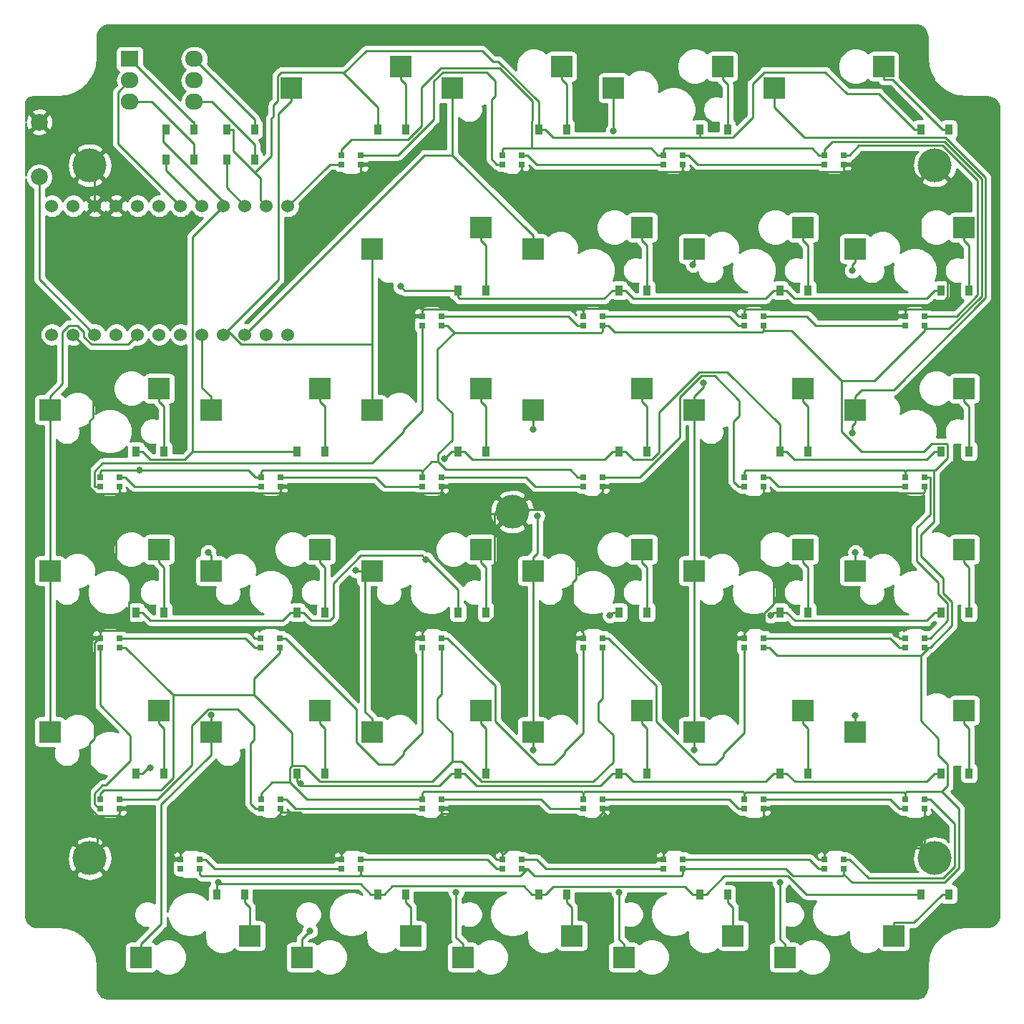
<source format=gbr>
%TF.GenerationSoftware,KiCad,Pcbnew,(5.1.9)-1*%
%TF.CreationDate,2021-05-21T21:09:53+09:00*%
%TF.ProjectId,yuiop31rs,7975696f-7033-4317-9273-2e6b69636164,1*%
%TF.SameCoordinates,Original*%
%TF.FileFunction,Copper,L2,Bot*%
%TF.FilePolarity,Positive*%
%FSLAX46Y46*%
G04 Gerber Fmt 4.6, Leading zero omitted, Abs format (unit mm)*
G04 Created by KiCad (PCBNEW (5.1.9)-1) date 2021-05-21 21:09:53*
%MOMM*%
%LPD*%
G01*
G04 APERTURE LIST*
%TA.AperFunction,ComponentPad*%
%ADD10C,4.000000*%
%TD*%
%TA.AperFunction,SMDPad,CuDef*%
%ADD11R,0.700000X0.700000*%
%TD*%
%TA.AperFunction,SMDPad,CuDef*%
%ADD12R,0.900000X1.200000*%
%TD*%
%TA.AperFunction,ComponentPad*%
%ADD13C,1.524000*%
%TD*%
%TA.AperFunction,SMDPad,CuDef*%
%ADD14R,2.550000X2.500000*%
%TD*%
%TA.AperFunction,ComponentPad*%
%ADD15O,2.100000X1.900000*%
%TD*%
%TA.AperFunction,ComponentPad*%
%ADD16R,2.100000X1.900000*%
%TD*%
%TA.AperFunction,ComponentPad*%
%ADD17C,2.000000*%
%TD*%
%TA.AperFunction,ViaPad*%
%ADD18C,0.800000*%
%TD*%
%TA.AperFunction,Conductor*%
%ADD19C,0.250000*%
%TD*%
%TA.AperFunction,Conductor*%
%ADD20C,0.254000*%
%TD*%
%TA.AperFunction,Conductor*%
%ADD21C,0.150000*%
%TD*%
G04 APERTURE END LIST*
D10*
%TO.P,HOLE5,*%
%TO.N,GND*%
X150000000Y-100000000D03*
%TD*%
%TO.P,HOLE4,*%
%TO.N,GND*%
X200000000Y-141000000D03*
%TD*%
%TO.P,HOLE3,*%
%TO.N,GND*%
X100000000Y-141000000D03*
%TD*%
%TO.P,HOLE2,*%
%TO.N,GND*%
X200000000Y-59000000D03*
%TD*%
%TO.P,HOLE1,*%
%TO.N,GND*%
X100000000Y-59000000D03*
%TD*%
D11*
%TO.P,LED9,4*%
%TO.N,VCC*%
X101240000Y-95878100D03*
%TO.P,LED9,3*%
%TO.N,Net-(LED8-Pad1)*%
X101240000Y-96978100D03*
%TO.P,LED9,2*%
%TO.N,GND*%
X103510000Y-96978100D03*
%TO.P,LED9,1*%
%TO.N,Net-(LED10-Pad3)*%
X103510000Y-95878100D03*
%TD*%
%TO.P,LED31,4*%
%TO.N,VCC*%
X113035000Y-142222000D03*
%TO.P,LED31,3*%
%TO.N,Net-(LED30-Pad1)*%
X113035000Y-141122000D03*
%TO.P,LED31,2*%
%TO.N,GND*%
X110765000Y-141122000D03*
%TO.P,LED31,1*%
%TO.N,Net-(LED31-Pad1)*%
X110765000Y-142222000D03*
%TD*%
%TO.P,LED30,4*%
%TO.N,VCC*%
X132085000Y-142222000D03*
%TO.P,LED30,3*%
%TO.N,Net-(LED29-Pad1)*%
X132085000Y-141122000D03*
%TO.P,LED30,2*%
%TO.N,GND*%
X129815000Y-141122000D03*
%TO.P,LED30,1*%
%TO.N,Net-(LED30-Pad1)*%
X129815000Y-142222000D03*
%TD*%
%TO.P,LED29,4*%
%TO.N,VCC*%
X151135000Y-142222000D03*
%TO.P,LED29,3*%
%TO.N,Net-(LED28-Pad1)*%
X151135000Y-141122000D03*
%TO.P,LED29,2*%
%TO.N,GND*%
X148865000Y-141122000D03*
%TO.P,LED29,1*%
%TO.N,Net-(LED29-Pad1)*%
X148865000Y-142222000D03*
%TD*%
%TO.P,LED28,4*%
%TO.N,VCC*%
X170185000Y-142222000D03*
%TO.P,LED28,3*%
%TO.N,Net-(LED27-Pad1)*%
X170185000Y-141122000D03*
%TO.P,LED28,2*%
%TO.N,GND*%
X167915000Y-141122000D03*
%TO.P,LED28,1*%
%TO.N,Net-(LED28-Pad1)*%
X167915000Y-142222000D03*
%TD*%
%TO.P,LED27,4*%
%TO.N,VCC*%
X189235000Y-142222000D03*
%TO.P,LED27,3*%
%TO.N,Net-(LED26-Pad1)*%
X189235000Y-141122000D03*
%TO.P,LED27,2*%
%TO.N,GND*%
X186965000Y-141122000D03*
%TO.P,LED27,1*%
%TO.N,Net-(LED27-Pad1)*%
X186965000Y-142222000D03*
%TD*%
%TO.P,LED26,4*%
%TO.N,VCC*%
X196490000Y-133978000D03*
%TO.P,LED26,3*%
%TO.N,Net-(LED25-Pad1)*%
X196490000Y-135078000D03*
%TO.P,LED26,2*%
%TO.N,GND*%
X198760000Y-135078000D03*
%TO.P,LED26,1*%
%TO.N,Net-(LED26-Pad1)*%
X198760000Y-133978000D03*
%TD*%
%TO.P,LED25,4*%
%TO.N,VCC*%
X177440000Y-133978000D03*
%TO.P,LED25,3*%
%TO.N,Net-(LED24-Pad1)*%
X177440000Y-135078000D03*
%TO.P,LED25,2*%
%TO.N,GND*%
X179710000Y-135078000D03*
%TO.P,LED25,1*%
%TO.N,Net-(LED25-Pad1)*%
X179710000Y-133978000D03*
%TD*%
%TO.P,LED24,4*%
%TO.N,VCC*%
X158390000Y-133978000D03*
%TO.P,LED24,3*%
%TO.N,Net-(LED23-Pad1)*%
X158390000Y-135078000D03*
%TO.P,LED24,2*%
%TO.N,GND*%
X160660000Y-135078000D03*
%TO.P,LED24,1*%
%TO.N,Net-(LED24-Pad1)*%
X160660000Y-133978000D03*
%TD*%
%TO.P,LED23,4*%
%TO.N,VCC*%
X139340000Y-133978000D03*
%TO.P,LED23,3*%
%TO.N,Net-(LED22-Pad1)*%
X139340000Y-135078000D03*
%TO.P,LED23,2*%
%TO.N,GND*%
X141610000Y-135078000D03*
%TO.P,LED23,1*%
%TO.N,Net-(LED23-Pad1)*%
X141610000Y-133978000D03*
%TD*%
%TO.P,LED22,4*%
%TO.N,VCC*%
X120290000Y-133978000D03*
%TO.P,LED22,3*%
%TO.N,Net-(LED21-Pad1)*%
X120290000Y-135078000D03*
%TO.P,LED22,2*%
%TO.N,GND*%
X122560000Y-135078000D03*
%TO.P,LED22,1*%
%TO.N,Net-(LED22-Pad1)*%
X122560000Y-133978000D03*
%TD*%
%TO.P,LED21,4*%
%TO.N,VCC*%
X101240000Y-133978000D03*
%TO.P,LED21,3*%
%TO.N,Net-(LED20-Pad1)*%
X101240000Y-135078000D03*
%TO.P,LED21,2*%
%TO.N,GND*%
X103510000Y-135078000D03*
%TO.P,LED21,1*%
%TO.N,Net-(LED21-Pad1)*%
X103510000Y-133978000D03*
%TD*%
%TO.P,LED20,4*%
%TO.N,VCC*%
X103510000Y-116028000D03*
%TO.P,LED20,3*%
%TO.N,Net-(LED19-Pad1)*%
X103510000Y-114928000D03*
%TO.P,LED20,2*%
%TO.N,GND*%
X101240000Y-114928000D03*
%TO.P,LED20,1*%
%TO.N,Net-(LED20-Pad1)*%
X101240000Y-116028000D03*
%TD*%
%TO.P,LED19,4*%
%TO.N,VCC*%
X122504000Y-116028000D03*
%TO.P,LED19,3*%
%TO.N,Net-(LED18-Pad1)*%
X122504000Y-114928000D03*
%TO.P,LED19,2*%
%TO.N,GND*%
X120234000Y-114928000D03*
%TO.P,LED19,1*%
%TO.N,Net-(LED19-Pad1)*%
X120234000Y-116028000D03*
%TD*%
%TO.P,LED18,4*%
%TO.N,VCC*%
X141610000Y-116028000D03*
%TO.P,LED18,3*%
%TO.N,Net-(LED17-Pad1)*%
X141610000Y-114928000D03*
%TO.P,LED18,2*%
%TO.N,GND*%
X139340000Y-114928000D03*
%TO.P,LED18,1*%
%TO.N,Net-(LED18-Pad1)*%
X139340000Y-116028000D03*
%TD*%
%TO.P,LED17,4*%
%TO.N,VCC*%
X160660000Y-116028000D03*
%TO.P,LED17,3*%
%TO.N,Net-(LED16-Pad1)*%
X160660000Y-114928000D03*
%TO.P,LED17,2*%
%TO.N,GND*%
X158390000Y-114928000D03*
%TO.P,LED17,1*%
%TO.N,Net-(LED17-Pad1)*%
X158390000Y-116028000D03*
%TD*%
%TO.P,LED16,4*%
%TO.N,VCC*%
X179710000Y-116028000D03*
%TO.P,LED16,3*%
%TO.N,Net-(LED15-Pad1)*%
X179710000Y-114928000D03*
%TO.P,LED16,2*%
%TO.N,GND*%
X177440000Y-114928000D03*
%TO.P,LED16,1*%
%TO.N,Net-(LED16-Pad1)*%
X177440000Y-116028000D03*
%TD*%
%TO.P,LED15,4*%
%TO.N,VCC*%
X198760000Y-116028000D03*
%TO.P,LED15,3*%
%TO.N,Net-(LED14-Pad1)*%
X198760000Y-114928000D03*
%TO.P,LED15,2*%
%TO.N,GND*%
X196490000Y-114928000D03*
%TO.P,LED15,1*%
%TO.N,Net-(LED15-Pad1)*%
X196490000Y-116028000D03*
%TD*%
%TO.P,LED14,4*%
%TO.N,VCC*%
X196490000Y-95878100D03*
%TO.P,LED14,3*%
%TO.N,Net-(LED13-Pad1)*%
X196490000Y-96978100D03*
%TO.P,LED14,2*%
%TO.N,GND*%
X198760000Y-96978100D03*
%TO.P,LED14,1*%
%TO.N,Net-(LED14-Pad1)*%
X198760000Y-95878100D03*
%TD*%
%TO.P,LED13,4*%
%TO.N,VCC*%
X177440000Y-95878100D03*
%TO.P,LED13,3*%
%TO.N,Net-(LED12-Pad1)*%
X177440000Y-96978100D03*
%TO.P,LED13,2*%
%TO.N,GND*%
X179710000Y-96978100D03*
%TO.P,LED13,1*%
%TO.N,Net-(LED13-Pad1)*%
X179710000Y-95878100D03*
%TD*%
%TO.P,LED12,4*%
%TO.N,VCC*%
X158390000Y-95878100D03*
%TO.P,LED12,3*%
%TO.N,Net-(LED11-Pad1)*%
X158390000Y-96978100D03*
%TO.P,LED12,2*%
%TO.N,GND*%
X160660000Y-96978100D03*
%TO.P,LED12,1*%
%TO.N,Net-(LED12-Pad1)*%
X160660000Y-95878100D03*
%TD*%
%TO.P,LED11,4*%
%TO.N,VCC*%
X139340000Y-95878100D03*
%TO.P,LED11,3*%
%TO.N,Net-(LED10-Pad1)*%
X139340000Y-96978100D03*
%TO.P,LED11,2*%
%TO.N,GND*%
X141610000Y-96978100D03*
%TO.P,LED11,1*%
%TO.N,Net-(LED11-Pad1)*%
X141610000Y-95878100D03*
%TD*%
%TO.P,LED10,4*%
%TO.N,VCC*%
X120290000Y-95878100D03*
%TO.P,LED10,3*%
%TO.N,Net-(LED10-Pad3)*%
X120290000Y-96978100D03*
%TO.P,LED10,2*%
%TO.N,GND*%
X122560000Y-96978100D03*
%TO.P,LED10,1*%
%TO.N,Net-(LED10-Pad1)*%
X122560000Y-95878100D03*
%TD*%
%TO.P,LED8,4*%
%TO.N,VCC*%
X141610000Y-77928000D03*
%TO.P,LED8,3*%
%TO.N,Net-(LED7-Pad1)*%
X141610000Y-76828000D03*
%TO.P,LED8,2*%
%TO.N,GND*%
X139340000Y-76828000D03*
%TO.P,LED8,1*%
%TO.N,Net-(LED8-Pad1)*%
X139340000Y-77928000D03*
%TD*%
%TO.P,LED7,4*%
%TO.N,VCC*%
X160660000Y-77928000D03*
%TO.P,LED7,3*%
%TO.N,Net-(LED6-Pad1)*%
X160660000Y-76828000D03*
%TO.P,LED7,2*%
%TO.N,GND*%
X158390000Y-76828000D03*
%TO.P,LED7,1*%
%TO.N,Net-(LED7-Pad1)*%
X158390000Y-77928000D03*
%TD*%
%TO.P,LED6,4*%
%TO.N,VCC*%
X179710000Y-77928000D03*
%TO.P,LED6,3*%
%TO.N,Net-(LED5-Pad1)*%
X179710000Y-76828000D03*
%TO.P,LED6,2*%
%TO.N,GND*%
X177440000Y-76828000D03*
%TO.P,LED6,1*%
%TO.N,Net-(LED6-Pad1)*%
X177440000Y-77928000D03*
%TD*%
%TO.P,LED5,4*%
%TO.N,VCC*%
X198760000Y-77928000D03*
%TO.P,LED5,3*%
%TO.N,Net-(LED4-Pad1)*%
X198760000Y-76828000D03*
%TO.P,LED5,2*%
%TO.N,GND*%
X196490000Y-76828000D03*
%TO.P,LED5,1*%
%TO.N,Net-(LED5-Pad1)*%
X196490000Y-77928000D03*
%TD*%
%TO.P,LED4,4*%
%TO.N,VCC*%
X186965000Y-57777900D03*
%TO.P,LED4,3*%
%TO.N,Net-(LED3-Pad1)*%
X186965000Y-58877900D03*
%TO.P,LED4,2*%
%TO.N,GND*%
X189235000Y-58877900D03*
%TO.P,LED4,1*%
%TO.N,Net-(LED4-Pad1)*%
X189235000Y-57777900D03*
%TD*%
%TO.P,LED3,4*%
%TO.N,VCC*%
X167915000Y-57777900D03*
%TO.P,LED3,3*%
%TO.N,Net-(LED2-Pad1)*%
X167915000Y-58877900D03*
%TO.P,LED3,2*%
%TO.N,GND*%
X170185000Y-58877900D03*
%TO.P,LED3,1*%
%TO.N,Net-(LED3-Pad1)*%
X170185000Y-57777900D03*
%TD*%
%TO.P,LED2,4*%
%TO.N,VCC*%
X148865000Y-57777900D03*
%TO.P,LED2,3*%
%TO.N,Net-(LED1-Pad1)*%
X148865000Y-58877900D03*
%TO.P,LED2,2*%
%TO.N,GND*%
X151135000Y-58877900D03*
%TO.P,LED2,1*%
%TO.N,Net-(LED2-Pad1)*%
X151135000Y-57777900D03*
%TD*%
%TO.P,LED1,4*%
%TO.N,VCC*%
X129815000Y-57777900D03*
%TO.P,LED1,3*%
%TO.N,/LED_DATA*%
X129815000Y-58877900D03*
%TO.P,LED1,2*%
%TO.N,GND*%
X132085000Y-58877900D03*
%TO.P,LED1,1*%
%TO.N,Net-(LED1-Pad1)*%
X132085000Y-57777900D03*
%TD*%
D12*
%TO.P,D35,2*%
%TO.N,Net-(D35-Pad2)*%
X119503000Y-58327900D03*
%TO.P,D35,1*%
%TO.N,/ROW_2*%
X116203000Y-58327900D03*
%TD*%
%TO.P,D34,2*%
%TO.N,Net-(D34-Pad2)*%
X119503000Y-54756100D03*
%TO.P,D34,1*%
%TO.N,/ROW_1*%
X116203000Y-54756100D03*
%TD*%
%TO.P,D33,2*%
%TO.N,Net-(D33-Pad2)*%
X112359000Y-58327900D03*
%TO.P,D33,1*%
%TO.N,/ROW_4*%
X109059000Y-58327900D03*
%TD*%
%TO.P,D32,2*%
%TO.N,Net-(D32-Pad2)*%
X112359000Y-54756100D03*
%TO.P,D32,1*%
%TO.N,/ROW_3*%
X109059000Y-54756100D03*
%TD*%
D13*
%TO.P,U1,24*%
%TO.N,Net-(U1-Pad24)*%
X95522000Y-79033500D03*
%TO.P,U1,23*%
%TO.N,GND*%
X98062000Y-79033500D03*
%TO.P,U1,22*%
%TO.N,Net-(RESET_SW1-Pad1)*%
X100602000Y-79033500D03*
%TO.P,U1,21*%
%TO.N,VCC*%
X103142000Y-79033500D03*
%TO.P,U1,20*%
%TO.N,/COL_1*%
X105682000Y-79033500D03*
%TO.P,U1,19*%
%TO.N,/ROW_6*%
X108222000Y-79033500D03*
%TO.P,U1,18*%
%TO.N,/ROW_5*%
X110762000Y-79033500D03*
%TO.P,U1,17*%
%TO.N,/COL_2*%
X113302000Y-79033500D03*
%TO.P,U1,16*%
%TO.N,/COL_3*%
X115842000Y-79033500D03*
%TO.P,U1,15*%
%TO.N,/COL_4*%
X118382000Y-79033500D03*
%TO.P,U1,14*%
%TO.N,/COL_5*%
X120922000Y-79033500D03*
%TO.P,U1,13*%
%TO.N,/COL_6*%
X123462000Y-79033500D03*
%TO.P,U1,12*%
%TO.N,/LED_DATA*%
X123462000Y-63813500D03*
%TO.P,U1,11*%
%TO.N,/ROW_1*%
X120922000Y-63813500D03*
%TO.P,U1,10*%
%TO.N,/ROW_2*%
X118382000Y-63813500D03*
%TO.P,U1,9*%
%TO.N,/ROW_3*%
X115842000Y-63813500D03*
%TO.P,U1,8*%
%TO.N,/ROW_4*%
X113302000Y-63813500D03*
%TO.P,U1,7*%
%TO.N,/RS*%
X110762000Y-63813500D03*
%TO.P,U1,6*%
%TO.N,Net-(U1-Pad6)*%
X108222000Y-63813500D03*
%TO.P,U1,5*%
%TO.N,Net-(U1-Pad5)*%
X105682000Y-63813500D03*
%TO.P,U1,4*%
%TO.N,GND*%
X103142000Y-63813500D03*
%TO.P,U1,3*%
X100602000Y-63813500D03*
%TO.P,U1,2*%
%TO.N,Net-(U1-Pad2)*%
X98062000Y-63813500D03*
%TO.P,U1,1*%
%TO.N,Net-(U1-Pad1)*%
X95522000Y-63813500D03*
%TD*%
D14*
%TO.P,SW31,2*%
%TO.N,Net-(D31-Pad2)*%
X195185000Y-150165000D03*
%TO.P,SW31,1*%
%TO.N,/COL_6*%
X182258000Y-152705000D03*
%TD*%
%TO.P,SW30,2*%
%TO.N,Net-(D30-Pad2)*%
X176135000Y-150165000D03*
%TO.P,SW30,1*%
%TO.N,/COL_5*%
X163208000Y-152705000D03*
%TD*%
%TO.P,SW29,2*%
%TO.N,Net-(D29-Pad2)*%
X157085000Y-150165000D03*
%TO.P,SW29,1*%
%TO.N,/COL_4*%
X144158000Y-152705000D03*
%TD*%
%TO.P,SW28,2*%
%TO.N,Net-(D28-Pad2)*%
X138035000Y-150165000D03*
%TO.P,SW28,1*%
%TO.N,/COL_3*%
X125108000Y-152705000D03*
%TD*%
%TO.P,SW27,2*%
%TO.N,Net-(D27-Pad2)*%
X118985000Y-150165000D03*
%TO.P,SW27,1*%
%TO.N,/COL_2*%
X106058000Y-152705000D03*
%TD*%
%TO.P,SW26,1*%
%TO.N,/COL_6*%
X190540000Y-126035000D03*
%TO.P,SW26,2*%
%TO.N,Net-(D26-Pad2)*%
X203467000Y-123495000D03*
%TD*%
%TO.P,SW25,1*%
%TO.N,/COL_5*%
X171490000Y-126035000D03*
%TO.P,SW25,2*%
%TO.N,Net-(D25-Pad2)*%
X184417000Y-123495000D03*
%TD*%
%TO.P,SW24,1*%
%TO.N,/COL_4*%
X152440000Y-126035000D03*
%TO.P,SW24,2*%
%TO.N,Net-(D24-Pad2)*%
X165367000Y-123495000D03*
%TD*%
%TO.P,SW23,1*%
%TO.N,/COL_3*%
X133390000Y-126035000D03*
%TO.P,SW23,2*%
%TO.N,Net-(D23-Pad2)*%
X146317000Y-123495000D03*
%TD*%
%TO.P,SW22,1*%
%TO.N,/COL_2*%
X114340000Y-126035000D03*
%TO.P,SW22,2*%
%TO.N,Net-(D22-Pad2)*%
X127267000Y-123495000D03*
%TD*%
%TO.P,SW21,1*%
%TO.N,/COL_1*%
X95290000Y-126035000D03*
%TO.P,SW21,2*%
%TO.N,Net-(D21-Pad2)*%
X108217000Y-123495000D03*
%TD*%
%TO.P,SW20,1*%
%TO.N,/COL_6*%
X190540000Y-106985000D03*
%TO.P,SW20,2*%
%TO.N,Net-(D20-Pad2)*%
X203467000Y-104445000D03*
%TD*%
%TO.P,SW19,1*%
%TO.N,/COL_5*%
X171490000Y-106985000D03*
%TO.P,SW19,2*%
%TO.N,Net-(D19-Pad2)*%
X184417000Y-104445000D03*
%TD*%
%TO.P,SW18,1*%
%TO.N,/COL_4*%
X152440000Y-106985000D03*
%TO.P,SW18,2*%
%TO.N,Net-(D18-Pad2)*%
X165367000Y-104445000D03*
%TD*%
%TO.P,SW17,1*%
%TO.N,/COL_3*%
X133390000Y-106985000D03*
%TO.P,SW17,2*%
%TO.N,Net-(D17-Pad2)*%
X146317000Y-104445000D03*
%TD*%
%TO.P,SW16,1*%
%TO.N,/COL_2*%
X114340000Y-106985000D03*
%TO.P,SW16,2*%
%TO.N,Net-(D16-Pad2)*%
X127267000Y-104445000D03*
%TD*%
%TO.P,SW15,1*%
%TO.N,/COL_1*%
X95290000Y-106985000D03*
%TO.P,SW15,2*%
%TO.N,Net-(D15-Pad2)*%
X108217000Y-104445000D03*
%TD*%
%TO.P,SW14,1*%
%TO.N,/COL_6*%
X190540000Y-87935000D03*
%TO.P,SW14,2*%
%TO.N,Net-(D14-Pad2)*%
X203467000Y-85395000D03*
%TD*%
%TO.P,SW13,1*%
%TO.N,/COL_5*%
X171490000Y-87935000D03*
%TO.P,SW13,2*%
%TO.N,Net-(D13-Pad2)*%
X184417000Y-85395000D03*
%TD*%
%TO.P,SW12,1*%
%TO.N,/COL_4*%
X152440000Y-87935000D03*
%TO.P,SW12,2*%
%TO.N,Net-(D12-Pad2)*%
X165367000Y-85395000D03*
%TD*%
%TO.P,SW11,1*%
%TO.N,/COL_3*%
X133390000Y-87935000D03*
%TO.P,SW11,2*%
%TO.N,Net-(D11-Pad2)*%
X146317000Y-85395000D03*
%TD*%
%TO.P,SW10,1*%
%TO.N,/COL_2*%
X114340000Y-87935000D03*
%TO.P,SW10,2*%
%TO.N,Net-(D10-Pad2)*%
X127267000Y-85395000D03*
%TD*%
%TO.P,SW9,1*%
%TO.N,/COL_1*%
X95290000Y-87935000D03*
%TO.P,SW9,2*%
%TO.N,Net-(D9-Pad2)*%
X108217000Y-85395000D03*
%TD*%
%TO.P,SW8,1*%
%TO.N,/COL_6*%
X190540000Y-68884900D03*
%TO.P,SW8,2*%
%TO.N,Net-(D8-Pad2)*%
X203467000Y-66344900D03*
%TD*%
%TO.P,SW7,1*%
%TO.N,/COL_5*%
X171490000Y-68884900D03*
%TO.P,SW7,2*%
%TO.N,Net-(D7-Pad2)*%
X184417000Y-66344900D03*
%TD*%
%TO.P,SW6,1*%
%TO.N,/COL_4*%
X152440000Y-68884900D03*
%TO.P,SW6,2*%
%TO.N,Net-(D6-Pad2)*%
X165367000Y-66344900D03*
%TD*%
%TO.P,SW5,1*%
%TO.N,/COL_3*%
X133390000Y-68884900D03*
%TO.P,SW5,2*%
%TO.N,Net-(D5-Pad2)*%
X146317000Y-66344900D03*
%TD*%
%TO.P,SW4,1*%
%TO.N,/COL_6*%
X181015000Y-49834800D03*
%TO.P,SW4,2*%
%TO.N,Net-(D4-Pad2)*%
X193942000Y-47294800D03*
%TD*%
%TO.P,SW3,1*%
%TO.N,/COL_5*%
X161965000Y-49834800D03*
%TO.P,SW3,2*%
%TO.N,Net-(D3-Pad2)*%
X174892000Y-47294800D03*
%TD*%
%TO.P,SW2,1*%
%TO.N,/COL_4*%
X142915000Y-49834800D03*
%TO.P,SW2,2*%
%TO.N,Net-(D2-Pad2)*%
X155842000Y-47294800D03*
%TD*%
%TO.P,SW1,1*%
%TO.N,/COL_3*%
X123865000Y-49834800D03*
%TO.P,SW1,2*%
%TO.N,Net-(D1-Pad2)*%
X136792000Y-47294800D03*
%TD*%
D15*
%TO.P,ROT_SW1,2*%
%TO.N,Net-(D35-Pad2)*%
X112376000Y-51501700D03*
%TO.P,ROT_SW1,4*%
%TO.N,Net-(D33-Pad2)*%
X104756000Y-51501700D03*
%TO.P,ROT_SW1,C*%
%TO.N,/RS*%
X112376000Y-48961700D03*
X104756000Y-48961700D03*
%TO.P,ROT_SW1,8*%
%TO.N,Net-(D34-Pad2)*%
X112376000Y-46421700D03*
D16*
%TO.P,ROT_SW1,1*%
%TO.N,Net-(D32-Pad2)*%
X104756000Y-46421700D03*
%TD*%
D17*
%TO.P,RESET_SW1,1*%
%TO.N,Net-(RESET_SW1-Pad1)*%
X94040400Y-60387300D03*
%TO.P,RESET_SW1,2*%
%TO.N,GND*%
X94040400Y-53887300D03*
%TD*%
D12*
%TO.P,D31,2*%
%TO.N,Net-(D31-Pad2)*%
X201656000Y-145244000D03*
%TO.P,D31,1*%
%TO.N,/ROW_6*%
X198356000Y-145244000D03*
%TD*%
%TO.P,D30,2*%
%TO.N,Net-(D30-Pad2)*%
X175463000Y-145244000D03*
%TO.P,D30,1*%
%TO.N,/ROW_6*%
X172163000Y-145244000D03*
%TD*%
%TO.P,D29,2*%
%TO.N,Net-(D29-Pad2)*%
X156413000Y-145244000D03*
%TO.P,D29,1*%
%TO.N,/ROW_6*%
X153113000Y-145244000D03*
%TD*%
%TO.P,D28,2*%
%TO.N,Net-(D28-Pad2)*%
X137362000Y-145244000D03*
%TO.P,D28,1*%
%TO.N,/ROW_6*%
X134062000Y-145244000D03*
%TD*%
%TO.P,D27,2*%
%TO.N,Net-(D27-Pad2)*%
X118312000Y-145244000D03*
%TO.P,D27,1*%
%TO.N,/ROW_6*%
X115012000Y-145244000D03*
%TD*%
%TO.P,D26,2*%
%TO.N,Net-(D26-Pad2)*%
X204038000Y-130956000D03*
%TO.P,D26,1*%
%TO.N,/ROW_5*%
X200738000Y-130956000D03*
%TD*%
%TO.P,D25,2*%
%TO.N,Net-(D25-Pad2)*%
X184988000Y-130956000D03*
%TO.P,D25,1*%
%TO.N,/ROW_5*%
X181688000Y-130956000D03*
%TD*%
%TO.P,D24,2*%
%TO.N,Net-(D24-Pad2)*%
X165938000Y-130956000D03*
%TO.P,D24,1*%
%TO.N,/ROW_5*%
X162638000Y-130956000D03*
%TD*%
%TO.P,D23,2*%
%TO.N,Net-(D23-Pad2)*%
X146887000Y-130956000D03*
%TO.P,D23,1*%
%TO.N,/ROW_5*%
X143587000Y-130956000D03*
%TD*%
%TO.P,D22,2*%
%TO.N,Net-(D22-Pad2)*%
X127837000Y-130956000D03*
%TO.P,D22,1*%
%TO.N,/ROW_5*%
X124537000Y-130956000D03*
%TD*%
%TO.P,D21,2*%
%TO.N,Net-(D21-Pad2)*%
X108787000Y-130956000D03*
%TO.P,D21,1*%
%TO.N,/ROW_5*%
X105487000Y-130956000D03*
%TD*%
%TO.P,D20,2*%
%TO.N,Net-(D20-Pad2)*%
X204038000Y-111906000D03*
%TO.P,D20,1*%
%TO.N,/ROW_4*%
X200738000Y-111906000D03*
%TD*%
%TO.P,D19,2*%
%TO.N,Net-(D19-Pad2)*%
X184988000Y-111906000D03*
%TO.P,D19,1*%
%TO.N,/ROW_4*%
X181688000Y-111906000D03*
%TD*%
%TO.P,D18,2*%
%TO.N,Net-(D18-Pad2)*%
X165938000Y-111906000D03*
%TO.P,D18,1*%
%TO.N,/ROW_4*%
X162638000Y-111906000D03*
%TD*%
%TO.P,D17,2*%
%TO.N,Net-(D17-Pad2)*%
X146887000Y-111906000D03*
%TO.P,D17,1*%
%TO.N,/ROW_4*%
X143587000Y-111906000D03*
%TD*%
%TO.P,D16,2*%
%TO.N,Net-(D16-Pad2)*%
X127837000Y-111906000D03*
%TO.P,D16,1*%
%TO.N,/ROW_4*%
X124537000Y-111906000D03*
%TD*%
%TO.P,D15,2*%
%TO.N,Net-(D15-Pad2)*%
X108787000Y-111906000D03*
%TO.P,D15,1*%
%TO.N,/ROW_4*%
X105487000Y-111906000D03*
%TD*%
%TO.P,D14,2*%
%TO.N,Net-(D14-Pad2)*%
X204038000Y-92856200D03*
%TO.P,D14,1*%
%TO.N,/ROW_3*%
X200738000Y-92856200D03*
%TD*%
%TO.P,D13,2*%
%TO.N,Net-(D13-Pad2)*%
X184988000Y-92856200D03*
%TO.P,D13,1*%
%TO.N,/ROW_3*%
X181688000Y-92856200D03*
%TD*%
%TO.P,D12,2*%
%TO.N,Net-(D12-Pad2)*%
X165938000Y-92856200D03*
%TO.P,D12,1*%
%TO.N,/ROW_3*%
X162638000Y-92856200D03*
%TD*%
%TO.P,D11,2*%
%TO.N,Net-(D11-Pad2)*%
X146887000Y-92856200D03*
%TO.P,D11,1*%
%TO.N,/ROW_3*%
X143587000Y-92856200D03*
%TD*%
%TO.P,D10,2*%
%TO.N,Net-(D10-Pad2)*%
X127837000Y-92856200D03*
%TO.P,D10,1*%
%TO.N,/ROW_3*%
X124537000Y-92856200D03*
%TD*%
%TO.P,D9,2*%
%TO.N,Net-(D9-Pad2)*%
X108787000Y-92856200D03*
%TO.P,D9,1*%
%TO.N,/ROW_3*%
X105487000Y-92856200D03*
%TD*%
%TO.P,D8,2*%
%TO.N,Net-(D8-Pad2)*%
X204038000Y-73806100D03*
%TO.P,D8,1*%
%TO.N,/ROW_2*%
X200738000Y-73806100D03*
%TD*%
%TO.P,D7,2*%
%TO.N,Net-(D7-Pad2)*%
X184988000Y-73806100D03*
%TO.P,D7,1*%
%TO.N,/ROW_2*%
X181688000Y-73806100D03*
%TD*%
%TO.P,D6,2*%
%TO.N,Net-(D6-Pad2)*%
X165938000Y-73806100D03*
%TO.P,D6,1*%
%TO.N,/ROW_2*%
X162638000Y-73806100D03*
%TD*%
%TO.P,D5,2*%
%TO.N,Net-(D5-Pad2)*%
X146887000Y-73806100D03*
%TO.P,D5,1*%
%TO.N,/ROW_2*%
X143587000Y-73806100D03*
%TD*%
%TO.P,D4,2*%
%TO.N,Net-(D4-Pad2)*%
X201656000Y-54756100D03*
%TO.P,D4,1*%
%TO.N,/ROW_1*%
X198356000Y-54756100D03*
%TD*%
%TO.P,D3,2*%
%TO.N,Net-(D3-Pad2)*%
X175463000Y-54756100D03*
%TO.P,D3,1*%
%TO.N,/ROW_1*%
X172163000Y-54756100D03*
%TD*%
%TO.P,D2,2*%
%TO.N,Net-(D2-Pad2)*%
X156413000Y-54756100D03*
%TO.P,D2,1*%
%TO.N,/ROW_1*%
X153113000Y-54756100D03*
%TD*%
%TO.P,D1,2*%
%TO.N,Net-(D1-Pad2)*%
X137362000Y-54756100D03*
%TO.P,D1,1*%
%TO.N,/ROW_1*%
X134062000Y-54756100D03*
%TD*%
D18*
%TO.N,/ROW_2*%
X136790000Y-73339998D03*
%TO.N,/ROW_3*%
X141961000Y-93706900D03*
%TO.N,/ROW_4*%
X139802900Y-105638800D03*
X180588300Y-112268500D03*
X161564300Y-112268500D03*
%TO.N,/ROW_5*%
X124916600Y-132164900D03*
X107135800Y-130322500D03*
%TO.N,/ROW_6*%
X115226000Y-143806100D03*
%TO.N,VCC*%
X105875600Y-95052700D03*
%TO.N,GND*%
X109769900Y-141000000D03*
X149257500Y-60238900D03*
X195360200Y-114473400D03*
X132085000Y-60238900D03*
%TO.N,/COL_2*%
X114340000Y-124062500D03*
X114027500Y-104812500D03*
%TO.N,/COL_3*%
X126068300Y-149572500D03*
X131476300Y-106901300D03*
%TO.N,/COL_4*%
X152945000Y-100476700D03*
X143370800Y-145034600D03*
X152440000Y-128182100D03*
X152440000Y-90275000D03*
%TO.N,/COL_5*%
X172625500Y-84701000D03*
X162651100Y-145042700D03*
X171490000Y-128173600D03*
X161965000Y-54934700D03*
X171395000Y-70763700D03*
%TO.N,/COL_6*%
X181701100Y-143842500D03*
X190247500Y-71452400D03*
X190607500Y-104812500D03*
X190540000Y-124130000D03*
X190247500Y-90702500D03*
%TD*%
D19*
%TO.N,Net-(D1-Pad2)*%
X136792000Y-47294800D02*
X136792000Y-48870100D01*
X136792000Y-48870100D02*
X137362000Y-49440100D01*
X137362000Y-49440100D02*
X137362000Y-54756100D01*
%TO.N,/ROW_1*%
X172163000Y-55681500D02*
X176105800Y-55681500D01*
X176105800Y-55681500D02*
X178427000Y-53360300D01*
X178427000Y-53360300D02*
X178427000Y-49373500D01*
X178427000Y-49373500D02*
X179840700Y-47959800D01*
X179840700Y-47959800D02*
X187044400Y-47959800D01*
X187044400Y-47959800D02*
X189602000Y-50517400D01*
X189602000Y-50517400D02*
X193342000Y-50517400D01*
X193342000Y-50517400D02*
X197580700Y-54756100D01*
X153888300Y-54756100D02*
X154813700Y-55681500D01*
X154813700Y-55681500D02*
X172163000Y-55681500D01*
X172163000Y-54756100D02*
X172163000Y-55681500D01*
X198356000Y-54756100D02*
X197580700Y-54756100D01*
X153113000Y-54756100D02*
X153113000Y-51487100D01*
X153113000Y-51487100D02*
X148343800Y-46717900D01*
X148343800Y-46717900D02*
X147706800Y-46717900D01*
X147706800Y-46717900D02*
X146448100Y-45459200D01*
X146448100Y-45459200D02*
X132718800Y-45459200D01*
X132718800Y-45459200D02*
X130058500Y-48119500D01*
X119506200Y-59854400D02*
X116978300Y-57326600D01*
X116978300Y-57326600D02*
X116978300Y-54756100D01*
X120922000Y-63813500D02*
X120180200Y-63071700D01*
X120180200Y-63071700D02*
X120180200Y-60528500D01*
X120180200Y-60528500D02*
X119506200Y-59854400D01*
X130058500Y-48119500D02*
X129948300Y-48009400D01*
X129948300Y-48009400D02*
X122656900Y-48009400D01*
X122656900Y-48009400D02*
X122264600Y-48401700D01*
X122264600Y-48401700D02*
X122264600Y-51410200D01*
X122264600Y-51410200D02*
X121773700Y-51901100D01*
X121773700Y-51901100D02*
X121773700Y-53183100D01*
X121773700Y-53183100D02*
X121455400Y-53501400D01*
X121455400Y-53501400D02*
X121455400Y-57905200D01*
X121455400Y-57905200D02*
X119506200Y-59854400D01*
X134062000Y-54756100D02*
X134062000Y-52123100D01*
X134062000Y-52123100D02*
X130058500Y-48119500D01*
X116203000Y-54756100D02*
X116978300Y-54756100D01*
X153113000Y-54756100D02*
X153888300Y-54756100D01*
%TO.N,Net-(D2-Pad2)*%
X155842000Y-47294800D02*
X155842000Y-48870100D01*
X155842000Y-48870100D02*
X156413000Y-49441100D01*
X156413000Y-49441100D02*
X156413000Y-54756100D01*
%TO.N,Net-(D3-Pad2)*%
X174892000Y-47294800D02*
X174892000Y-48870100D01*
X174892000Y-48870100D02*
X175463000Y-49441100D01*
X175463000Y-49441100D02*
X175463000Y-54756100D01*
%TO.N,Net-(D4-Pad2)*%
X201656000Y-54756100D02*
X200880700Y-54756100D01*
X193942000Y-47294800D02*
X193942000Y-48870100D01*
X193942000Y-48870100D02*
X194994700Y-48870100D01*
X194994700Y-48870100D02*
X200880700Y-54756100D01*
%TO.N,Net-(D5-Pad2)*%
X146317000Y-66344900D02*
X146317000Y-67920200D01*
X146317000Y-67920200D02*
X146887000Y-68490200D01*
X146887000Y-68490200D02*
X146887000Y-73806100D01*
%TO.N,/ROW_2*%
X118382000Y-63813500D02*
X116203000Y-61634500D01*
X116203000Y-61634500D02*
X116203000Y-58327900D01*
X143587000Y-74618800D02*
X143746200Y-74778000D01*
X143746200Y-74778000D02*
X160890800Y-74778000D01*
X160890800Y-74778000D02*
X161862700Y-73806100D01*
X162638000Y-73806100D02*
X161862700Y-73806100D01*
X162638000Y-73806100D02*
X163413300Y-73806100D01*
X180912700Y-73806100D02*
X179960500Y-74758300D01*
X179960500Y-74758300D02*
X164365500Y-74758300D01*
X164365500Y-74758300D02*
X163413300Y-73806100D01*
X143587000Y-73806100D02*
X143587000Y-74618800D01*
X181688000Y-73806100D02*
X180912700Y-73806100D01*
X181688000Y-73806100D02*
X182463300Y-73806100D01*
X182463300Y-73806100D02*
X183394200Y-74737000D01*
X183394200Y-74737000D02*
X199031800Y-74737000D01*
X199031800Y-74737000D02*
X199962700Y-73806100D01*
X200738000Y-73806100D02*
X199962700Y-73806100D01*
X143587000Y-73806100D02*
X137256102Y-73806100D01*
X137256102Y-73806100D02*
X136790000Y-73339998D01*
%TO.N,Net-(D6-Pad2)*%
X165367000Y-66344900D02*
X165367000Y-67920200D01*
X165367000Y-67920200D02*
X165938000Y-68491200D01*
X165938000Y-68491200D02*
X165938000Y-73806100D01*
%TO.N,Net-(D7-Pad2)*%
X184417000Y-66344900D02*
X184417000Y-67920200D01*
X184417000Y-67920200D02*
X184988000Y-68491200D01*
X184988000Y-68491200D02*
X184988000Y-73806100D01*
%TO.N,Net-(D8-Pad2)*%
X203467000Y-66344900D02*
X203467000Y-67920200D01*
X203467000Y-67920200D02*
X204038000Y-68491200D01*
X204038000Y-68491200D02*
X204038000Y-73806100D01*
%TO.N,Net-(D9-Pad2)*%
X108217000Y-85395000D02*
X108217000Y-86970300D01*
X108217000Y-86970300D02*
X108787000Y-87540300D01*
X108787000Y-87540300D02*
X108787000Y-92856200D01*
%TO.N,/ROW_3*%
X162638000Y-92856200D02*
X161862700Y-92856200D01*
X143587000Y-92856200D02*
X144362300Y-92856200D01*
X144362300Y-92856200D02*
X145287600Y-93781500D01*
X145287600Y-93781500D02*
X160937400Y-93781500D01*
X160937400Y-93781500D02*
X161862700Y-92856200D01*
X143405600Y-92856200D02*
X143587000Y-92856200D01*
X143405600Y-92856200D02*
X143224100Y-92856200D01*
X141961000Y-93706900D02*
X142811700Y-92856200D01*
X143199400Y-92856200D02*
X142811700Y-92856200D01*
X143199400Y-92856200D02*
X143224100Y-92856200D01*
X124537000Y-92856200D02*
X124174100Y-92856200D01*
X124149400Y-92856200D02*
X112200400Y-92856200D01*
X124149400Y-92856200D02*
X124174100Y-92856200D01*
X112200400Y-92856200D02*
X111275000Y-93781600D01*
X111275000Y-93781600D02*
X107187700Y-93781600D01*
X107187700Y-93781600D02*
X106262300Y-92856200D01*
X115842000Y-63813500D02*
X112200400Y-67455100D01*
X112200400Y-67455100D02*
X112200400Y-92856200D01*
X108671400Y-54756100D02*
X108671400Y-56188600D01*
X108671400Y-56188600D02*
X115842000Y-63359200D01*
X115842000Y-63359200D02*
X115842000Y-63813500D01*
X105487000Y-92856200D02*
X106262300Y-92856200D01*
X181688000Y-92856200D02*
X182463300Y-92856200D01*
X200738000Y-92856200D02*
X199962700Y-92856200D01*
X199962700Y-92856200D02*
X199037300Y-93781600D01*
X199037300Y-93781600D02*
X183388700Y-93781600D01*
X183388700Y-93781600D02*
X182463300Y-92856200D01*
X109059000Y-54756100D02*
X108671400Y-54756100D01*
X181688000Y-89688000D02*
X181688000Y-92856200D01*
X175451500Y-83451500D02*
X181688000Y-89688000D01*
X167383600Y-88204100D02*
X172136200Y-83451500D01*
X166566200Y-93783800D02*
X167383600Y-92966400D01*
X167383600Y-92966400D02*
X167383600Y-88204100D01*
X164340900Y-93783800D02*
X166566200Y-93783800D01*
X163413300Y-92856200D02*
X164340900Y-93783800D01*
X172136200Y-83451500D02*
X175451500Y-83451500D01*
X162638000Y-92856200D02*
X163413300Y-92856200D01*
%TO.N,Net-(D10-Pad2)*%
X127267000Y-85395000D02*
X127267000Y-86970300D01*
X127267000Y-86970300D02*
X127837000Y-87540300D01*
X127837000Y-87540300D02*
X127837000Y-92856200D01*
%TO.N,Net-(D11-Pad2)*%
X146317000Y-85395000D02*
X146317000Y-86970300D01*
X146317000Y-86970300D02*
X146887000Y-87540300D01*
X146887000Y-87540300D02*
X146887000Y-92856200D01*
%TO.N,Net-(D12-Pad2)*%
X165367000Y-85395000D02*
X165367000Y-86970300D01*
X165367000Y-86970300D02*
X165938000Y-87541300D01*
X165938000Y-87541300D02*
X165938000Y-92856200D01*
%TO.N,Net-(D13-Pad2)*%
X184417000Y-85395000D02*
X184417000Y-86970300D01*
X184417000Y-86970300D02*
X184988000Y-87541300D01*
X184988000Y-87541300D02*
X184988000Y-92856200D01*
%TO.N,Net-(D14-Pad2)*%
X203467000Y-85395000D02*
X203467000Y-86970300D01*
X203467000Y-86970300D02*
X204038000Y-87541300D01*
X204038000Y-87541300D02*
X204038000Y-92856200D01*
%TO.N,Net-(D15-Pad2)*%
X108217000Y-104445000D02*
X108217000Y-106020300D01*
X108217000Y-106020300D02*
X108787000Y-106590300D01*
X108787000Y-106590300D02*
X108787000Y-111906000D01*
%TO.N,/ROW_4*%
X125312300Y-111906000D02*
X126237700Y-112831400D01*
X126237700Y-112831400D02*
X128437000Y-112831400D01*
X128437000Y-112831400D02*
X128841600Y-112426800D01*
X128841600Y-112426800D02*
X128841600Y-108417300D01*
X128841600Y-108417300D02*
X132106400Y-105152500D01*
X132106400Y-105152500D02*
X139316600Y-105152500D01*
X139316600Y-105152500D02*
X139802900Y-105638800D01*
X139802900Y-105638800D02*
X140025600Y-105638800D01*
X140025600Y-105638800D02*
X143587000Y-109200200D01*
X143587000Y-109200200D02*
X143587000Y-111906000D01*
X124537000Y-111906000D02*
X125312300Y-111906000D01*
X124537000Y-111906000D02*
X123761700Y-111906000D01*
X105487000Y-111906000D02*
X106262300Y-111906000D01*
X106262300Y-111906000D02*
X107192000Y-112835700D01*
X107192000Y-112835700D02*
X122832000Y-112835700D01*
X122832000Y-112835700D02*
X123761700Y-111906000D01*
X180912700Y-111906000D02*
X180588300Y-112230400D01*
X180588300Y-112230400D02*
X180588300Y-112268500D01*
X181688000Y-111906000D02*
X180912700Y-111906000D01*
X199962700Y-111906000D02*
X199001700Y-112867000D01*
X199001700Y-112867000D02*
X183424300Y-112867000D01*
X183424300Y-112867000D02*
X182463300Y-111906000D01*
X182075700Y-111906000D02*
X181688000Y-111906000D01*
X182075700Y-111906000D02*
X182463300Y-111906000D01*
X161862700Y-111906000D02*
X161862700Y-111970100D01*
X161862700Y-111970100D02*
X161564300Y-112268500D01*
X162638000Y-111906000D02*
X161862700Y-111906000D01*
X200738000Y-111906000D02*
X199962700Y-111906000D01*
X113302000Y-63813500D02*
X109059000Y-59570500D01*
X109059000Y-59570500D02*
X109059000Y-58327900D01*
%TO.N,Net-(D16-Pad2)*%
X127267000Y-104445000D02*
X127267000Y-106020300D01*
X127267000Y-106020300D02*
X127837000Y-106590300D01*
X127837000Y-106590300D02*
X127837000Y-111906000D01*
%TO.N,Net-(D17-Pad2)*%
X146317000Y-104445000D02*
X146317000Y-106020300D01*
X146317000Y-106020300D02*
X146887000Y-106590300D01*
X146887000Y-106590300D02*
X146887000Y-111906000D01*
%TO.N,Net-(D18-Pad2)*%
X165367000Y-104445000D02*
X165367000Y-106020300D01*
X165367000Y-106020300D02*
X165938000Y-106591300D01*
X165938000Y-106591300D02*
X165938000Y-111906000D01*
%TO.N,Net-(D19-Pad2)*%
X184417000Y-104445000D02*
X184417000Y-106020300D01*
X184417000Y-106020300D02*
X184988000Y-106591300D01*
X184988000Y-106591300D02*
X184988000Y-111906000D01*
%TO.N,Net-(D20-Pad2)*%
X203467000Y-104445000D02*
X203467000Y-106020300D01*
X203467000Y-106020300D02*
X204038000Y-106591300D01*
X204038000Y-106591300D02*
X204038000Y-111906000D01*
%TO.N,Net-(D21-Pad2)*%
X108217000Y-123495000D02*
X108217000Y-125070300D01*
X108217000Y-125070300D02*
X108787000Y-125640300D01*
X108787000Y-125640300D02*
X108787000Y-130956000D01*
%TO.N,/ROW_5*%
X143587000Y-130956000D02*
X142811700Y-130956000D01*
X124537000Y-131881300D02*
X124633000Y-131881300D01*
X124633000Y-131881300D02*
X124916600Y-132164900D01*
X124916600Y-132164900D02*
X125164400Y-132412700D01*
X125164400Y-132412700D02*
X141355000Y-132412700D01*
X141355000Y-132412700D02*
X142811700Y-130956000D01*
X124537000Y-130956000D02*
X124537000Y-131881300D01*
X105487000Y-130956000D02*
X106262300Y-130956000D01*
X107135800Y-130322500D02*
X106895800Y-130322500D01*
X106895800Y-130322500D02*
X106262300Y-130956000D01*
X144362300Y-130956000D02*
X145823900Y-132417600D01*
X145823900Y-132417600D02*
X160401100Y-132417600D01*
X160401100Y-132417600D02*
X161862700Y-130956000D01*
X162638000Y-130956000D02*
X161862700Y-130956000D01*
X143587000Y-130956000D02*
X144362300Y-130956000D01*
X181688000Y-130956000D02*
X180912700Y-130956000D01*
X162638000Y-130956000D02*
X163413300Y-130956000D01*
X163413300Y-130956000D02*
X164352600Y-131895300D01*
X164352600Y-131895300D02*
X179973400Y-131895300D01*
X179973400Y-131895300D02*
X180912700Y-130956000D01*
X181688000Y-130956000D02*
X182463300Y-130956000D01*
X200738000Y-130956000D02*
X199962700Y-130956000D01*
X199962700Y-130956000D02*
X199006800Y-131911900D01*
X199006800Y-131911900D02*
X183419200Y-131911900D01*
X183419200Y-131911900D02*
X182463300Y-130956000D01*
%TO.N,Net-(D22-Pad2)*%
X127267000Y-123495000D02*
X127267000Y-125070300D01*
X127267000Y-125070300D02*
X127837000Y-125640300D01*
X127837000Y-125640300D02*
X127837000Y-130956000D01*
%TO.N,Net-(D23-Pad2)*%
X146317000Y-123495000D02*
X146317000Y-125070300D01*
X146317000Y-125070300D02*
X146887000Y-125640300D01*
X146887000Y-125640300D02*
X146887000Y-130956000D01*
%TO.N,Net-(D24-Pad2)*%
X165367000Y-123495000D02*
X165367000Y-125070300D01*
X165367000Y-125070300D02*
X165938000Y-125641300D01*
X165938000Y-125641300D02*
X165938000Y-130956000D01*
%TO.N,Net-(D25-Pad2)*%
X184417000Y-123495000D02*
X184417000Y-125070300D01*
X184417000Y-125070300D02*
X184988000Y-125641300D01*
X184988000Y-125641300D02*
X184988000Y-130956000D01*
%TO.N,Net-(D26-Pad2)*%
X203467000Y-123495000D02*
X203467000Y-125070300D01*
X203467000Y-125070300D02*
X204038000Y-125641300D01*
X204038000Y-125641300D02*
X204038000Y-130956000D01*
%TO.N,Net-(D27-Pad2)*%
X118312000Y-145244000D02*
X118312000Y-146169300D01*
X118985000Y-150165000D02*
X118985000Y-146842300D01*
X118985000Y-146842300D02*
X118312000Y-146169300D01*
%TO.N,/ROW_6*%
X115226000Y-144015600D02*
X115226000Y-143806100D01*
X172163000Y-145244000D02*
X171387700Y-145244000D01*
X153113000Y-145244000D02*
X153888300Y-145244000D01*
X153888300Y-145244000D02*
X154818500Y-144313800D01*
X154818500Y-144313800D02*
X170457500Y-144313800D01*
X170457500Y-144313800D02*
X171387700Y-145244000D01*
X152725400Y-145244000D02*
X153113000Y-145244000D01*
X115226000Y-144015600D02*
X132058300Y-144015600D01*
X132058300Y-144015600D02*
X133286700Y-145244000D01*
X115012000Y-145244000D02*
X115012000Y-144229600D01*
X115012000Y-144229600D02*
X115226000Y-144015600D01*
X134062000Y-145244000D02*
X133286700Y-145244000D01*
X152725400Y-145244000D02*
X152337700Y-145244000D01*
X198356000Y-145244000D02*
X184785200Y-145244000D01*
X184785200Y-145244000D02*
X182654600Y-143113400D01*
X182654600Y-143113400D02*
X175068900Y-143113400D01*
X175068900Y-143113400D02*
X172938300Y-145244000D01*
X172163000Y-145244000D02*
X172938300Y-145244000D01*
X134062000Y-145244000D02*
X134837300Y-145244000D01*
X134837300Y-145244000D02*
X135801600Y-144279700D01*
X135801600Y-144279700D02*
X151373400Y-144279700D01*
X151373400Y-144279700D02*
X152337700Y-145244000D01*
%TO.N,Net-(D28-Pad2)*%
X137362000Y-145244000D02*
X137362000Y-146169300D01*
X138035000Y-150165000D02*
X138035000Y-146842300D01*
X138035000Y-146842300D02*
X137362000Y-146169300D01*
%TO.N,Net-(D29-Pad2)*%
X156413000Y-145244000D02*
X156413000Y-146169300D01*
X157085000Y-150165000D02*
X157085000Y-146841300D01*
X157085000Y-146841300D02*
X156413000Y-146169300D01*
%TO.N,Net-(D30-Pad2)*%
X175463000Y-145244000D02*
X175463000Y-146169300D01*
X176135000Y-150165000D02*
X176135000Y-146841300D01*
X176135000Y-146841300D02*
X175463000Y-146169300D01*
%TO.N,Net-(D31-Pad2)*%
X201656000Y-145244000D02*
X200880700Y-145244000D01*
X195185000Y-150165000D02*
X195185000Y-148589700D01*
X195185000Y-148589700D02*
X197535000Y-148589700D01*
X197535000Y-148589700D02*
X200880700Y-145244000D01*
%TO.N,VCC*%
X141225700Y-94059200D02*
X142175000Y-95008500D01*
X142175000Y-95008500D02*
X156845100Y-95008500D01*
X156845100Y-95008500D02*
X157714700Y-95878100D01*
X143141700Y-78784400D02*
X141140200Y-80785900D01*
X141140200Y-80785900D02*
X141140200Y-86579500D01*
X141140200Y-86579500D02*
X142877800Y-88317100D01*
X142877800Y-88317100D02*
X142877800Y-91496200D01*
X142877800Y-91496200D02*
X141225700Y-93148300D01*
X141225700Y-93148300D02*
X141225700Y-94059200D01*
X141225700Y-94059200D02*
X140483600Y-94059200D01*
X140483600Y-94059200D02*
X139340000Y-95202800D01*
X120290000Y-95878100D02*
X120290000Y-95202800D01*
X139340000Y-95202800D02*
X139181800Y-95044600D01*
X139181800Y-95044600D02*
X120448200Y-95044600D01*
X120448200Y-95044600D02*
X120290000Y-95202800D01*
X139340000Y-95878100D02*
X139340000Y-95202800D01*
X105875600Y-95052700D02*
X118789300Y-95052700D01*
X118789300Y-95052700D02*
X119614700Y-95878100D01*
X109845100Y-121687800D02*
X109845100Y-131463200D01*
X109845100Y-131463200D02*
X108407000Y-132901300D01*
X108407000Y-132901300D02*
X101641400Y-132901300D01*
X101641400Y-132901300D02*
X101240000Y-133302700D01*
X151810300Y-142222000D02*
X152635700Y-143047400D01*
X152635700Y-143047400D02*
X170034900Y-143047400D01*
X170034900Y-143047400D02*
X170185000Y-142897300D01*
X151810300Y-142222000D02*
X150984900Y-143047400D01*
X150984900Y-143047400D02*
X132235100Y-143047400D01*
X132235100Y-143047400D02*
X132085000Y-142897300D01*
X170185000Y-142222000D02*
X170185000Y-142897300D01*
X151135000Y-142222000D02*
X151810300Y-142222000D01*
X120290000Y-133978000D02*
X120290000Y-133302700D01*
X158390000Y-133302700D02*
X158198300Y-133111000D01*
X158198300Y-133111000D02*
X139531700Y-133111000D01*
X139531700Y-133111000D02*
X139340000Y-133302700D01*
X113035000Y-142859700D02*
X113223600Y-143048300D01*
X113223600Y-143048300D02*
X131934000Y-143048300D01*
X131934000Y-143048300D02*
X132085000Y-142897300D01*
X142873900Y-129565000D02*
X143976100Y-129565000D01*
X143976100Y-129565000D02*
X146345300Y-131934200D01*
X146345300Y-131934200D02*
X159590600Y-131934200D01*
X159590600Y-131934200D02*
X161929400Y-129595400D01*
X161929400Y-129595400D02*
X161929400Y-126418700D01*
X161929400Y-126418700D02*
X160215000Y-124704300D01*
X160215000Y-124704300D02*
X160215000Y-122557900D01*
X160215000Y-122557900D02*
X160660000Y-122112900D01*
X160660000Y-122112900D02*
X160660000Y-116028000D01*
X119474100Y-121687800D02*
X109845100Y-121687800D01*
X122504000Y-116703300D02*
X119474100Y-119733200D01*
X119474100Y-119733200D02*
X119474100Y-121687800D01*
X119474100Y-121687800D02*
X123972700Y-126186400D01*
X123972700Y-126186400D02*
X123972700Y-130009400D01*
X123972700Y-130009400D02*
X123695500Y-130286600D01*
X123695500Y-130286600D02*
X123695500Y-131984400D01*
X142873900Y-129565000D02*
X140511200Y-131927700D01*
X140511200Y-131927700D02*
X127277700Y-131927700D01*
X127277700Y-131927700D02*
X125359400Y-130009400D01*
X125359400Y-130009400D02*
X123972700Y-130009400D01*
X123695500Y-131984400D02*
X125689100Y-133978000D01*
X125689100Y-133978000D02*
X139340000Y-133978000D01*
X123695500Y-131984400D02*
X121608300Y-131984400D01*
X121608300Y-131984400D02*
X120290000Y-133302700D01*
X198338400Y-116996500D02*
X198338400Y-124727700D01*
X198338400Y-124727700D02*
X200413200Y-126802500D01*
X200413200Y-126802500D02*
X200413200Y-128750200D01*
X200413200Y-128750200D02*
X201513400Y-129850400D01*
X201513400Y-129850400D02*
X201513400Y-132450900D01*
X201513400Y-132450900D02*
X200842100Y-133122200D01*
X180385300Y-116028000D02*
X181353800Y-116996500D01*
X181353800Y-116996500D02*
X198338400Y-116996500D01*
X199178500Y-116028000D02*
X199178500Y-116156400D01*
X199178500Y-116156400D02*
X198338400Y-116996500D01*
X199178500Y-116028000D02*
X199435300Y-116028000D01*
X198760000Y-116028000D02*
X199178500Y-116028000D01*
X199885700Y-95031100D02*
X199885700Y-101136800D01*
X199885700Y-101136800D02*
X198331400Y-102691100D01*
X198331400Y-102691100D02*
X198331400Y-105233500D01*
X198331400Y-105233500D02*
X200987300Y-107889400D01*
X200987300Y-107889400D02*
X200987300Y-109624200D01*
X200987300Y-109624200D02*
X202003500Y-110640400D01*
X202003500Y-110640400D02*
X202003500Y-113459800D01*
X202003500Y-113459800D02*
X199435300Y-116028000D01*
X199885700Y-95031100D02*
X200074900Y-95031100D01*
X200074900Y-95031100D02*
X201513400Y-93592600D01*
X201513400Y-93592600D02*
X201513400Y-92032400D01*
X201513400Y-92032400D02*
X201411800Y-91930800D01*
X201411800Y-91930800D02*
X199664600Y-91930800D01*
X199664600Y-91930800D02*
X198739000Y-92856400D01*
X198739000Y-92856400D02*
X191303900Y-92856400D01*
X191303900Y-92856400D02*
X188931700Y-90484200D01*
X188931700Y-90484200D02*
X188931700Y-84521200D01*
X196490000Y-95202800D02*
X196661700Y-95031100D01*
X196661700Y-95031100D02*
X199885700Y-95031100D01*
X198760000Y-78346400D02*
X201704200Y-78346400D01*
X201704200Y-78346400D02*
X205541100Y-74509500D01*
X205541100Y-74509500D02*
X205541100Y-60611500D01*
X205541100Y-60611500D02*
X201130400Y-56200800D01*
X201130400Y-56200800D02*
X187866800Y-56200800D01*
X187866800Y-56200800D02*
X186965000Y-57102600D01*
X186965000Y-57777900D02*
X186965000Y-57102600D01*
X198760000Y-78346400D02*
X198760000Y-78603300D01*
X198760000Y-77928000D02*
X198760000Y-78346400D01*
X188931700Y-84521200D02*
X192842100Y-84521200D01*
X192842100Y-84521200D02*
X198760000Y-78603300D01*
X188931700Y-84521200D02*
X183013800Y-78603300D01*
X183013800Y-78603300D02*
X179710000Y-78603300D01*
X179710000Y-116028000D02*
X180385300Y-116028000D01*
X200842100Y-133122200D02*
X196670500Y-133122200D01*
X196670500Y-133122200D02*
X196490000Y-133302700D01*
X189235000Y-142897300D02*
X190203400Y-143865700D01*
X190203400Y-143865700D02*
X201136400Y-143865700D01*
X201136400Y-143865700D02*
X202842500Y-142159600D01*
X202842500Y-142159600D02*
X202842500Y-135122600D01*
X202842500Y-135122600D02*
X200842100Y-133122200D01*
X141610000Y-116028000D02*
X141610000Y-121610000D01*
X141610000Y-121610000D02*
X141169200Y-122050800D01*
X141169200Y-122050800D02*
X141169200Y-124436300D01*
X141169200Y-124436300D02*
X142873900Y-126141000D01*
X142873900Y-126141000D02*
X142873900Y-129565000D01*
X139340000Y-133978000D02*
X139340000Y-133302700D01*
X158390000Y-133978000D02*
X158390000Y-133302700D01*
X158390000Y-133302700D02*
X158573200Y-133119500D01*
X158573200Y-133119500D02*
X177256800Y-133119500D01*
X177256800Y-133119500D02*
X177440000Y-133302700D01*
X196490000Y-133302700D02*
X196490000Y-133978000D01*
X196490000Y-133302700D02*
X196335200Y-133147900D01*
X196335200Y-133147900D02*
X177594800Y-133147900D01*
X177594800Y-133147900D02*
X177440000Y-133302700D01*
X177440000Y-133978000D02*
X177440000Y-133302700D01*
X143141700Y-78784400D02*
X160478900Y-78784400D01*
X160478900Y-78784400D02*
X160660000Y-78603300D01*
X142285300Y-77928000D02*
X143141700Y-78784400D01*
X158390000Y-95878100D02*
X157714700Y-95878100D01*
X177440000Y-95202800D02*
X177590100Y-95052700D01*
X177590100Y-95052700D02*
X196339900Y-95052700D01*
X196339900Y-95052700D02*
X196490000Y-95202800D01*
X141610000Y-77928000D02*
X142285300Y-77928000D01*
X160660000Y-77928000D02*
X160660000Y-78603300D01*
X179710000Y-78603300D02*
X179559000Y-78754300D01*
X179559000Y-78754300D02*
X162161600Y-78754300D01*
X162161600Y-78754300D02*
X161335300Y-77928000D01*
X160660000Y-77928000D02*
X161335300Y-77928000D01*
X179710000Y-77928000D02*
X179710000Y-78603300D01*
X186289700Y-57777900D02*
X185464300Y-56952500D01*
X185464300Y-56952500D02*
X168065100Y-56952500D01*
X168065100Y-56952500D02*
X167915000Y-57102600D01*
X152302400Y-56947900D02*
X149019700Y-56947900D01*
X149019700Y-56947900D02*
X148865000Y-57102600D01*
X167239700Y-57777900D02*
X166409700Y-56947900D01*
X166409700Y-56947900D02*
X152302400Y-56947900D01*
X152302400Y-56947900D02*
X152302400Y-53785400D01*
X152302400Y-53785400D02*
X152408300Y-53679500D01*
X152408300Y-53679500D02*
X152408300Y-51419300D01*
X152408300Y-51419300D02*
X148485300Y-47496300D01*
X148485300Y-47496300D02*
X141571300Y-47496300D01*
X141571300Y-47496300D02*
X139277300Y-49790300D01*
X139277300Y-49790300D02*
X139277300Y-54369500D01*
X139277300Y-54369500D02*
X137659100Y-55987700D01*
X137659100Y-55987700D02*
X130929900Y-55987700D01*
X130929900Y-55987700D02*
X129815000Y-57102600D01*
X129815000Y-57777900D02*
X129815000Y-57102600D01*
X120290000Y-95878100D02*
X119614700Y-95878100D01*
X101240000Y-95202800D02*
X101390100Y-95052700D01*
X101390100Y-95052700D02*
X105875600Y-95052700D01*
X122504000Y-116028000D02*
X122504000Y-116703300D01*
X109845100Y-121687800D02*
X104185300Y-116028000D01*
X101240000Y-95878100D02*
X101240000Y-95202800D01*
X101240000Y-133978000D02*
X101240000Y-133302700D01*
X103510000Y-116028000D02*
X104185300Y-116028000D01*
X189235000Y-142897300D02*
X189082500Y-143049800D01*
X189082500Y-143049800D02*
X183227900Y-143049800D01*
X183227900Y-143049800D02*
X182400100Y-142222000D01*
X182400100Y-142222000D02*
X170185000Y-142222000D01*
X167915000Y-57777900D02*
X167915000Y-57102600D01*
X186965000Y-57777900D02*
X186289700Y-57777900D01*
X132085000Y-142222000D02*
X132085000Y-142897300D01*
X189235000Y-142222000D02*
X189235000Y-142897300D01*
X167915000Y-57777900D02*
X167239700Y-57777900D01*
X148865000Y-57777900D02*
X148865000Y-57102600D01*
X113035000Y-142222000D02*
X113035000Y-142859700D01*
X177440000Y-95878100D02*
X177440000Y-95202800D01*
X196490000Y-95878100D02*
X196490000Y-95202800D01*
%TO.N,/LED_DATA*%
X129815000Y-58877900D02*
X128397600Y-58877900D01*
X128397600Y-58877900D02*
X123462000Y-63813500D01*
%TO.N,GND*%
X141610000Y-97653400D02*
X141451300Y-97812100D01*
X141451300Y-97812100D02*
X122718700Y-97812100D01*
X122718700Y-97812100D02*
X122560000Y-97653400D01*
X141610000Y-96978100D02*
X141610000Y-97653400D01*
X141610000Y-97653400D02*
X144158500Y-100201900D01*
X144158500Y-100201900D02*
X147917400Y-100201900D01*
X122560000Y-96978100D02*
X122560000Y-97653400D01*
X122560000Y-97653400D02*
X122404800Y-97808600D01*
X122404800Y-97808600D02*
X103665200Y-97808600D01*
X103665200Y-97808600D02*
X103510000Y-97653400D01*
X103510000Y-96978100D02*
X103510000Y-97653400D01*
X103078000Y-97826300D02*
X103078000Y-105945900D01*
X103078000Y-105945900D02*
X104776900Y-107644800D01*
X104776900Y-107644800D02*
X104776900Y-110533300D01*
X104776900Y-110533300D02*
X104677500Y-110632700D01*
X104677500Y-110632700D02*
X104677500Y-114057500D01*
X98062000Y-79033500D02*
X100438100Y-81409600D01*
X100438100Y-81409600D02*
X100438100Y-88848000D01*
X100438100Y-88848000D02*
X99993500Y-89292600D01*
X99993500Y-89292600D02*
X99993500Y-97089400D01*
X99993500Y-97089400D02*
X100730400Y-97826300D01*
X100730400Y-97826300D02*
X103078000Y-97826300D01*
X103078000Y-97826300D02*
X103337100Y-97826300D01*
X103337100Y-97826300D02*
X103510000Y-97653400D01*
X110765000Y-141122000D02*
X109891900Y-141122000D01*
X109891900Y-141122000D02*
X109769900Y-141000000D01*
X110765000Y-141122000D02*
X110765000Y-140446700D01*
X103510000Y-135078000D02*
X103510000Y-135715700D01*
X103510000Y-135715700D02*
X103262700Y-135963000D01*
X103262700Y-135963000D02*
X100949000Y-135963000D01*
X149257500Y-60238900D02*
X150449300Y-60238900D01*
X150449300Y-60238900D02*
X151135000Y-59553200D01*
X132085000Y-58877900D02*
X132085000Y-60238900D01*
X170185000Y-59553200D02*
X170010800Y-59727400D01*
X170010800Y-59727400D02*
X151309200Y-59727400D01*
X151309200Y-59727400D02*
X151135000Y-59553200D01*
X170185000Y-59553200D02*
X170378800Y-59747000D01*
X170378800Y-59747000D02*
X189138100Y-59747000D01*
X189138100Y-59747000D02*
X189235000Y-59650100D01*
X151135000Y-58877900D02*
X151135000Y-59553200D01*
X147917400Y-100201900D02*
X148119300Y-100000000D01*
X148119300Y-100000000D02*
X150000000Y-100000000D01*
X139340000Y-114252700D02*
X140454800Y-113137900D01*
X140454800Y-113137900D02*
X147191100Y-113137900D01*
X147191100Y-113137900D02*
X147917400Y-112411600D01*
X147917400Y-112411600D02*
X147917400Y-100201900D01*
X122560000Y-135528400D02*
X124896700Y-135528400D01*
X124896700Y-135528400D02*
X129815000Y-140446700D01*
X122560000Y-135078000D02*
X122560000Y-135528400D01*
X122560000Y-135528400D02*
X122560000Y-135753300D01*
X129815000Y-141122000D02*
X129815000Y-140446700D01*
X141610000Y-135744000D02*
X138484800Y-138869200D01*
X138484800Y-138869200D02*
X131392500Y-138869200D01*
X131392500Y-138869200D02*
X129815000Y-140446700D01*
X141610000Y-135078000D02*
X141610000Y-135744000D01*
X141610000Y-135744000D02*
X142811700Y-135744000D01*
X142811700Y-135744000D02*
X148189700Y-141122000D01*
X110765000Y-140446700D02*
X113514200Y-137697500D01*
X113514200Y-137697500D02*
X120615800Y-137697500D01*
X120615800Y-137697500D02*
X122560000Y-135753300D01*
X160753300Y-135508800D02*
X163644400Y-138400000D01*
X163644400Y-138400000D02*
X163644500Y-138400000D01*
X163644500Y-138400000D02*
X166366500Y-141122000D01*
X166366500Y-141122000D02*
X167915000Y-141122000D01*
X160660000Y-135415600D02*
X160753300Y-135508800D01*
X160753300Y-135508800D02*
X157862000Y-138400100D01*
X157862000Y-138400100D02*
X151042800Y-138400100D01*
X151042800Y-138400100D02*
X148996200Y-140446700D01*
X148996200Y-140446700D02*
X148865000Y-140446700D01*
X148865000Y-141122000D02*
X148865000Y-140446700D01*
X157551700Y-100000000D02*
X157303100Y-99751400D01*
X157303100Y-99751400D02*
X150248600Y-99751400D01*
X150248600Y-99751400D02*
X150000000Y-100000000D01*
X189235000Y-59650100D02*
X197277500Y-59650100D01*
X197277500Y-59650100D02*
X198313700Y-60686300D01*
X189235000Y-59650100D02*
X189235000Y-58877900D01*
X198313700Y-60686300D02*
X200000000Y-59000000D01*
X196490000Y-76152700D02*
X196640100Y-76002600D01*
X196640100Y-76002600D02*
X200129800Y-76002600D01*
X200129800Y-76002600D02*
X201517300Y-74615100D01*
X201517300Y-74615100D02*
X201517300Y-72616500D01*
X201517300Y-72616500D02*
X200288100Y-71387300D01*
X200288100Y-71387300D02*
X200288100Y-70260300D01*
X200288100Y-70260300D02*
X198313700Y-68285900D01*
X198313700Y-68285900D02*
X198313700Y-60686300D01*
X170185000Y-58877900D02*
X170185000Y-59553200D01*
X157551700Y-100000000D02*
X158313400Y-100000000D01*
X158313400Y-100000000D02*
X160660000Y-97653400D01*
X157551700Y-100000000D02*
X157551700Y-107934400D01*
X157551700Y-107934400D02*
X157114100Y-108372000D01*
X157114100Y-108372000D02*
X157114100Y-112976800D01*
X157114100Y-112976800D02*
X158390000Y-114252700D01*
X158390000Y-114928000D02*
X158390000Y-114252700D01*
X160660000Y-96978100D02*
X160660000Y-97653400D01*
X139340000Y-114928000D02*
X139340000Y-114252700D01*
X104677500Y-114057500D02*
X101435200Y-114057500D01*
X101435200Y-114057500D02*
X101240000Y-114252700D01*
X119558700Y-114928000D02*
X118688200Y-114057500D01*
X118688200Y-114057500D02*
X104677500Y-114057500D01*
X101240000Y-114759100D02*
X100564700Y-115434400D01*
X100564700Y-115434400D02*
X100564700Y-126821400D01*
X100564700Y-126821400D02*
X99949000Y-127437100D01*
X99949000Y-127437100D02*
X99949000Y-134963000D01*
X99949000Y-134963000D02*
X100949000Y-135963000D01*
X101240000Y-114759100D02*
X101240000Y-114252700D01*
X101240000Y-114928000D02*
X101240000Y-114759100D01*
X195360200Y-114473400D02*
X195814700Y-114928000D01*
X179854400Y-113593700D02*
X194480400Y-113593700D01*
X194480400Y-113593700D02*
X195360200Y-114473400D01*
X177440000Y-114928000D02*
X177440000Y-114252700D01*
X196490000Y-114928000D02*
X195814700Y-114928000D01*
X179854400Y-113593700D02*
X179854400Y-111976600D01*
X179854400Y-111976600D02*
X180954300Y-110876700D01*
X180954300Y-110876700D02*
X180954300Y-107434100D01*
X180954300Y-107434100D02*
X179266300Y-105746100D01*
X179266300Y-105746100D02*
X179266300Y-98250100D01*
X179266300Y-98250100D02*
X179710000Y-97806400D01*
X177440000Y-114252700D02*
X178099000Y-113593700D01*
X178099000Y-113593700D02*
X179854400Y-113593700D01*
X179710000Y-97806400D02*
X179710000Y-96978100D01*
X179710000Y-97806400D02*
X198607000Y-97806400D01*
X198607000Y-97806400D02*
X198760000Y-97653400D01*
X198760000Y-96978100D02*
X198760000Y-97653400D01*
X100000000Y-141000000D02*
X100949000Y-140051000D01*
X100949000Y-140051000D02*
X100949000Y-135963000D01*
X120234000Y-114928000D02*
X119558700Y-114928000D01*
X100000000Y-59000000D02*
X100602000Y-59602000D01*
X100602000Y-59602000D02*
X100602000Y-63813500D01*
X196490000Y-76152700D02*
X196328300Y-75991000D01*
X196328300Y-75991000D02*
X177601700Y-75991000D01*
X177601700Y-75991000D02*
X177440000Y-76152700D01*
X196490000Y-76828000D02*
X196490000Y-76152700D01*
X139340000Y-76828000D02*
X139340000Y-76152700D01*
X139340000Y-76152700D02*
X139490100Y-76002600D01*
X139490100Y-76002600D02*
X158239900Y-76002600D01*
X158239900Y-76002600D02*
X158390000Y-76152700D01*
X177440000Y-76828000D02*
X177440000Y-76152700D01*
X179710000Y-137062500D02*
X171299200Y-137062500D01*
X171299200Y-137062500D02*
X167915000Y-140446700D01*
X186289700Y-141122000D02*
X182230200Y-137062500D01*
X182230200Y-137062500D02*
X179710000Y-137062500D01*
X179710000Y-137062500D02*
X179710000Y-135415600D01*
X167915000Y-141122000D02*
X167915000Y-140446700D01*
X148865000Y-141122000D02*
X148189700Y-141122000D01*
X198760000Y-139760000D02*
X200000000Y-141000000D01*
X198760000Y-135078000D02*
X198760000Y-139760000D01*
X198760000Y-139760000D02*
X187651700Y-139760000D01*
X187651700Y-139760000D02*
X186965000Y-140446700D01*
X186965000Y-141122000D02*
X186965000Y-140446700D01*
X186965000Y-141122000D02*
X186289700Y-141122000D01*
X179710000Y-135078000D02*
X179710000Y-135415600D01*
X177440000Y-76828000D02*
X176764700Y-76828000D01*
X176764700Y-76828000D02*
X175910200Y-75973500D01*
X175910200Y-75973500D02*
X158569200Y-75973500D01*
X158569200Y-75973500D02*
X158390000Y-76152700D01*
X160660000Y-135078000D02*
X160660000Y-135415600D01*
X158390000Y-76828000D02*
X158390000Y-76152700D01*
%TO.N,Net-(LED1-Pad1)*%
X148189700Y-58877900D02*
X147573800Y-58262000D01*
X147573800Y-58262000D02*
X147573800Y-51237100D01*
X147573800Y-51237100D02*
X148019600Y-50791300D01*
X148019600Y-50791300D02*
X148019600Y-49037400D01*
X148019600Y-49037400D02*
X146976400Y-47994200D01*
X146976400Y-47994200D02*
X141770100Y-47994200D01*
X141770100Y-47994200D02*
X140739300Y-49025000D01*
X140739300Y-49025000D02*
X140739300Y-53544400D01*
X140739300Y-53544400D02*
X136505800Y-57777900D01*
X136505800Y-57777900D02*
X132085000Y-57777900D01*
X148865000Y-58877900D02*
X148189700Y-58877900D01*
%TO.N,Net-(LED2-Pad1)*%
X151135000Y-57777900D02*
X151810300Y-57777900D01*
X151810300Y-57777900D02*
X152910300Y-58877900D01*
X152910300Y-58877900D02*
X167915000Y-58877900D01*
%TO.N,Net-(LED3-Pad1)*%
X170185000Y-57777900D02*
X170860300Y-57777900D01*
X170860300Y-57777900D02*
X171960300Y-58877900D01*
X171960300Y-58877900D02*
X186965000Y-58877900D01*
%TO.N,Net-(LED4-Pad1)*%
X189235000Y-57777900D02*
X189910300Y-57777900D01*
X189910300Y-57777900D02*
X191037000Y-56651200D01*
X191037000Y-56651200D02*
X200943900Y-56651200D01*
X200943900Y-56651200D02*
X205067400Y-60774700D01*
X205067400Y-60774700D02*
X205067400Y-74346300D01*
X205067400Y-74346300D02*
X202585700Y-76828000D01*
X202585700Y-76828000D02*
X198760000Y-76828000D01*
%TO.N,Net-(LED5-Pad1)*%
X196490000Y-77928000D02*
X185948300Y-77928000D01*
X185948300Y-77928000D02*
X184848300Y-76828000D01*
X184848300Y-76828000D02*
X179710000Y-76828000D01*
%TO.N,Net-(LED6-Pad1)*%
X177440000Y-77928000D02*
X176764700Y-77928000D01*
X176764700Y-77928000D02*
X175664700Y-76828000D01*
X175664700Y-76828000D02*
X160660000Y-76828000D01*
%TO.N,Net-(LED7-Pad1)*%
X158390000Y-77928000D02*
X157714700Y-77928000D01*
X157714700Y-77928000D02*
X156614700Y-76828000D01*
X156614700Y-76828000D02*
X141610000Y-76828000D01*
%TO.N,Net-(LED8-Pad1)*%
X101240000Y-96978100D02*
X100564700Y-96978100D01*
X139340000Y-77928000D02*
X139340000Y-88046100D01*
X139340000Y-88046100D02*
X137157300Y-90228800D01*
X137157300Y-90228800D02*
X137157300Y-90516500D01*
X137157300Y-90516500D02*
X133415400Y-94258400D01*
X133415400Y-94258400D02*
X101542900Y-94258400D01*
X101542900Y-94258400D02*
X100564700Y-95236600D01*
X100564700Y-95236600D02*
X100564700Y-96978100D01*
%TO.N,Net-(LED10-Pad3)*%
X103510000Y-95878100D02*
X104185300Y-95878100D01*
X104185300Y-95878100D02*
X105285300Y-96978100D01*
X105285300Y-96978100D02*
X120290000Y-96978100D01*
%TO.N,Net-(LED10-Pad1)*%
X122560000Y-95878100D02*
X133850700Y-95878100D01*
X133850700Y-95878100D02*
X134950700Y-96978100D01*
X134950700Y-96978100D02*
X139340000Y-96978100D01*
%TO.N,Net-(LED11-Pad1)*%
X141610000Y-95878100D02*
X151650000Y-95878100D01*
X151650000Y-95878100D02*
X152750000Y-96978100D01*
X152750000Y-96978100D02*
X158390000Y-96978100D01*
%TO.N,Net-(LED12-Pad1)*%
X176764700Y-96978100D02*
X177440000Y-96978100D01*
X176193400Y-89292700D02*
X176193400Y-96406800D01*
X176850000Y-88636100D02*
X176193400Y-89292700D01*
X176850000Y-86850000D02*
X176850000Y-88636100D01*
X176193400Y-96406800D02*
X176764700Y-96978100D01*
X172357300Y-83937200D02*
X173937200Y-83937200D01*
X169851700Y-86442800D02*
X172357300Y-83937200D01*
X169851700Y-91136400D02*
X169851700Y-86442800D01*
X173937200Y-83937200D02*
X176850000Y-86850000D01*
X165110000Y-95878100D02*
X169851700Y-91136400D01*
X160660000Y-95878100D02*
X165110000Y-95878100D01*
%TO.N,Net-(LED13-Pad1)*%
X179710000Y-95878100D02*
X180385300Y-95878100D01*
X180385300Y-95878100D02*
X181485300Y-96978100D01*
X181485300Y-96978100D02*
X196490000Y-96978100D01*
%TO.N,Net-(LED14-Pad1)*%
X199435300Y-95878100D02*
X199435300Y-100318200D01*
X199435300Y-100318200D02*
X197881000Y-101872500D01*
X197881000Y-101872500D02*
X197881000Y-105857100D01*
X197881000Y-105857100D02*
X200413200Y-108389300D01*
X200413200Y-108389300D02*
X200413200Y-109700200D01*
X200413200Y-109700200D02*
X201513400Y-110800400D01*
X201513400Y-110800400D02*
X201513400Y-112849900D01*
X201513400Y-112849900D02*
X199435300Y-114928000D01*
X198760000Y-114928000D02*
X199435300Y-114928000D01*
X198760000Y-95878100D02*
X199435300Y-95878100D01*
%TO.N,Net-(LED15-Pad1)*%
X196490000Y-116028000D02*
X195814700Y-116028000D01*
X195814700Y-116028000D02*
X194714700Y-114928000D01*
X194714700Y-114928000D02*
X179710000Y-114928000D01*
%TO.N,Net-(LED16-Pad1)*%
X160660000Y-114928000D02*
X161335300Y-114928000D01*
X177440000Y-116028000D02*
X177440000Y-126146100D01*
X177440000Y-126146100D02*
X174996100Y-128590000D01*
X174996100Y-128590000D02*
X174996100Y-128905100D01*
X174996100Y-128905100D02*
X174050700Y-129850500D01*
X174050700Y-129850500D02*
X172089200Y-129850500D01*
X172089200Y-129850500D02*
X166996400Y-124757700D01*
X166996400Y-124757700D02*
X166996400Y-120589100D01*
X166996400Y-120589100D02*
X161335300Y-114928000D01*
%TO.N,Net-(LED17-Pad1)*%
X142285300Y-114928000D02*
X147946400Y-120589100D01*
X147946400Y-120589100D02*
X147946400Y-124764400D01*
X147946400Y-124764400D02*
X153053000Y-129871000D01*
X153053000Y-129871000D02*
X154958400Y-129871000D01*
X154958400Y-129871000D02*
X156207300Y-128622100D01*
X156207300Y-128622100D02*
X156207300Y-128328800D01*
X156207300Y-128328800D02*
X158390000Y-126146100D01*
X158390000Y-126146100D02*
X158390000Y-116028000D01*
X141610000Y-114928000D02*
X142285300Y-114928000D01*
%TO.N,Net-(LED18-Pad1)*%
X139340000Y-116028000D02*
X139340000Y-126146100D01*
X139340000Y-126146100D02*
X137157300Y-128328800D01*
X137157300Y-128328800D02*
X137157300Y-128668200D01*
X137157300Y-128668200D02*
X135942100Y-129883400D01*
X135942100Y-129883400D02*
X134195400Y-129883400D01*
X134195400Y-129883400D02*
X131576000Y-127264000D01*
X131576000Y-127264000D02*
X131576000Y-123324700D01*
X131576000Y-123324700D02*
X123179300Y-114928000D01*
X122504000Y-114928000D02*
X123179300Y-114928000D01*
%TO.N,Net-(LED19-Pad1)*%
X120234000Y-116028000D02*
X119558700Y-116028000D01*
X119558700Y-116028000D02*
X118458700Y-114928000D01*
X118458700Y-114928000D02*
X103510000Y-114928000D01*
%TO.N,Net-(LED20-Pad1)*%
X101240000Y-116028000D02*
X101240000Y-122879300D01*
X101240000Y-122879300D02*
X104833900Y-126473200D01*
X104833900Y-126473200D02*
X104833900Y-129475500D01*
X104833900Y-129475500D02*
X101951000Y-132358400D01*
X101951000Y-132358400D02*
X101517700Y-132358400D01*
X101517700Y-132358400D02*
X100564600Y-133311500D01*
X100564600Y-133311500D02*
X100564600Y-134528100D01*
X100564600Y-134528100D02*
X101114500Y-135078000D01*
X101114500Y-135078000D02*
X101240000Y-135078000D01*
%TO.N,Net-(LED21-Pad1)*%
X119614700Y-135078000D02*
X119043300Y-134506600D01*
X119043300Y-134506600D02*
X119043300Y-127392800D01*
X119043300Y-127392800D02*
X119468700Y-126967400D01*
X119468700Y-126967400D02*
X119468700Y-125262200D01*
X119468700Y-125262200D02*
X117535000Y-123328500D01*
X117535000Y-123328500D02*
X114024900Y-123328500D01*
X114024900Y-123328500D02*
X112046400Y-125307000D01*
X112046400Y-125307000D02*
X112046400Y-129927100D01*
X112046400Y-129927100D02*
X107995500Y-133978000D01*
X107995500Y-133978000D02*
X103510000Y-133978000D01*
X120290000Y-135078000D02*
X119614700Y-135078000D01*
%TO.N,Net-(LED22-Pad1)*%
X122560000Y-133978000D02*
X123235300Y-133978000D01*
X123235300Y-133978000D02*
X124335300Y-135078000D01*
X124335300Y-135078000D02*
X139340000Y-135078000D01*
%TO.N,Net-(LED23-Pad1)*%
X141610000Y-133978000D02*
X153403300Y-133978000D01*
X153403300Y-133978000D02*
X154503300Y-135078000D01*
X154503300Y-135078000D02*
X158390000Y-135078000D01*
%TO.N,Net-(LED24-Pad1)*%
X160660000Y-133978000D02*
X175664700Y-133978000D01*
X175664700Y-133978000D02*
X176764700Y-135078000D01*
X177440000Y-135078000D02*
X176764700Y-135078000D01*
%TO.N,Net-(LED25-Pad1)*%
X195814700Y-135078000D02*
X194714700Y-133978000D01*
X194714700Y-133978000D02*
X179710000Y-133978000D01*
X196490000Y-135078000D02*
X195814700Y-135078000D01*
%TO.N,Net-(LED26-Pad1)*%
X199435300Y-133978000D02*
X202380900Y-136923600D01*
X202380900Y-136923600D02*
X202380900Y-141967700D01*
X202380900Y-141967700D02*
X200980700Y-143367900D01*
X200980700Y-143367900D02*
X192156200Y-143367900D01*
X192156200Y-143367900D02*
X189910300Y-141122000D01*
X189235000Y-141122000D02*
X189910300Y-141122000D01*
X198760000Y-133978000D02*
X199435300Y-133978000D01*
%TO.N,Net-(LED27-Pad1)*%
X186965000Y-142222000D02*
X186289700Y-142222000D01*
X186289700Y-142222000D02*
X185189700Y-141122000D01*
X185189700Y-141122000D02*
X170185000Y-141122000D01*
%TO.N,Net-(LED28-Pad1)*%
X167915000Y-142222000D02*
X153979600Y-142222000D01*
X153979600Y-142222000D02*
X152879600Y-141122000D01*
X152879600Y-141122000D02*
X151135000Y-141122000D01*
%TO.N,Net-(LED29-Pad1)*%
X148865000Y-142222000D02*
X148189700Y-142222000D01*
X148189700Y-142222000D02*
X147089700Y-141122000D01*
X147089700Y-141122000D02*
X132085000Y-141122000D01*
%TO.N,Net-(LED30-Pad1)*%
X113035000Y-141122000D02*
X113710300Y-141122000D01*
X129815000Y-142222000D02*
X114810300Y-142222000D01*
X114810300Y-142222000D02*
X113710300Y-141122000D01*
%TO.N,Net-(RESET_SW1-Pad1)*%
X94040400Y-60387300D02*
X94040400Y-72471900D01*
X94040400Y-72471900D02*
X100602000Y-79033500D01*
%TO.N,/COL_2*%
X106058000Y-152705000D02*
X106058000Y-151129700D01*
X106058000Y-151129700D02*
X108469600Y-148718100D01*
X108469600Y-148718100D02*
X108469600Y-134646700D01*
X108469600Y-134646700D02*
X114340000Y-128776300D01*
X114340000Y-128776300D02*
X114340000Y-126035000D01*
X114340000Y-124062500D02*
X114340000Y-126035000D01*
X114027500Y-104812500D02*
X114340000Y-105125000D01*
X114340000Y-105125000D02*
X114340000Y-106985000D01*
X114340000Y-87935000D02*
X114340000Y-86359700D01*
X114340000Y-86359700D02*
X113302000Y-85321700D01*
X113302000Y-85321700D02*
X113302000Y-79033500D01*
%TO.N,/COL_3*%
X132589900Y-106985000D02*
X131789700Y-106985000D01*
X126068300Y-149572500D02*
X125108000Y-150532800D01*
X125108000Y-150532800D02*
X125108000Y-152705000D01*
X131476300Y-106901300D02*
X131706000Y-106901300D01*
X131706000Y-106901300D02*
X131789700Y-106985000D01*
X133390000Y-80155200D02*
X133390000Y-87935000D01*
X133390000Y-68884900D02*
X133390000Y-80155200D01*
X116317400Y-78558100D02*
X117914500Y-80155200D01*
X117914500Y-80155200D02*
X133390000Y-80155200D01*
X116317400Y-78558100D02*
X115842000Y-79033500D01*
X123865000Y-51410100D02*
X122367200Y-52907900D01*
X122367200Y-52907900D02*
X122367200Y-72508300D01*
X122367200Y-72508300D02*
X116317400Y-78558100D01*
X133390000Y-126035000D02*
X133390000Y-124459700D01*
X132589900Y-106985000D02*
X132589900Y-123659600D01*
X132589900Y-123659600D02*
X133390000Y-124459700D01*
X133390000Y-106985000D02*
X132589900Y-106985000D01*
X123865000Y-49834800D02*
X123865000Y-51410100D01*
%TO.N,/RS*%
X104756000Y-48961700D02*
X103380600Y-50337100D01*
X103380600Y-50337100D02*
X103380600Y-56432100D01*
X103380600Y-56432100D02*
X110762000Y-63813500D01*
%TO.N,/COL_4*%
X142915000Y-57784600D02*
X152440000Y-67309600D01*
X142915000Y-49834800D02*
X142915000Y-57784600D01*
X142915000Y-57784600D02*
X139630900Y-57784600D01*
X139630900Y-57784600D02*
X118382000Y-79033500D01*
X152440000Y-68884900D02*
X152440000Y-67309600D01*
X152440000Y-87935000D02*
X152440000Y-90275000D01*
X152440000Y-106985000D02*
X152440000Y-105409700D01*
X152945000Y-100476700D02*
X152945000Y-104904700D01*
X152945000Y-104904700D02*
X152440000Y-105409700D01*
X152440000Y-126035000D02*
X152440000Y-128182100D01*
X144158000Y-152705000D02*
X144158000Y-151129700D01*
X144158000Y-151129700D02*
X143370800Y-150342500D01*
X143370800Y-150342500D02*
X143370800Y-145034600D01*
X152440000Y-106985000D02*
X152440000Y-126035000D01*
%TO.N,/COL_1*%
X95290000Y-106985000D02*
X95290000Y-126035000D01*
X95290000Y-87935000D02*
X95290000Y-106985000D01*
X95290000Y-87935000D02*
X95290000Y-86359700D01*
X95290000Y-86359700D02*
X96792000Y-84857700D01*
X96792000Y-84857700D02*
X96792000Y-78698800D01*
X96792000Y-78698800D02*
X97544800Y-77946000D01*
X97544800Y-77946000D02*
X98544500Y-77946000D01*
X98544500Y-77946000D02*
X99332000Y-78733500D01*
X99332000Y-78733500D02*
X99332000Y-79309700D01*
X99332000Y-79309700D02*
X100193500Y-80171200D01*
X100193500Y-80171200D02*
X104544300Y-80171200D01*
X104544300Y-80171200D02*
X105682000Y-79033500D01*
%TO.N,/COL_5*%
X171490000Y-86359700D02*
X172625500Y-85224200D01*
X172625500Y-85224200D02*
X172625500Y-84701000D01*
X171490000Y-87935000D02*
X171490000Y-86359700D01*
X171490000Y-87935000D02*
X171490000Y-106985000D01*
X171490000Y-106985000D02*
X171490000Y-126035000D01*
X171490000Y-126035000D02*
X171490000Y-128173600D01*
X163208000Y-152705000D02*
X163208000Y-151129700D01*
X163208000Y-151129700D02*
X162651100Y-150572800D01*
X162651100Y-150572800D02*
X162651100Y-145042700D01*
X161965000Y-49834800D02*
X161965000Y-54934700D01*
X171490000Y-70460200D02*
X171395000Y-70555200D01*
X171395000Y-70555200D02*
X171395000Y-70763700D01*
X171490000Y-68884900D02*
X171490000Y-70460200D01*
%TO.N,/COL_6*%
X182258000Y-152705000D02*
X182258000Y-151129700D01*
X182258000Y-151129700D02*
X181701100Y-150572800D01*
X181701100Y-150572800D02*
X181701100Y-143842500D01*
X190540000Y-86359700D02*
X191329400Y-85570300D01*
X191329400Y-85570300D02*
X195117200Y-85570300D01*
X195117200Y-85570300D02*
X205991400Y-74696100D01*
X205991400Y-74696100D02*
X205991400Y-60424900D01*
X205991400Y-60424900D02*
X201248000Y-55681500D01*
X201248000Y-55681500D02*
X184523100Y-55681500D01*
X184523100Y-55681500D02*
X181015000Y-52173400D01*
X181015000Y-52173400D02*
X181015000Y-49834800D01*
X190540000Y-68884900D02*
X190540000Y-70460200D01*
X190540000Y-70460200D02*
X190247500Y-70752700D01*
X190247500Y-70752700D02*
X190247500Y-71452400D01*
X190540000Y-87935000D02*
X190540000Y-86359700D01*
X190540000Y-106985000D02*
X190540000Y-105409700D01*
X190540000Y-105409700D02*
X190607500Y-105342200D01*
X190607500Y-105342200D02*
X190607500Y-104812500D01*
X190540000Y-124130000D02*
X190540000Y-126035000D01*
X190540000Y-87935000D02*
X190540000Y-89510300D01*
X190540000Y-89510300D02*
X190247500Y-89802800D01*
X190247500Y-89802800D02*
X190247500Y-90702500D01*
%TO.N,Net-(D32-Pad2)*%
X112359000Y-54756100D02*
X112359000Y-53830800D01*
X104756000Y-46421700D02*
X112165100Y-53830800D01*
X112165100Y-53830800D02*
X112359000Y-53830800D01*
%TO.N,Net-(D33-Pad2)*%
X104756000Y-51501700D02*
X107360200Y-51501700D01*
X107360200Y-51501700D02*
X112359000Y-56500500D01*
X112359000Y-56500500D02*
X112359000Y-58327900D01*
%TO.N,Net-(D34-Pad2)*%
X112376000Y-46421700D02*
X119503000Y-53548700D01*
X119503000Y-53548700D02*
X119503000Y-54756100D01*
%TO.N,Net-(D35-Pad2)*%
X112376000Y-51501700D02*
X114458700Y-51501700D01*
X114458700Y-51501700D02*
X119503000Y-56546000D01*
X119503000Y-56546000D02*
X119503000Y-58327900D01*
%TD*%
D20*
%TO.N,GND*%
X198009659Y-42438625D02*
X198259429Y-42514035D01*
X198489792Y-42636522D01*
X198691980Y-42801422D01*
X198858286Y-43002450D01*
X198982378Y-43231954D01*
X199059531Y-43481195D01*
X199090001Y-43771098D01*
X199090000Y-46282418D01*
X199092988Y-46312752D01*
X199092813Y-46337743D01*
X199093713Y-46346914D01*
X199175315Y-47123302D01*
X199187338Y-47181871D01*
X199198551Y-47240657D01*
X199201215Y-47249479D01*
X199432063Y-47995229D01*
X199455238Y-48050359D01*
X199477652Y-48105838D01*
X199481979Y-48113974D01*
X199853282Y-48800684D01*
X199886727Y-48850268D01*
X199919487Y-48900331D01*
X199925311Y-48907472D01*
X200422924Y-49508983D01*
X200465376Y-49551140D01*
X200507223Y-49593873D01*
X200514318Y-49599741D01*
X200514324Y-49599747D01*
X200514331Y-49599751D01*
X201119294Y-50093148D01*
X201169087Y-50126230D01*
X201218476Y-50160048D01*
X201226583Y-50164430D01*
X201915867Y-50530930D01*
X201971182Y-50553729D01*
X202026154Y-50577290D01*
X202034957Y-50580015D01*
X202782302Y-50805652D01*
X202841011Y-50817277D01*
X202899494Y-50829708D01*
X202908657Y-50830671D01*
X202908659Y-50830671D01*
X203685596Y-50906850D01*
X203685598Y-50906850D01*
X203717581Y-50910000D01*
X206217721Y-50910000D01*
X206509659Y-50938625D01*
X206759429Y-51014035D01*
X206989792Y-51136522D01*
X207191980Y-51301422D01*
X207358286Y-51502450D01*
X207482378Y-51731954D01*
X207559531Y-51981195D01*
X207590000Y-52271088D01*
X207590001Y-147717711D01*
X207561375Y-148009660D01*
X207485965Y-148259429D01*
X207363477Y-148489794D01*
X207198579Y-148691979D01*
X206997546Y-148858288D01*
X206768046Y-148982378D01*
X206518805Y-149059531D01*
X206228911Y-149090000D01*
X203717581Y-149090000D01*
X203687247Y-149092988D01*
X203662257Y-149092813D01*
X203653086Y-149093713D01*
X202876699Y-149175315D01*
X202818106Y-149187342D01*
X202759342Y-149198552D01*
X202750520Y-149201215D01*
X202004771Y-149432063D01*
X201949608Y-149455251D01*
X201894162Y-149477653D01*
X201886026Y-149481979D01*
X201199316Y-149853282D01*
X201149741Y-149886721D01*
X201099670Y-149919486D01*
X201092529Y-149925311D01*
X200491017Y-150422924D01*
X200448863Y-150465374D01*
X200406127Y-150507224D01*
X200400253Y-150514324D01*
X199906852Y-151119295D01*
X199873764Y-151169096D01*
X199839953Y-151218476D01*
X199835570Y-151226582D01*
X199469071Y-151915867D01*
X199446280Y-151971161D01*
X199422710Y-152026154D01*
X199419985Y-152034957D01*
X199194348Y-152782302D01*
X199182725Y-152841005D01*
X199170292Y-152899494D01*
X199169329Y-152908658D01*
X199093150Y-153685596D01*
X199090000Y-153717582D01*
X199090001Y-156217711D01*
X199061375Y-156509660D01*
X198985965Y-156759429D01*
X198863477Y-156989794D01*
X198698579Y-157191979D01*
X198497546Y-157358288D01*
X198268046Y-157482378D01*
X198018805Y-157559531D01*
X197728911Y-157590000D01*
X102282279Y-157590000D01*
X101990340Y-157561375D01*
X101740571Y-157485965D01*
X101510206Y-157363477D01*
X101308021Y-157198579D01*
X101141712Y-156997546D01*
X101017622Y-156768046D01*
X100940469Y-156518805D01*
X100910000Y-156228911D01*
X100910000Y-153717581D01*
X100907012Y-153687247D01*
X100907187Y-153662257D01*
X100906287Y-153653086D01*
X100824685Y-152876699D01*
X100812658Y-152818106D01*
X100801448Y-152759342D01*
X100798785Y-152750520D01*
X100567937Y-152004771D01*
X100544749Y-151949608D01*
X100522347Y-151894162D01*
X100518021Y-151886026D01*
X100146718Y-151199316D01*
X100113279Y-151149741D01*
X100080514Y-151099670D01*
X100074689Y-151092529D01*
X99577076Y-150491017D01*
X99534621Y-150448858D01*
X99492776Y-150406127D01*
X99485676Y-150400253D01*
X98880705Y-149906852D01*
X98830904Y-149873764D01*
X98781524Y-149839953D01*
X98773418Y-149835570D01*
X98084133Y-149469071D01*
X98028839Y-149446280D01*
X97973846Y-149422710D01*
X97965043Y-149419985D01*
X97217698Y-149194348D01*
X97158995Y-149182725D01*
X97100506Y-149170292D01*
X97091342Y-149169329D01*
X96314404Y-149093150D01*
X96314402Y-149093150D01*
X96282419Y-149090000D01*
X93782279Y-149090000D01*
X93490340Y-149061375D01*
X93240571Y-148985965D01*
X93010206Y-148863477D01*
X92808021Y-148698579D01*
X92641712Y-148497546D01*
X92517622Y-148268046D01*
X92440469Y-148018805D01*
X92410000Y-147728911D01*
X92410000Y-142847499D01*
X98332106Y-142847499D01*
X98548228Y-143214258D01*
X99008105Y-143454938D01*
X99506098Y-143601275D01*
X100023071Y-143647648D01*
X100539159Y-143592273D01*
X101034526Y-143437279D01*
X101451772Y-143214258D01*
X101667894Y-142847499D01*
X100000000Y-141179605D01*
X98332106Y-142847499D01*
X92410000Y-142847499D01*
X92410000Y-141023071D01*
X97352352Y-141023071D01*
X97407727Y-141539159D01*
X97562721Y-142034526D01*
X97785742Y-142451772D01*
X98152501Y-142667894D01*
X99820395Y-141000000D01*
X100179605Y-141000000D01*
X101847499Y-142667894D01*
X102214258Y-142451772D01*
X102454938Y-141991895D01*
X102601275Y-141493902D01*
X102647648Y-140976929D01*
X102592273Y-140460841D01*
X102437279Y-139965474D01*
X102214258Y-139548228D01*
X101847499Y-139332106D01*
X100179605Y-141000000D01*
X99820395Y-141000000D01*
X98152501Y-139332106D01*
X97785742Y-139548228D01*
X97545062Y-140008105D01*
X97398725Y-140506098D01*
X97352352Y-141023071D01*
X92410000Y-141023071D01*
X92410000Y-139152501D01*
X98332106Y-139152501D01*
X100000000Y-140820395D01*
X101667894Y-139152501D01*
X101451772Y-138785742D01*
X100991895Y-138545062D01*
X100493902Y-138398725D01*
X99976929Y-138352352D01*
X99460841Y-138407727D01*
X98965474Y-138562721D01*
X98548228Y-138785742D01*
X98332106Y-139152501D01*
X92410000Y-139152501D01*
X92410000Y-60571459D01*
X92468232Y-60864212D01*
X92591482Y-61161763D01*
X92770413Y-61429552D01*
X92998148Y-61657287D01*
X93265937Y-61836218D01*
X93280400Y-61842209D01*
X93280401Y-72434568D01*
X93276724Y-72471900D01*
X93291398Y-72620885D01*
X93334854Y-72764146D01*
X93405426Y-72896176D01*
X93476601Y-72982902D01*
X93500400Y-73011901D01*
X93529398Y-73035699D01*
X97679698Y-77186000D01*
X97582123Y-77186000D01*
X97544800Y-77182324D01*
X97507477Y-77186000D01*
X97507467Y-77186000D01*
X97395814Y-77196997D01*
X97252553Y-77240454D01*
X97120523Y-77311026D01*
X97092749Y-77333820D01*
X97004799Y-77405999D01*
X96981001Y-77434998D01*
X96440077Y-77975922D01*
X96412535Y-77948380D01*
X96183727Y-77795495D01*
X95929490Y-77690186D01*
X95659592Y-77636500D01*
X95384408Y-77636500D01*
X95114510Y-77690186D01*
X94860273Y-77795495D01*
X94631465Y-77948380D01*
X94436880Y-78142965D01*
X94283995Y-78371773D01*
X94178686Y-78626010D01*
X94125000Y-78895908D01*
X94125000Y-79171092D01*
X94178686Y-79440990D01*
X94283995Y-79695227D01*
X94436880Y-79924035D01*
X94631465Y-80118620D01*
X94860273Y-80271505D01*
X95114510Y-80376814D01*
X95384408Y-80430500D01*
X95659592Y-80430500D01*
X95929490Y-80376814D01*
X96032001Y-80334352D01*
X96032000Y-84542898D01*
X94778998Y-85795901D01*
X94750000Y-85819699D01*
X94726202Y-85848697D01*
X94726201Y-85848698D01*
X94655026Y-85935424D01*
X94595425Y-86046928D01*
X94015000Y-86046928D01*
X93890518Y-86059188D01*
X93770820Y-86095498D01*
X93660506Y-86154463D01*
X93563815Y-86233815D01*
X93484463Y-86330506D01*
X93425498Y-86440820D01*
X93389188Y-86560518D01*
X93376928Y-86685000D01*
X93376928Y-89185000D01*
X93389188Y-89309482D01*
X93425498Y-89429180D01*
X93484463Y-89539494D01*
X93563815Y-89636185D01*
X93660506Y-89715537D01*
X93770820Y-89774502D01*
X93890518Y-89810812D01*
X94015000Y-89823072D01*
X94530000Y-89823072D01*
X94530001Y-105096928D01*
X94015000Y-105096928D01*
X93890518Y-105109188D01*
X93770820Y-105145498D01*
X93660506Y-105204463D01*
X93563815Y-105283815D01*
X93484463Y-105380506D01*
X93425498Y-105490820D01*
X93389188Y-105610518D01*
X93376928Y-105735000D01*
X93376928Y-108235000D01*
X93389188Y-108359482D01*
X93425498Y-108479180D01*
X93484463Y-108589494D01*
X93563815Y-108686185D01*
X93660506Y-108765537D01*
X93770820Y-108824502D01*
X93890518Y-108860812D01*
X94015000Y-108873072D01*
X94530000Y-108873072D01*
X94530001Y-124146928D01*
X94015000Y-124146928D01*
X93890518Y-124159188D01*
X93770820Y-124195498D01*
X93660506Y-124254463D01*
X93563815Y-124333815D01*
X93484463Y-124430506D01*
X93425498Y-124540820D01*
X93389188Y-124660518D01*
X93376928Y-124785000D01*
X93376928Y-127285000D01*
X93389188Y-127409482D01*
X93425498Y-127529180D01*
X93484463Y-127639494D01*
X93563815Y-127736185D01*
X93660506Y-127815537D01*
X93770820Y-127874502D01*
X93890518Y-127910812D01*
X94015000Y-127923072D01*
X95849446Y-127923072D01*
X95770911Y-128112673D01*
X95710000Y-128418891D01*
X95710000Y-128731109D01*
X95770911Y-129037327D01*
X95890391Y-129325779D01*
X96063850Y-129585379D01*
X96284621Y-129806150D01*
X96544221Y-129979609D01*
X96832673Y-130099089D01*
X97138891Y-130160000D01*
X97451109Y-130160000D01*
X97757327Y-130099089D01*
X98045779Y-129979609D01*
X98305379Y-129806150D01*
X98526150Y-129585379D01*
X98699609Y-129325779D01*
X98819089Y-129037327D01*
X98880000Y-128731109D01*
X98880000Y-128418891D01*
X98828391Y-128159435D01*
X99187756Y-128087953D01*
X99576302Y-127927012D01*
X99798748Y-127778378D01*
X99793183Y-127791814D01*
X99690000Y-128310551D01*
X99690000Y-128839449D01*
X99793183Y-129358186D01*
X99995583Y-129846825D01*
X100289424Y-130286588D01*
X100663412Y-130660576D01*
X101103175Y-130954417D01*
X101591814Y-131156817D01*
X101997155Y-131237444D01*
X101636199Y-131598400D01*
X101555023Y-131598400D01*
X101517700Y-131594724D01*
X101480377Y-131598400D01*
X101480367Y-131598400D01*
X101368714Y-131609397D01*
X101225961Y-131652700D01*
X101225453Y-131652854D01*
X101093423Y-131723426D01*
X101018135Y-131785214D01*
X100977699Y-131818399D01*
X100953901Y-131847397D01*
X100053602Y-132747696D01*
X100024599Y-132771499D01*
X99976627Y-132829954D01*
X99929626Y-132887224D01*
X99868176Y-133002188D01*
X99859054Y-133019254D01*
X99815597Y-133162515D01*
X99804600Y-133274168D01*
X99804600Y-133274178D01*
X99800924Y-133311500D01*
X99804600Y-133348823D01*
X99804601Y-134490768D01*
X99800924Y-134528100D01*
X99804601Y-134565433D01*
X99815598Y-134677086D01*
X99828780Y-134720542D01*
X99859054Y-134820346D01*
X99929626Y-134952376D01*
X99991775Y-135028104D01*
X100024600Y-135068101D01*
X100053598Y-135091899D01*
X100251928Y-135290229D01*
X100251928Y-135428000D01*
X100264188Y-135552482D01*
X100300498Y-135672180D01*
X100359463Y-135782494D01*
X100438815Y-135879185D01*
X100535506Y-135958537D01*
X100645820Y-136017502D01*
X100765518Y-136053812D01*
X100890000Y-136066072D01*
X101221820Y-136066072D01*
X101222571Y-136066839D01*
X101230048Y-136073025D01*
X101252734Y-136091527D01*
X101305193Y-136126380D01*
X101357165Y-136161967D01*
X101365701Y-136166583D01*
X101391549Y-136180327D01*
X101449818Y-136204345D01*
X101507704Y-136229153D01*
X101516974Y-136232023D01*
X101545000Y-136240484D01*
X101601771Y-136251724D01*
X101638756Y-136262943D01*
X101676060Y-136266617D01*
X101678038Y-136266825D01*
X101678056Y-136266827D01*
X101678058Y-136266827D01*
X101707173Y-136269682D01*
X101707177Y-136269682D01*
X101740865Y-136273000D01*
X103009135Y-136273000D01*
X103038268Y-136270131D01*
X103039034Y-136270136D01*
X103048692Y-136269189D01*
X103061561Y-136267836D01*
X103111244Y-136262943D01*
X103147551Y-136251929D01*
X103201397Y-136241657D01*
X103210687Y-136238852D01*
X103238652Y-136230195D01*
X103296689Y-136205798D01*
X103355098Y-136182201D01*
X103363666Y-136177645D01*
X103363688Y-136177633D01*
X103363693Y-136177631D01*
X103363697Y-136177628D01*
X103389419Y-136163722D01*
X103441686Y-136128470D01*
X103494371Y-136093993D01*
X103501867Y-136087880D01*
X103501872Y-136087877D01*
X103501876Y-136087873D01*
X103501892Y-136087860D01*
X103524449Y-136069199D01*
X103530605Y-136063000D01*
X103637002Y-136063000D01*
X103637002Y-135952136D01*
X103638527Y-135950266D01*
X103656286Y-135923536D01*
X103795750Y-136063000D01*
X103860000Y-136066072D01*
X103984482Y-136053812D01*
X104104180Y-136017502D01*
X104214494Y-135958537D01*
X104311185Y-135879185D01*
X104390537Y-135782494D01*
X104449502Y-135672180D01*
X104485812Y-135552482D01*
X104498072Y-135428000D01*
X104495000Y-135363750D01*
X104336250Y-135205000D01*
X103820000Y-135205000D01*
X103820000Y-134966072D01*
X103860000Y-134966072D01*
X103984482Y-134953812D01*
X103993752Y-134951000D01*
X104336250Y-134951000D01*
X104495000Y-134792250D01*
X104497594Y-134738000D01*
X107709601Y-134738000D01*
X107709600Y-146313148D01*
X107570779Y-146220391D01*
X107282327Y-146100911D01*
X106976109Y-146040000D01*
X106663891Y-146040000D01*
X106357673Y-146100911D01*
X106069221Y-146220391D01*
X105809621Y-146393850D01*
X105588850Y-146614621D01*
X105415391Y-146874221D01*
X105295911Y-147162673D01*
X105235000Y-147468891D01*
X105235000Y-147781109D01*
X105295911Y-148087327D01*
X105415391Y-148375779D01*
X105588850Y-148635379D01*
X105809621Y-148856150D01*
X106069221Y-149029609D01*
X106357673Y-149149089D01*
X106663891Y-149210000D01*
X106902898Y-149210000D01*
X105546998Y-150565901D01*
X105518000Y-150589699D01*
X105494202Y-150618697D01*
X105494201Y-150618698D01*
X105423026Y-150705424D01*
X105363425Y-150816928D01*
X104783000Y-150816928D01*
X104658518Y-150829188D01*
X104538820Y-150865498D01*
X104428506Y-150924463D01*
X104331815Y-151003815D01*
X104252463Y-151100506D01*
X104193498Y-151210820D01*
X104157188Y-151330518D01*
X104144928Y-151455000D01*
X104144928Y-153955000D01*
X104157188Y-154079482D01*
X104193498Y-154199180D01*
X104252463Y-154309494D01*
X104331815Y-154406185D01*
X104428506Y-154485537D01*
X104538820Y-154544502D01*
X104658518Y-154580812D01*
X104783000Y-154593072D01*
X107333000Y-154593072D01*
X107457482Y-154580812D01*
X107577180Y-154544502D01*
X107687494Y-154485537D01*
X107784185Y-154406185D01*
X107863537Y-154309494D01*
X107891965Y-154256311D01*
X107999017Y-154363363D01*
X108348698Y-154597012D01*
X108737244Y-154757953D01*
X109149721Y-154840000D01*
X109570279Y-154840000D01*
X109982756Y-154757953D01*
X110371302Y-154597012D01*
X110720983Y-154363363D01*
X111018363Y-154065983D01*
X111252012Y-153716302D01*
X111412953Y-153327756D01*
X111495000Y-152915279D01*
X111495000Y-152494721D01*
X111412953Y-152082244D01*
X111252012Y-151693698D01*
X111018363Y-151344017D01*
X110720983Y-151046637D01*
X110371302Y-150812988D01*
X109982756Y-150652047D01*
X109570279Y-150570000D01*
X109149721Y-150570000D01*
X108737244Y-150652047D01*
X108348698Y-150812988D01*
X107999017Y-151046637D01*
X107891965Y-151153689D01*
X107863537Y-151100506D01*
X107784185Y-151003815D01*
X107687494Y-150924463D01*
X107577180Y-150865498D01*
X107457482Y-150829188D01*
X107435481Y-150827021D01*
X108980609Y-149281894D01*
X109009601Y-149258101D01*
X109033395Y-149229108D01*
X109033399Y-149229104D01*
X109102184Y-149145288D01*
X109104574Y-149142376D01*
X109175146Y-149010347D01*
X109218603Y-148867086D01*
X109229600Y-148755433D01*
X109229600Y-148755424D01*
X109233276Y-148718101D01*
X109229600Y-148680778D01*
X109229600Y-147962848D01*
X109318183Y-148408186D01*
X109520583Y-148896825D01*
X109814424Y-149336588D01*
X110188412Y-149710576D01*
X110628175Y-150004417D01*
X111116814Y-150206817D01*
X111635551Y-150310000D01*
X112164449Y-150310000D01*
X112683186Y-150206817D01*
X113171825Y-150004417D01*
X113611588Y-149710576D01*
X113626537Y-149695627D01*
X113575000Y-149954721D01*
X113575000Y-150375279D01*
X113657047Y-150787756D01*
X113817988Y-151176302D01*
X114051637Y-151525983D01*
X114349017Y-151823363D01*
X114698698Y-152057012D01*
X115087244Y-152217953D01*
X115499721Y-152300000D01*
X115920279Y-152300000D01*
X116332756Y-152217953D01*
X116721302Y-152057012D01*
X117070983Y-151823363D01*
X117160440Y-151733906D01*
X117179463Y-151769494D01*
X117258815Y-151866185D01*
X117355506Y-151945537D01*
X117465820Y-152004502D01*
X117585518Y-152040812D01*
X117710000Y-152053072D01*
X120260000Y-152053072D01*
X120384482Y-152040812D01*
X120504180Y-152004502D01*
X120614494Y-151945537D01*
X120711185Y-151866185D01*
X120790537Y-151769494D01*
X120849502Y-151659180D01*
X120885812Y-151539482D01*
X120894132Y-151455000D01*
X123194928Y-151455000D01*
X123194928Y-153955000D01*
X123207188Y-154079482D01*
X123243498Y-154199180D01*
X123302463Y-154309494D01*
X123381815Y-154406185D01*
X123478506Y-154485537D01*
X123588820Y-154544502D01*
X123708518Y-154580812D01*
X123833000Y-154593072D01*
X126383000Y-154593072D01*
X126507482Y-154580812D01*
X126627180Y-154544502D01*
X126737494Y-154485537D01*
X126834185Y-154406185D01*
X126913537Y-154309494D01*
X126941965Y-154256311D01*
X127049017Y-154363363D01*
X127398698Y-154597012D01*
X127787244Y-154757953D01*
X128199721Y-154840000D01*
X128620279Y-154840000D01*
X129032756Y-154757953D01*
X129421302Y-154597012D01*
X129770983Y-154363363D01*
X130068363Y-154065983D01*
X130302012Y-153716302D01*
X130462953Y-153327756D01*
X130545000Y-152915279D01*
X130545000Y-152494721D01*
X130462953Y-152082244D01*
X130302012Y-151693698D01*
X130068363Y-151344017D01*
X129770983Y-151046637D01*
X129421302Y-150812988D01*
X129032756Y-150652047D01*
X128620279Y-150570000D01*
X128199721Y-150570000D01*
X127787244Y-150652047D01*
X127398698Y-150812988D01*
X127049017Y-151046637D01*
X126941965Y-151153689D01*
X126913537Y-151100506D01*
X126834185Y-151003815D01*
X126737494Y-150924463D01*
X126627180Y-150865498D01*
X126507482Y-150829188D01*
X126383000Y-150816928D01*
X125898673Y-150816928D01*
X126108101Y-150607500D01*
X126170239Y-150607500D01*
X126370198Y-150567726D01*
X126558556Y-150489705D01*
X126728074Y-150376437D01*
X126872237Y-150232274D01*
X126985505Y-150062756D01*
X127063526Y-149874398D01*
X127103300Y-149674439D01*
X127103300Y-149470561D01*
X127063526Y-149270602D01*
X126985505Y-149082244D01*
X126872237Y-148912726D01*
X126841583Y-148882072D01*
X126880379Y-148856150D01*
X127101150Y-148635379D01*
X127274609Y-148375779D01*
X127394089Y-148087327D01*
X127455000Y-147781109D01*
X127455000Y-147468891D01*
X127394089Y-147162673D01*
X127274609Y-146874221D01*
X127101150Y-146614621D01*
X126880379Y-146393850D01*
X126620779Y-146220391D01*
X126332327Y-146100911D01*
X126026109Y-146040000D01*
X125713891Y-146040000D01*
X125407673Y-146100911D01*
X125119221Y-146220391D01*
X124859621Y-146393850D01*
X124638850Y-146614621D01*
X124465391Y-146874221D01*
X124345911Y-147162673D01*
X124285000Y-147468891D01*
X124285000Y-147781109D01*
X124345911Y-148087327D01*
X124465391Y-148375779D01*
X124638850Y-148635379D01*
X124859621Y-148856150D01*
X125119221Y-149029609D01*
X125171731Y-149051359D01*
X125151095Y-149082244D01*
X125073074Y-149270602D01*
X125033300Y-149470561D01*
X125033300Y-149532699D01*
X124597002Y-149968996D01*
X124567999Y-149992799D01*
X124520847Y-150050254D01*
X124473026Y-150108524D01*
X124407602Y-150230922D01*
X124402454Y-150240554D01*
X124358997Y-150383815D01*
X124348000Y-150495468D01*
X124348000Y-150495478D01*
X124344324Y-150532800D01*
X124348000Y-150570123D01*
X124348000Y-150816928D01*
X123833000Y-150816928D01*
X123708518Y-150829188D01*
X123588820Y-150865498D01*
X123478506Y-150924463D01*
X123381815Y-151003815D01*
X123302463Y-151100506D01*
X123243498Y-151210820D01*
X123207188Y-151330518D01*
X123194928Y-151455000D01*
X120894132Y-151455000D01*
X120898072Y-151415000D01*
X120898072Y-148915000D01*
X120885812Y-148790518D01*
X120849502Y-148670820D01*
X120790537Y-148560506D01*
X120711185Y-148463815D01*
X120614494Y-148384463D01*
X120504180Y-148325498D01*
X120384482Y-148289188D01*
X120260000Y-148276928D01*
X119745000Y-148276928D01*
X119745000Y-146879625D01*
X119748676Y-146842300D01*
X119745000Y-146804975D01*
X119745000Y-146804967D01*
X119734003Y-146693314D01*
X119690546Y-146550053D01*
X119619974Y-146418024D01*
X119525001Y-146302299D01*
X119496002Y-146278500D01*
X119335541Y-146118040D01*
X119351502Y-146088180D01*
X119387812Y-145968482D01*
X119400072Y-145844000D01*
X119400072Y-144775600D01*
X131743499Y-144775600D01*
X132207582Y-145239683D01*
X131733186Y-145043183D01*
X131214449Y-144940000D01*
X130685551Y-144940000D01*
X130166814Y-145043183D01*
X129678175Y-145245583D01*
X129238412Y-145539424D01*
X128864424Y-145913412D01*
X128570583Y-146353175D01*
X128368183Y-146841814D01*
X128265000Y-147360551D01*
X128265000Y-147889449D01*
X128368183Y-148408186D01*
X128570583Y-148896825D01*
X128864424Y-149336588D01*
X129238412Y-149710576D01*
X129678175Y-150004417D01*
X130166814Y-150206817D01*
X130685551Y-150310000D01*
X131214449Y-150310000D01*
X131733186Y-150206817D01*
X132221825Y-150004417D01*
X132661588Y-149710576D01*
X132676537Y-149695627D01*
X132625000Y-149954721D01*
X132625000Y-150375279D01*
X132707047Y-150787756D01*
X132867988Y-151176302D01*
X133101637Y-151525983D01*
X133399017Y-151823363D01*
X133748698Y-152057012D01*
X134137244Y-152217953D01*
X134549721Y-152300000D01*
X134970279Y-152300000D01*
X135382756Y-152217953D01*
X135771302Y-152057012D01*
X136120983Y-151823363D01*
X136210440Y-151733906D01*
X136229463Y-151769494D01*
X136308815Y-151866185D01*
X136405506Y-151945537D01*
X136515820Y-152004502D01*
X136635518Y-152040812D01*
X136760000Y-152053072D01*
X139310000Y-152053072D01*
X139434482Y-152040812D01*
X139554180Y-152004502D01*
X139664494Y-151945537D01*
X139761185Y-151866185D01*
X139840537Y-151769494D01*
X139899502Y-151659180D01*
X139935812Y-151539482D01*
X139948072Y-151415000D01*
X139948072Y-148915000D01*
X139935812Y-148790518D01*
X139899502Y-148670820D01*
X139840537Y-148560506D01*
X139761185Y-148463815D01*
X139664494Y-148384463D01*
X139554180Y-148325498D01*
X139434482Y-148289188D01*
X139310000Y-148276928D01*
X138795000Y-148276928D01*
X138795000Y-146879625D01*
X138798676Y-146842300D01*
X138795000Y-146804975D01*
X138795000Y-146804967D01*
X138784003Y-146693314D01*
X138740546Y-146550053D01*
X138669974Y-146418024D01*
X138575001Y-146302299D01*
X138546002Y-146278500D01*
X138385541Y-146118040D01*
X138401502Y-146088180D01*
X138437812Y-145968482D01*
X138450072Y-145844000D01*
X138450072Y-145039700D01*
X142335800Y-145039700D01*
X142335800Y-145136539D01*
X142375574Y-145336498D01*
X142453595Y-145524856D01*
X142566863Y-145694374D01*
X142610801Y-145738312D01*
X142610800Y-150305177D01*
X142607124Y-150342500D01*
X142610800Y-150379822D01*
X142610800Y-150379832D01*
X142621797Y-150491485D01*
X142656128Y-150604661D01*
X142665254Y-150634746D01*
X142735826Y-150766776D01*
X142763071Y-150799974D01*
X142784913Y-150826588D01*
X142758518Y-150829188D01*
X142638820Y-150865498D01*
X142528506Y-150924463D01*
X142431815Y-151003815D01*
X142352463Y-151100506D01*
X142293498Y-151210820D01*
X142257188Y-151330518D01*
X142244928Y-151455000D01*
X142244928Y-153955000D01*
X142257188Y-154079482D01*
X142293498Y-154199180D01*
X142352463Y-154309494D01*
X142431815Y-154406185D01*
X142528506Y-154485537D01*
X142638820Y-154544502D01*
X142758518Y-154580812D01*
X142883000Y-154593072D01*
X145433000Y-154593072D01*
X145557482Y-154580812D01*
X145677180Y-154544502D01*
X145787494Y-154485537D01*
X145884185Y-154406185D01*
X145963537Y-154309494D01*
X145991965Y-154256311D01*
X146099017Y-154363363D01*
X146448698Y-154597012D01*
X146837244Y-154757953D01*
X147249721Y-154840000D01*
X147670279Y-154840000D01*
X148082756Y-154757953D01*
X148471302Y-154597012D01*
X148820983Y-154363363D01*
X149118363Y-154065983D01*
X149352012Y-153716302D01*
X149512953Y-153327756D01*
X149595000Y-152915279D01*
X149595000Y-152494721D01*
X149512953Y-152082244D01*
X149352012Y-151693698D01*
X149118363Y-151344017D01*
X148820983Y-151046637D01*
X148471302Y-150812988D01*
X148082756Y-150652047D01*
X147670279Y-150570000D01*
X147249721Y-150570000D01*
X146837244Y-150652047D01*
X146448698Y-150812988D01*
X146099017Y-151046637D01*
X145991965Y-151153689D01*
X145963537Y-151100506D01*
X145884185Y-151003815D01*
X145787494Y-150924463D01*
X145677180Y-150865498D01*
X145557482Y-150829188D01*
X145433000Y-150816928D01*
X144852575Y-150816928D01*
X144825768Y-150766776D01*
X144792974Y-150705423D01*
X144721799Y-150618697D01*
X144698001Y-150589699D01*
X144669002Y-150565901D01*
X144130800Y-150027699D01*
X144130800Y-149003937D01*
X144169221Y-149029609D01*
X144457673Y-149149089D01*
X144763891Y-149210000D01*
X145076109Y-149210000D01*
X145382327Y-149149089D01*
X145670779Y-149029609D01*
X145930379Y-148856150D01*
X146151150Y-148635379D01*
X146324609Y-148375779D01*
X146444089Y-148087327D01*
X146505000Y-147781109D01*
X146505000Y-147468891D01*
X146444089Y-147162673D01*
X146324609Y-146874221D01*
X146151150Y-146614621D01*
X145930379Y-146393850D01*
X145670779Y-146220391D01*
X145382327Y-146100911D01*
X145076109Y-146040000D01*
X144763891Y-146040000D01*
X144457673Y-146100911D01*
X144169221Y-146220391D01*
X144130800Y-146246063D01*
X144130800Y-145738311D01*
X144174737Y-145694374D01*
X144288005Y-145524856D01*
X144366026Y-145336498D01*
X144405800Y-145136539D01*
X144405800Y-145039700D01*
X149234324Y-145039700D01*
X149216814Y-145043183D01*
X148728175Y-145245583D01*
X148288412Y-145539424D01*
X147914424Y-145913412D01*
X147620583Y-146353175D01*
X147418183Y-146841814D01*
X147315000Y-147360551D01*
X147315000Y-147889449D01*
X147418183Y-148408186D01*
X147620583Y-148896825D01*
X147914424Y-149336588D01*
X148288412Y-149710576D01*
X148728175Y-150004417D01*
X149216814Y-150206817D01*
X149735551Y-150310000D01*
X150264449Y-150310000D01*
X150783186Y-150206817D01*
X151271825Y-150004417D01*
X151711588Y-149710576D01*
X151726537Y-149695627D01*
X151675000Y-149954721D01*
X151675000Y-150375279D01*
X151757047Y-150787756D01*
X151917988Y-151176302D01*
X152151637Y-151525983D01*
X152449017Y-151823363D01*
X152798698Y-152057012D01*
X153187244Y-152217953D01*
X153599721Y-152300000D01*
X154020279Y-152300000D01*
X154432756Y-152217953D01*
X154821302Y-152057012D01*
X155170983Y-151823363D01*
X155260440Y-151733906D01*
X155279463Y-151769494D01*
X155358815Y-151866185D01*
X155455506Y-151945537D01*
X155565820Y-152004502D01*
X155685518Y-152040812D01*
X155810000Y-152053072D01*
X158360000Y-152053072D01*
X158484482Y-152040812D01*
X158604180Y-152004502D01*
X158714494Y-151945537D01*
X158811185Y-151866185D01*
X158890537Y-151769494D01*
X158949502Y-151659180D01*
X158985812Y-151539482D01*
X158998072Y-151415000D01*
X158998072Y-148915000D01*
X158985812Y-148790518D01*
X158949502Y-148670820D01*
X158890537Y-148560506D01*
X158811185Y-148463815D01*
X158714494Y-148384463D01*
X158604180Y-148325498D01*
X158484482Y-148289188D01*
X158360000Y-148276928D01*
X157845000Y-148276928D01*
X157845000Y-146878633D01*
X157848677Y-146841300D01*
X157834003Y-146692314D01*
X157790546Y-146549053D01*
X157719974Y-146417024D01*
X157685106Y-146374537D01*
X157625001Y-146301299D01*
X157596002Y-146277500D01*
X157436541Y-146118040D01*
X157452502Y-146088180D01*
X157488812Y-145968482D01*
X157501072Y-145844000D01*
X157501072Y-145073800D01*
X161616100Y-145073800D01*
X161616100Y-145144639D01*
X161655874Y-145344598D01*
X161733895Y-145532956D01*
X161847163Y-145702474D01*
X161891101Y-145746412D01*
X161891100Y-150535477D01*
X161887424Y-150572800D01*
X161891100Y-150610122D01*
X161891100Y-150610132D01*
X161902097Y-150721785D01*
X161931017Y-150817123D01*
X161808518Y-150829188D01*
X161688820Y-150865498D01*
X161578506Y-150924463D01*
X161481815Y-151003815D01*
X161402463Y-151100506D01*
X161343498Y-151210820D01*
X161307188Y-151330518D01*
X161294928Y-151455000D01*
X161294928Y-153955000D01*
X161307188Y-154079482D01*
X161343498Y-154199180D01*
X161402463Y-154309494D01*
X161481815Y-154406185D01*
X161578506Y-154485537D01*
X161688820Y-154544502D01*
X161808518Y-154580812D01*
X161933000Y-154593072D01*
X164483000Y-154593072D01*
X164607482Y-154580812D01*
X164727180Y-154544502D01*
X164837494Y-154485537D01*
X164934185Y-154406185D01*
X165013537Y-154309494D01*
X165041965Y-154256311D01*
X165149017Y-154363363D01*
X165498698Y-154597012D01*
X165887244Y-154757953D01*
X166299721Y-154840000D01*
X166720279Y-154840000D01*
X167132756Y-154757953D01*
X167521302Y-154597012D01*
X167870983Y-154363363D01*
X168168363Y-154065983D01*
X168402012Y-153716302D01*
X168562953Y-153327756D01*
X168645000Y-152915279D01*
X168645000Y-152494721D01*
X168562953Y-152082244D01*
X168402012Y-151693698D01*
X168168363Y-151344017D01*
X167870983Y-151046637D01*
X167521302Y-150812988D01*
X167132756Y-150652047D01*
X166720279Y-150570000D01*
X166299721Y-150570000D01*
X165887244Y-150652047D01*
X165498698Y-150812988D01*
X165149017Y-151046637D01*
X165041965Y-151153689D01*
X165013537Y-151100506D01*
X164934185Y-151003815D01*
X164837494Y-150924463D01*
X164727180Y-150865498D01*
X164607482Y-150829188D01*
X164483000Y-150816928D01*
X163902575Y-150816928D01*
X163842974Y-150705424D01*
X163776653Y-150624612D01*
X163748001Y-150589699D01*
X163719002Y-150565900D01*
X163411100Y-150257999D01*
X163411100Y-149109087D01*
X163507673Y-149149089D01*
X163813891Y-149210000D01*
X164126109Y-149210000D01*
X164432327Y-149149089D01*
X164720779Y-149029609D01*
X164980379Y-148856150D01*
X165201150Y-148635379D01*
X165374609Y-148375779D01*
X165494089Y-148087327D01*
X165555000Y-147781109D01*
X165555000Y-147468891D01*
X165494089Y-147162673D01*
X165374609Y-146874221D01*
X165201150Y-146614621D01*
X164980379Y-146393850D01*
X164720779Y-146220391D01*
X164432327Y-146100911D01*
X164126109Y-146040000D01*
X163813891Y-146040000D01*
X163507673Y-146100911D01*
X163411100Y-146140913D01*
X163411100Y-145746411D01*
X163455037Y-145702474D01*
X163568305Y-145532956D01*
X163646326Y-145344598D01*
X163686100Y-145144639D01*
X163686100Y-145073800D01*
X168192898Y-145073800D01*
X167778175Y-145245583D01*
X167338412Y-145539424D01*
X166964424Y-145913412D01*
X166670583Y-146353175D01*
X166468183Y-146841814D01*
X166365000Y-147360551D01*
X166365000Y-147889449D01*
X166468183Y-148408186D01*
X166670583Y-148896825D01*
X166964424Y-149336588D01*
X167338412Y-149710576D01*
X167778175Y-150004417D01*
X168266814Y-150206817D01*
X168785551Y-150310000D01*
X169314449Y-150310000D01*
X169833186Y-150206817D01*
X170321825Y-150004417D01*
X170761588Y-149710576D01*
X170776537Y-149695627D01*
X170725000Y-149954721D01*
X170725000Y-150375279D01*
X170807047Y-150787756D01*
X170967988Y-151176302D01*
X171201637Y-151525983D01*
X171499017Y-151823363D01*
X171848698Y-152057012D01*
X172237244Y-152217953D01*
X172649721Y-152300000D01*
X173070279Y-152300000D01*
X173482756Y-152217953D01*
X173871302Y-152057012D01*
X174220983Y-151823363D01*
X174310440Y-151733906D01*
X174329463Y-151769494D01*
X174408815Y-151866185D01*
X174505506Y-151945537D01*
X174615820Y-152004502D01*
X174735518Y-152040812D01*
X174860000Y-152053072D01*
X177410000Y-152053072D01*
X177534482Y-152040812D01*
X177654180Y-152004502D01*
X177764494Y-151945537D01*
X177861185Y-151866185D01*
X177940537Y-151769494D01*
X177999502Y-151659180D01*
X178035812Y-151539482D01*
X178048072Y-151415000D01*
X178048072Y-148915000D01*
X178035812Y-148790518D01*
X177999502Y-148670820D01*
X177940537Y-148560506D01*
X177861185Y-148463815D01*
X177764494Y-148384463D01*
X177654180Y-148325498D01*
X177534482Y-148289188D01*
X177410000Y-148276928D01*
X176895000Y-148276928D01*
X176895000Y-146878633D01*
X176898677Y-146841300D01*
X176884003Y-146692314D01*
X176840546Y-146549053D01*
X176769974Y-146417024D01*
X176735106Y-146374537D01*
X176675001Y-146301299D01*
X176646002Y-146277500D01*
X176486541Y-146118040D01*
X176502502Y-146088180D01*
X176538812Y-145968482D01*
X176551072Y-145844000D01*
X176551072Y-144644000D01*
X176538812Y-144519518D01*
X176502502Y-144399820D01*
X176443537Y-144289506D01*
X176364185Y-144192815D01*
X176267494Y-144113463D01*
X176157180Y-144054498D01*
X176037482Y-144018188D01*
X175913000Y-144005928D01*
X175251175Y-144005928D01*
X175383703Y-143873400D01*
X180666100Y-143873400D01*
X180666100Y-143944439D01*
X180705874Y-144144398D01*
X180783895Y-144332756D01*
X180897163Y-144502274D01*
X180941101Y-144546212D01*
X180941100Y-150535477D01*
X180937424Y-150572800D01*
X180941100Y-150610122D01*
X180941100Y-150610132D01*
X180952097Y-150721785D01*
X180981017Y-150817123D01*
X180858518Y-150829188D01*
X180738820Y-150865498D01*
X180628506Y-150924463D01*
X180531815Y-151003815D01*
X180452463Y-151100506D01*
X180393498Y-151210820D01*
X180357188Y-151330518D01*
X180344928Y-151455000D01*
X180344928Y-153955000D01*
X180357188Y-154079482D01*
X180393498Y-154199180D01*
X180452463Y-154309494D01*
X180531815Y-154406185D01*
X180628506Y-154485537D01*
X180738820Y-154544502D01*
X180858518Y-154580812D01*
X180983000Y-154593072D01*
X183533000Y-154593072D01*
X183657482Y-154580812D01*
X183777180Y-154544502D01*
X183887494Y-154485537D01*
X183984185Y-154406185D01*
X184063537Y-154309494D01*
X184091965Y-154256311D01*
X184199017Y-154363363D01*
X184548698Y-154597012D01*
X184937244Y-154757953D01*
X185349721Y-154840000D01*
X185770279Y-154840000D01*
X186182756Y-154757953D01*
X186571302Y-154597012D01*
X186920983Y-154363363D01*
X187218363Y-154065983D01*
X187452012Y-153716302D01*
X187612953Y-153327756D01*
X187695000Y-152915279D01*
X187695000Y-152494721D01*
X187612953Y-152082244D01*
X187452012Y-151693698D01*
X187218363Y-151344017D01*
X186920983Y-151046637D01*
X186571302Y-150812988D01*
X186182756Y-150652047D01*
X185770279Y-150570000D01*
X185349721Y-150570000D01*
X184937244Y-150652047D01*
X184548698Y-150812988D01*
X184199017Y-151046637D01*
X184091965Y-151153689D01*
X184063537Y-151100506D01*
X183984185Y-151003815D01*
X183887494Y-150924463D01*
X183777180Y-150865498D01*
X183657482Y-150829188D01*
X183533000Y-150816928D01*
X182952575Y-150816928D01*
X182892974Y-150705424D01*
X182826653Y-150624612D01*
X182798001Y-150589699D01*
X182769002Y-150565900D01*
X182461100Y-150257999D01*
X182461100Y-149109087D01*
X182557673Y-149149089D01*
X182863891Y-149210000D01*
X183176109Y-149210000D01*
X183482327Y-149149089D01*
X183770779Y-149029609D01*
X184030379Y-148856150D01*
X184251150Y-148635379D01*
X184424609Y-148375779D01*
X184544089Y-148087327D01*
X184605000Y-147781109D01*
X184605000Y-147468891D01*
X184544089Y-147162673D01*
X184424609Y-146874221D01*
X184251150Y-146614621D01*
X184030379Y-146393850D01*
X183770779Y-146220391D01*
X183482327Y-146100911D01*
X183176109Y-146040000D01*
X182863891Y-146040000D01*
X182557673Y-146100911D01*
X182461100Y-146140913D01*
X182461100Y-144546211D01*
X182505037Y-144502274D01*
X182618305Y-144332756D01*
X182671275Y-144204876D01*
X184221405Y-145755008D01*
X184245199Y-145784001D01*
X184274192Y-145807795D01*
X184274196Y-145807799D01*
X184311651Y-145838537D01*
X184360924Y-145878974D01*
X184492953Y-145949546D01*
X184636214Y-145993003D01*
X184747867Y-146004000D01*
X184747876Y-146004000D01*
X184785199Y-146007676D01*
X184822522Y-146004000D01*
X185953895Y-146004000D01*
X185720583Y-146353175D01*
X185518183Y-146841814D01*
X185415000Y-147360551D01*
X185415000Y-147889449D01*
X185518183Y-148408186D01*
X185720583Y-148896825D01*
X186014424Y-149336588D01*
X186388412Y-149710576D01*
X186828175Y-150004417D01*
X187316814Y-150206817D01*
X187835551Y-150310000D01*
X188364449Y-150310000D01*
X188883186Y-150206817D01*
X189371825Y-150004417D01*
X189811588Y-149710576D01*
X189826537Y-149695627D01*
X189775000Y-149954721D01*
X189775000Y-150375279D01*
X189857047Y-150787756D01*
X190017988Y-151176302D01*
X190251637Y-151525983D01*
X190549017Y-151823363D01*
X190898698Y-152057012D01*
X191287244Y-152217953D01*
X191699721Y-152300000D01*
X192120279Y-152300000D01*
X192532756Y-152217953D01*
X192921302Y-152057012D01*
X193270983Y-151823363D01*
X193360440Y-151733906D01*
X193379463Y-151769494D01*
X193458815Y-151866185D01*
X193555506Y-151945537D01*
X193665820Y-152004502D01*
X193785518Y-152040812D01*
X193910000Y-152053072D01*
X196460000Y-152053072D01*
X196584482Y-152040812D01*
X196704180Y-152004502D01*
X196814494Y-151945537D01*
X196911185Y-151866185D01*
X196990537Y-151769494D01*
X197049502Y-151659180D01*
X197085812Y-151539482D01*
X197098072Y-151415000D01*
X197098072Y-149349700D01*
X197497678Y-149349700D01*
X197535000Y-149353376D01*
X197572322Y-149349700D01*
X197572333Y-149349700D01*
X197683986Y-149338703D01*
X197827247Y-149295246D01*
X197959276Y-149224674D01*
X198075001Y-149129701D01*
X198098804Y-149100697D01*
X200836928Y-146362573D01*
X200851506Y-146374537D01*
X200961820Y-146433502D01*
X201081518Y-146469812D01*
X201206000Y-146482072D01*
X202106000Y-146482072D01*
X202230482Y-146469812D01*
X202350180Y-146433502D01*
X202460494Y-146374537D01*
X202557185Y-146295185D01*
X202636537Y-146198494D01*
X202695502Y-146088180D01*
X202731812Y-145968482D01*
X202744072Y-145844000D01*
X202744072Y-144644000D01*
X202731812Y-144519518D01*
X202695502Y-144399820D01*
X202636537Y-144289506D01*
X202557185Y-144192815D01*
X202460494Y-144113463D01*
X202350180Y-144054498D01*
X202230482Y-144018188D01*
X202106000Y-144005928D01*
X202070973Y-144005928D01*
X203353504Y-142723398D01*
X203382501Y-142699601D01*
X203477474Y-142583876D01*
X203548046Y-142451847D01*
X203591503Y-142308586D01*
X203602500Y-142196933D01*
X203602500Y-142196925D01*
X203606176Y-142159600D01*
X203602500Y-142122275D01*
X203602500Y-135159923D01*
X203606176Y-135122600D01*
X203602500Y-135085277D01*
X203602500Y-135085267D01*
X203591503Y-134973614D01*
X203548046Y-134830353D01*
X203477474Y-134698324D01*
X203382501Y-134582599D01*
X203353503Y-134558801D01*
X201916902Y-133122200D01*
X202024402Y-133014700D01*
X202053401Y-132990901D01*
X202148374Y-132875176D01*
X202218946Y-132743147D01*
X202262403Y-132599886D01*
X202273400Y-132488233D01*
X202277077Y-132450900D01*
X202273400Y-132413567D01*
X202273400Y-130105201D01*
X202548891Y-130160000D01*
X202861109Y-130160000D01*
X202991767Y-130134010D01*
X202962188Y-130231518D01*
X202949928Y-130356000D01*
X202949928Y-131556000D01*
X202962188Y-131680482D01*
X202998498Y-131800180D01*
X203057463Y-131910494D01*
X203136815Y-132007185D01*
X203233506Y-132086537D01*
X203343820Y-132145502D01*
X203463518Y-132181812D01*
X203588000Y-132194072D01*
X204488000Y-132194072D01*
X204612482Y-132181812D01*
X204732180Y-132145502D01*
X204842494Y-132086537D01*
X204939185Y-132007185D01*
X205018537Y-131910494D01*
X205077502Y-131800180D01*
X205113812Y-131680482D01*
X205126072Y-131556000D01*
X205126072Y-130356000D01*
X205113812Y-130231518D01*
X205077502Y-130111820D01*
X205018537Y-130001506D01*
X204939185Y-129904815D01*
X204842494Y-129825463D01*
X204798000Y-129801680D01*
X204798000Y-125678623D01*
X204801676Y-125641300D01*
X204798000Y-125603977D01*
X204798000Y-125603967D01*
X204787003Y-125492314D01*
X204753521Y-125381937D01*
X204866482Y-125370812D01*
X204986180Y-125334502D01*
X205096494Y-125275537D01*
X205193185Y-125196185D01*
X205272537Y-125099494D01*
X205331502Y-124989180D01*
X205367812Y-124869482D01*
X205380072Y-124745000D01*
X205380072Y-122245000D01*
X205367812Y-122120518D01*
X205331502Y-122000820D01*
X205272537Y-121890506D01*
X205193185Y-121793815D01*
X205096494Y-121714463D01*
X204986180Y-121655498D01*
X204866482Y-121619188D01*
X204742000Y-121606928D01*
X202192000Y-121606928D01*
X202067518Y-121619188D01*
X201947820Y-121655498D01*
X201837506Y-121714463D01*
X201740815Y-121793815D01*
X201661463Y-121890506D01*
X201633035Y-121943689D01*
X201525983Y-121836637D01*
X201176302Y-121602988D01*
X200787756Y-121442047D01*
X200375279Y-121360000D01*
X199954721Y-121360000D01*
X199542244Y-121442047D01*
X199153698Y-121602988D01*
X199098400Y-121639937D01*
X199098400Y-117311301D01*
X199653779Y-116755923D01*
X199727547Y-116733546D01*
X199859576Y-116662974D01*
X199975301Y-116568001D01*
X199999104Y-116538997D01*
X202514503Y-114023599D01*
X202543501Y-113999801D01*
X202638474Y-113884076D01*
X202709046Y-113752047D01*
X202752503Y-113608786D01*
X202763500Y-113497133D01*
X202763500Y-113497124D01*
X202767176Y-113459801D01*
X202763500Y-113422478D01*
X202763500Y-111110000D01*
X202861109Y-111110000D01*
X202991767Y-111084010D01*
X202962188Y-111181518D01*
X202949928Y-111306000D01*
X202949928Y-112506000D01*
X202962188Y-112630482D01*
X202998498Y-112750180D01*
X203057463Y-112860494D01*
X203136815Y-112957185D01*
X203233506Y-113036537D01*
X203343820Y-113095502D01*
X203463518Y-113131812D01*
X203588000Y-113144072D01*
X204488000Y-113144072D01*
X204612482Y-113131812D01*
X204732180Y-113095502D01*
X204842494Y-113036537D01*
X204939185Y-112957185D01*
X205018537Y-112860494D01*
X205077502Y-112750180D01*
X205113812Y-112630482D01*
X205126072Y-112506000D01*
X205126072Y-111306000D01*
X205113812Y-111181518D01*
X205077502Y-111061820D01*
X205018537Y-110951506D01*
X204939185Y-110854815D01*
X204842494Y-110775463D01*
X204798000Y-110751680D01*
X204798000Y-106628623D01*
X204801676Y-106591300D01*
X204798000Y-106553977D01*
X204798000Y-106553967D01*
X204787003Y-106442314D01*
X204753521Y-106331937D01*
X204866482Y-106320812D01*
X204986180Y-106284502D01*
X205096494Y-106225537D01*
X205193185Y-106146185D01*
X205272537Y-106049494D01*
X205331502Y-105939180D01*
X205367812Y-105819482D01*
X205380072Y-105695000D01*
X205380072Y-103195000D01*
X205367812Y-103070518D01*
X205331502Y-102950820D01*
X205272537Y-102840506D01*
X205193185Y-102743815D01*
X205096494Y-102664463D01*
X204986180Y-102605498D01*
X204866482Y-102569188D01*
X204742000Y-102556928D01*
X202192000Y-102556928D01*
X202067518Y-102569188D01*
X201947820Y-102605498D01*
X201837506Y-102664463D01*
X201740815Y-102743815D01*
X201661463Y-102840506D01*
X201633035Y-102893689D01*
X201525983Y-102786637D01*
X201176302Y-102552988D01*
X200787756Y-102392047D01*
X200375279Y-102310000D01*
X199954721Y-102310000D01*
X199745731Y-102351571D01*
X200396703Y-101700599D01*
X200425701Y-101676801D01*
X200452032Y-101644717D01*
X200520674Y-101561077D01*
X200591246Y-101429047D01*
X200620533Y-101332499D01*
X200634703Y-101285786D01*
X200645700Y-101174133D01*
X200645700Y-101174124D01*
X200649376Y-101136801D01*
X200645700Y-101099478D01*
X200645700Y-95535101D01*
X202024404Y-94156398D01*
X202053401Y-94132601D01*
X202148374Y-94016876D01*
X202218946Y-93884847D01*
X202262403Y-93741586D01*
X202273400Y-93629933D01*
X202273400Y-93629924D01*
X202277076Y-93592601D01*
X202273400Y-93555278D01*
X202273400Y-92069722D01*
X202277076Y-92032399D01*
X202274417Y-92005403D01*
X202548891Y-92060000D01*
X202861109Y-92060000D01*
X202991831Y-92033998D01*
X202962188Y-92131718D01*
X202949928Y-92256200D01*
X202949928Y-93456200D01*
X202962188Y-93580682D01*
X202998498Y-93700380D01*
X203057463Y-93810694D01*
X203136815Y-93907385D01*
X203233506Y-93986737D01*
X203343820Y-94045702D01*
X203463518Y-94082012D01*
X203588000Y-94094272D01*
X204488000Y-94094272D01*
X204612482Y-94082012D01*
X204732180Y-94045702D01*
X204842494Y-93986737D01*
X204939185Y-93907385D01*
X205018537Y-93810694D01*
X205077502Y-93700380D01*
X205113812Y-93580682D01*
X205126072Y-93456200D01*
X205126072Y-92256200D01*
X205113812Y-92131718D01*
X205077502Y-92012020D01*
X205018537Y-91901706D01*
X204939185Y-91805015D01*
X204842494Y-91725663D01*
X204798000Y-91701880D01*
X204798000Y-87578623D01*
X204801676Y-87541300D01*
X204798000Y-87503977D01*
X204798000Y-87503967D01*
X204787003Y-87392314D01*
X204753521Y-87281937D01*
X204866482Y-87270812D01*
X204986180Y-87234502D01*
X205096494Y-87175537D01*
X205193185Y-87096185D01*
X205272537Y-86999494D01*
X205331502Y-86889180D01*
X205367812Y-86769482D01*
X205380072Y-86645000D01*
X205380072Y-84145000D01*
X205367812Y-84020518D01*
X205331502Y-83900820D01*
X205272537Y-83790506D01*
X205193185Y-83693815D01*
X205096494Y-83614463D01*
X204986180Y-83555498D01*
X204866482Y-83519188D01*
X204742000Y-83506928D01*
X202192000Y-83506928D01*
X202067518Y-83519188D01*
X201947820Y-83555498D01*
X201837506Y-83614463D01*
X201740815Y-83693815D01*
X201661463Y-83790506D01*
X201633035Y-83843689D01*
X201525983Y-83736637D01*
X201176302Y-83502988D01*
X200787756Y-83342047D01*
X200375279Y-83260000D01*
X199954721Y-83260000D01*
X199542244Y-83342047D01*
X199153698Y-83502988D01*
X198804017Y-83736637D01*
X198506637Y-84034017D01*
X198272988Y-84383698D01*
X198112047Y-84772244D01*
X198030000Y-85184721D01*
X198030000Y-85605279D01*
X198112047Y-86017756D01*
X198272988Y-86406302D01*
X198506637Y-86755983D01*
X198804017Y-87053363D01*
X199153698Y-87287012D01*
X199542244Y-87447953D01*
X199954721Y-87530000D01*
X200375279Y-87530000D01*
X200787756Y-87447953D01*
X201176302Y-87287012D01*
X201525983Y-87053363D01*
X201633035Y-86946311D01*
X201661463Y-86999494D01*
X201740815Y-87096185D01*
X201837506Y-87175537D01*
X201947820Y-87234502D01*
X202067518Y-87270812D01*
X202192000Y-87283072D01*
X202772425Y-87283072D01*
X202832026Y-87394576D01*
X202875832Y-87447953D01*
X202927000Y-87510301D01*
X202955998Y-87534099D01*
X203278000Y-87856102D01*
X203278000Y-88996753D01*
X203167327Y-88950911D01*
X202861109Y-88890000D01*
X202548891Y-88890000D01*
X202242673Y-88950911D01*
X201954221Y-89070391D01*
X201694621Y-89243850D01*
X201473850Y-89464621D01*
X201300391Y-89724221D01*
X201180911Y-90012673D01*
X201120000Y-90318891D01*
X201120000Y-90631109D01*
X201180911Y-90937327D01*
X201277618Y-91170800D01*
X200224199Y-91170800D01*
X200310000Y-90739449D01*
X200310000Y-90210551D01*
X200206817Y-89691814D01*
X200004417Y-89203175D01*
X199710576Y-88763412D01*
X199336588Y-88389424D01*
X198896825Y-88095583D01*
X198408186Y-87893183D01*
X197889449Y-87790000D01*
X197360551Y-87790000D01*
X196841814Y-87893183D01*
X196353175Y-88095583D01*
X195913412Y-88389424D01*
X195898463Y-88404373D01*
X195950000Y-88145279D01*
X195950000Y-87724721D01*
X195867953Y-87312244D01*
X195707012Y-86923698D01*
X195473363Y-86574017D01*
X195222911Y-86323565D01*
X195266186Y-86319303D01*
X195409447Y-86275846D01*
X195541476Y-86205274D01*
X195657201Y-86110301D01*
X195681004Y-86081297D01*
X206502404Y-75259898D01*
X206531401Y-75236101D01*
X206575329Y-75182575D01*
X206626374Y-75120377D01*
X206696946Y-74988347D01*
X206696946Y-74988346D01*
X206740403Y-74845086D01*
X206751400Y-74733433D01*
X206751400Y-74733424D01*
X206755076Y-74696101D01*
X206751400Y-74658778D01*
X206751400Y-60462233D01*
X206755077Y-60424900D01*
X206740403Y-60275914D01*
X206696946Y-60132653D01*
X206626374Y-60000624D01*
X206555199Y-59913897D01*
X206531401Y-59884899D01*
X206502403Y-59861101D01*
X202497537Y-55856236D01*
X202557185Y-55807285D01*
X202636537Y-55710594D01*
X202695502Y-55600280D01*
X202731812Y-55480582D01*
X202744072Y-55356100D01*
X202744072Y-54156100D01*
X202731812Y-54031618D01*
X202695502Y-53911920D01*
X202636537Y-53801606D01*
X202557185Y-53704915D01*
X202460494Y-53625563D01*
X202350180Y-53566598D01*
X202230482Y-53530288D01*
X202106000Y-53518028D01*
X201206000Y-53518028D01*
X201081518Y-53530288D01*
X200961820Y-53566598D01*
X200851506Y-53625563D01*
X200836928Y-53637526D01*
X195845132Y-48645730D01*
X195855072Y-48544800D01*
X195855072Y-46044800D01*
X195842812Y-45920318D01*
X195806502Y-45800620D01*
X195747537Y-45690306D01*
X195668185Y-45593615D01*
X195571494Y-45514263D01*
X195461180Y-45455298D01*
X195341482Y-45418988D01*
X195217000Y-45406728D01*
X192667000Y-45406728D01*
X192542518Y-45418988D01*
X192422820Y-45455298D01*
X192312506Y-45514263D01*
X192215815Y-45593615D01*
X192136463Y-45690306D01*
X192108035Y-45743489D01*
X192000983Y-45636437D01*
X191651302Y-45402788D01*
X191262756Y-45241847D01*
X190850279Y-45159800D01*
X190429721Y-45159800D01*
X190017244Y-45241847D01*
X189628698Y-45402788D01*
X189279017Y-45636437D01*
X188981637Y-45933817D01*
X188747988Y-46283498D01*
X188587047Y-46672044D01*
X188505000Y-47084521D01*
X188505000Y-47505079D01*
X188587047Y-47917556D01*
X188747988Y-48306102D01*
X188981637Y-48655783D01*
X189279017Y-48953163D01*
X189628698Y-49186812D01*
X190017244Y-49347753D01*
X190429721Y-49429800D01*
X190850279Y-49429800D01*
X191262756Y-49347753D01*
X191651302Y-49186812D01*
X192000983Y-48953163D01*
X192108035Y-48846111D01*
X192136463Y-48899294D01*
X192215815Y-48995985D01*
X192312506Y-49075337D01*
X192422820Y-49134302D01*
X192542518Y-49170612D01*
X192667000Y-49182872D01*
X193247425Y-49182872D01*
X193307026Y-49294376D01*
X193401999Y-49410101D01*
X193517724Y-49505074D01*
X193649753Y-49575646D01*
X193793014Y-49619103D01*
X193904667Y-49630100D01*
X193942000Y-49633777D01*
X193979333Y-49630100D01*
X194679899Y-49630100D01*
X198567826Y-53518028D01*
X197906000Y-53518028D01*
X197781518Y-53530288D01*
X197661820Y-53566598D01*
X197551506Y-53625563D01*
X197536928Y-53637527D01*
X193905804Y-50006403D01*
X193882001Y-49977399D01*
X193766276Y-49882426D01*
X193634247Y-49811854D01*
X193490986Y-49768397D01*
X193379333Y-49757400D01*
X193379322Y-49757400D01*
X193342000Y-49753724D01*
X193304678Y-49757400D01*
X189916802Y-49757400D01*
X187608204Y-47448803D01*
X187584401Y-47419799D01*
X187468676Y-47324826D01*
X187336647Y-47254254D01*
X187193386Y-47210797D01*
X187081733Y-47199800D01*
X187081722Y-47199800D01*
X187044400Y-47196124D01*
X187007078Y-47199800D01*
X179878025Y-47199800D01*
X179840700Y-47196124D01*
X179803375Y-47199800D01*
X179803367Y-47199800D01*
X179691714Y-47210797D01*
X179548453Y-47254254D01*
X179416424Y-47324826D01*
X179300699Y-47419799D01*
X179276901Y-47448797D01*
X177915998Y-48809701D01*
X177887000Y-48833499D01*
X177863202Y-48862497D01*
X177863201Y-48862498D01*
X177792026Y-48949224D01*
X177721454Y-49081254D01*
X177691180Y-49181058D01*
X177677998Y-49224514D01*
X177670139Y-49304306D01*
X177663324Y-49373500D01*
X177667001Y-49410832D01*
X177667000Y-53045498D01*
X176551072Y-54161427D01*
X176551072Y-54156100D01*
X176538812Y-54031618D01*
X176502502Y-53911920D01*
X176443537Y-53801606D01*
X176364185Y-53704915D01*
X176267494Y-53625563D01*
X176223000Y-53601780D01*
X176223000Y-49478423D01*
X176226676Y-49441100D01*
X176223000Y-49403777D01*
X176223000Y-49403767D01*
X176212003Y-49292114D01*
X176178521Y-49181737D01*
X176291482Y-49170612D01*
X176411180Y-49134302D01*
X176521494Y-49075337D01*
X176618185Y-48995985D01*
X176697537Y-48899294D01*
X176756502Y-48788980D01*
X176792812Y-48669282D01*
X176805072Y-48544800D01*
X176805072Y-46044800D01*
X176792812Y-45920318D01*
X176756502Y-45800620D01*
X176697537Y-45690306D01*
X176618185Y-45593615D01*
X176521494Y-45514263D01*
X176411180Y-45455298D01*
X176291482Y-45418988D01*
X176167000Y-45406728D01*
X173617000Y-45406728D01*
X173492518Y-45418988D01*
X173372820Y-45455298D01*
X173262506Y-45514263D01*
X173165815Y-45593615D01*
X173086463Y-45690306D01*
X173058035Y-45743489D01*
X172950983Y-45636437D01*
X172601302Y-45402788D01*
X172212756Y-45241847D01*
X171800279Y-45159800D01*
X171379721Y-45159800D01*
X170967244Y-45241847D01*
X170578698Y-45402788D01*
X170229017Y-45636437D01*
X169931637Y-45933817D01*
X169697988Y-46283498D01*
X169537047Y-46672044D01*
X169455000Y-47084521D01*
X169455000Y-47505079D01*
X169537047Y-47917556D01*
X169697988Y-48306102D01*
X169931637Y-48655783D01*
X170229017Y-48953163D01*
X170578698Y-49186812D01*
X170967244Y-49347753D01*
X171379721Y-49429800D01*
X171800279Y-49429800D01*
X172212756Y-49347753D01*
X172601302Y-49186812D01*
X172950983Y-48953163D01*
X173058035Y-48846111D01*
X173086463Y-48899294D01*
X173165815Y-48995985D01*
X173262506Y-49075337D01*
X173372820Y-49134302D01*
X173492518Y-49170612D01*
X173617000Y-49182872D01*
X174197425Y-49182872D01*
X174257026Y-49294376D01*
X174328201Y-49381102D01*
X174352000Y-49410101D01*
X174380998Y-49433899D01*
X174703000Y-49755902D01*
X174703000Y-50896553D01*
X174592327Y-50850711D01*
X174286109Y-50789800D01*
X173973891Y-50789800D01*
X173667673Y-50850711D01*
X173379221Y-50970191D01*
X173119621Y-51143650D01*
X172898850Y-51364421D01*
X172725391Y-51624021D01*
X172605911Y-51912473D01*
X172545000Y-52218691D01*
X172545000Y-52530909D01*
X172605911Y-52837127D01*
X172725391Y-53125579D01*
X172898850Y-53385179D01*
X173119621Y-53605950D01*
X173379221Y-53779409D01*
X173667673Y-53898889D01*
X173973891Y-53959800D01*
X174286109Y-53959800D01*
X174416863Y-53933791D01*
X174387188Y-54031618D01*
X174374928Y-54156100D01*
X174374928Y-54921500D01*
X173251072Y-54921500D01*
X173251072Y-54156100D01*
X173238812Y-54031618D01*
X173202502Y-53911920D01*
X173143537Y-53801606D01*
X173064185Y-53704915D01*
X172967494Y-53625563D01*
X172857180Y-53566598D01*
X172737482Y-53530288D01*
X172613000Y-53518028D01*
X171713000Y-53518028D01*
X171588518Y-53530288D01*
X171468820Y-53566598D01*
X171460786Y-53570892D01*
X171631817Y-53157986D01*
X171735000Y-52639249D01*
X171735000Y-52110351D01*
X171631817Y-51591614D01*
X171429417Y-51102975D01*
X171135576Y-50663212D01*
X170761588Y-50289224D01*
X170321825Y-49995383D01*
X169833186Y-49792983D01*
X169314449Y-49689800D01*
X168785551Y-49689800D01*
X168266814Y-49792983D01*
X167778175Y-49995383D01*
X167338412Y-50289224D01*
X167323463Y-50304173D01*
X167375000Y-50045079D01*
X167375000Y-49624521D01*
X167292953Y-49212044D01*
X167132012Y-48823498D01*
X166898363Y-48473817D01*
X166600983Y-48176437D01*
X166251302Y-47942788D01*
X165862756Y-47781847D01*
X165450279Y-47699800D01*
X165029721Y-47699800D01*
X164617244Y-47781847D01*
X164228698Y-47942788D01*
X163879017Y-48176437D01*
X163789560Y-48265894D01*
X163770537Y-48230306D01*
X163691185Y-48133615D01*
X163594494Y-48054263D01*
X163484180Y-47995298D01*
X163364482Y-47958988D01*
X163240000Y-47946728D01*
X160690000Y-47946728D01*
X160565518Y-47958988D01*
X160445820Y-47995298D01*
X160335506Y-48054263D01*
X160238815Y-48133615D01*
X160159463Y-48230306D01*
X160100498Y-48340620D01*
X160064188Y-48460318D01*
X160051928Y-48584800D01*
X160051928Y-51084800D01*
X160064188Y-51209282D01*
X160100498Y-51328980D01*
X160159463Y-51439294D01*
X160238815Y-51535985D01*
X160335506Y-51615337D01*
X160445820Y-51674302D01*
X160565518Y-51710612D01*
X160690000Y-51722872D01*
X161205000Y-51722872D01*
X161205001Y-54230988D01*
X161161063Y-54274926D01*
X161047795Y-54444444D01*
X160969774Y-54632802D01*
X160930000Y-54832761D01*
X160930000Y-54921500D01*
X157501072Y-54921500D01*
X157501072Y-54156100D01*
X157488812Y-54031618D01*
X157452502Y-53911920D01*
X157393537Y-53801606D01*
X157314185Y-53704915D01*
X157217494Y-53625563D01*
X157173000Y-53601780D01*
X157173000Y-49478423D01*
X157176676Y-49441100D01*
X157173000Y-49403777D01*
X157173000Y-49403767D01*
X157162003Y-49292114D01*
X157128521Y-49181737D01*
X157241482Y-49170612D01*
X157361180Y-49134302D01*
X157471494Y-49075337D01*
X157568185Y-48995985D01*
X157647537Y-48899294D01*
X157706502Y-48788980D01*
X157742812Y-48669282D01*
X157755072Y-48544800D01*
X157755072Y-46044800D01*
X157742812Y-45920318D01*
X157706502Y-45800620D01*
X157647537Y-45690306D01*
X157568185Y-45593615D01*
X157471494Y-45514263D01*
X157361180Y-45455298D01*
X157241482Y-45418988D01*
X157117000Y-45406728D01*
X154567000Y-45406728D01*
X154442518Y-45418988D01*
X154322820Y-45455298D01*
X154212506Y-45514263D01*
X154115815Y-45593615D01*
X154036463Y-45690306D01*
X154008035Y-45743489D01*
X153900983Y-45636437D01*
X153551302Y-45402788D01*
X153162756Y-45241847D01*
X152750279Y-45159800D01*
X152329721Y-45159800D01*
X151917244Y-45241847D01*
X151528698Y-45402788D01*
X151179017Y-45636437D01*
X150881637Y-45933817D01*
X150647988Y-46283498D01*
X150487047Y-46672044D01*
X150405000Y-47084521D01*
X150405000Y-47505079D01*
X150454467Y-47753766D01*
X148907604Y-46206903D01*
X148883801Y-46177899D01*
X148768076Y-46082926D01*
X148636047Y-46012354D01*
X148492786Y-45968897D01*
X148381133Y-45957900D01*
X148381122Y-45957900D01*
X148343800Y-45954224D01*
X148306478Y-45957900D01*
X148021602Y-45957900D01*
X147011904Y-44948203D01*
X146988101Y-44919199D01*
X146872376Y-44824226D01*
X146740347Y-44753654D01*
X146597086Y-44710197D01*
X146485433Y-44699200D01*
X146485422Y-44699200D01*
X146448100Y-44695524D01*
X146410778Y-44699200D01*
X132756122Y-44699200D01*
X132718799Y-44695524D01*
X132681476Y-44699200D01*
X132681467Y-44699200D01*
X132569814Y-44710197D01*
X132426553Y-44753654D01*
X132294524Y-44824226D01*
X132178799Y-44919199D01*
X132155001Y-44948197D01*
X129853799Y-47249400D01*
X122694222Y-47249400D01*
X122656900Y-47245724D01*
X122619577Y-47249400D01*
X122619567Y-47249400D01*
X122507914Y-47260397D01*
X122364653Y-47303854D01*
X122232624Y-47374426D01*
X122116899Y-47469399D01*
X122093096Y-47498403D01*
X121753603Y-47837896D01*
X121724599Y-47861699D01*
X121691331Y-47902237D01*
X121629626Y-47977424D01*
X121568255Y-48092240D01*
X121559054Y-48109454D01*
X121515597Y-48252715D01*
X121504600Y-48364368D01*
X121504600Y-48364378D01*
X121500924Y-48401700D01*
X121504600Y-48439023D01*
X121504601Y-51095398D01*
X121262702Y-51337297D01*
X121233699Y-51361099D01*
X121187368Y-51417554D01*
X121138726Y-51476824D01*
X121079213Y-51588165D01*
X121068154Y-51608854D01*
X121024697Y-51752115D01*
X121013700Y-51863768D01*
X121013700Y-51863778D01*
X121010024Y-51901100D01*
X121013700Y-51938423D01*
X121013701Y-52868298D01*
X120944403Y-52937596D01*
X120915399Y-52961399D01*
X120865893Y-53021723D01*
X120820426Y-53077124D01*
X120795143Y-53124425D01*
X120749854Y-53209154D01*
X120706397Y-53352415D01*
X120695400Y-53464068D01*
X120695400Y-53464078D01*
X120691724Y-53501400D01*
X120695400Y-53538723D01*
X120695401Y-57590397D01*
X120588098Y-57697700D01*
X120578812Y-57603418D01*
X120542502Y-57483720D01*
X120483537Y-57373406D01*
X120404185Y-57276715D01*
X120307494Y-57197363D01*
X120263000Y-57173580D01*
X120263000Y-56583322D01*
X120266676Y-56545999D01*
X120263000Y-56508676D01*
X120263000Y-56508667D01*
X120252003Y-56397014D01*
X120208546Y-56253753D01*
X120137974Y-56121724D01*
X120100633Y-56076224D01*
X120066799Y-56034996D01*
X120066795Y-56034992D01*
X120043001Y-56005999D01*
X120020490Y-55987525D01*
X120077482Y-55981912D01*
X120197180Y-55945602D01*
X120307494Y-55886637D01*
X120404185Y-55807285D01*
X120483537Y-55710594D01*
X120542502Y-55600280D01*
X120578812Y-55480582D01*
X120591072Y-55356100D01*
X120591072Y-54156100D01*
X120578812Y-54031618D01*
X120542502Y-53911920D01*
X120483537Y-53801606D01*
X120404185Y-53704915D01*
X120307494Y-53625563D01*
X120263000Y-53601780D01*
X120263000Y-53586022D01*
X120266676Y-53548699D01*
X120263000Y-53511376D01*
X120263000Y-53511367D01*
X120252003Y-53399714D01*
X120208546Y-53256453D01*
X120189293Y-53220433D01*
X120137974Y-53124423D01*
X120066799Y-53037697D01*
X120043001Y-53008699D01*
X120014004Y-52984902D01*
X113973700Y-46944599D01*
X114038066Y-46732414D01*
X114068669Y-46421700D01*
X114038066Y-46110986D01*
X113947434Y-45812212D01*
X113800256Y-45536861D01*
X113602187Y-45295513D01*
X113360839Y-45097444D01*
X113085488Y-44950266D01*
X112786714Y-44859634D01*
X112553864Y-44836700D01*
X112198136Y-44836700D01*
X111965286Y-44859634D01*
X111666512Y-44950266D01*
X111391161Y-45097444D01*
X111149813Y-45295513D01*
X110951744Y-45536861D01*
X110804566Y-45812212D01*
X110713934Y-46110986D01*
X110683331Y-46421700D01*
X110713934Y-46732414D01*
X110804566Y-47031188D01*
X110951744Y-47306539D01*
X111149813Y-47547887D01*
X111325050Y-47691700D01*
X111149813Y-47835513D01*
X110951744Y-48076861D01*
X110804566Y-48352212D01*
X110713934Y-48650986D01*
X110683331Y-48961700D01*
X110713934Y-49272414D01*
X110804566Y-49571188D01*
X110951744Y-49846539D01*
X111149813Y-50087887D01*
X111325050Y-50231700D01*
X111149813Y-50375513D01*
X110951744Y-50616861D01*
X110804566Y-50892212D01*
X110713934Y-51190986D01*
X110703726Y-51294625D01*
X106444072Y-47034971D01*
X106444072Y-45471700D01*
X106431812Y-45347218D01*
X106395502Y-45227520D01*
X106336537Y-45117206D01*
X106257185Y-45020515D01*
X106160494Y-44941163D01*
X106050180Y-44882198D01*
X105930482Y-44845888D01*
X105806000Y-44833628D01*
X103706000Y-44833628D01*
X103581518Y-44845888D01*
X103461820Y-44882198D01*
X103351506Y-44941163D01*
X103254815Y-45020515D01*
X103175463Y-45117206D01*
X103116498Y-45227520D01*
X103080188Y-45347218D01*
X103067928Y-45471700D01*
X103067928Y-47371700D01*
X103080188Y-47496182D01*
X103116498Y-47615880D01*
X103175463Y-47726194D01*
X103254815Y-47822885D01*
X103351506Y-47902237D01*
X103437383Y-47948140D01*
X103331744Y-48076861D01*
X103184566Y-48352212D01*
X103093934Y-48650986D01*
X103063331Y-48961700D01*
X103093934Y-49272414D01*
X103158300Y-49484599D01*
X102869603Y-49773296D01*
X102840599Y-49797099D01*
X102800025Y-49846539D01*
X102745626Y-49912824D01*
X102694500Y-50008474D01*
X102675054Y-50044854D01*
X102631597Y-50188115D01*
X102620600Y-50299768D01*
X102620600Y-50299778D01*
X102616924Y-50337100D01*
X102620600Y-50374423D01*
X102620601Y-56394768D01*
X102616924Y-56432100D01*
X102620601Y-56469433D01*
X102631598Y-56581086D01*
X102636588Y-56597536D01*
X102675054Y-56724346D01*
X102745626Y-56856376D01*
X102801761Y-56924776D01*
X102840600Y-56972101D01*
X102869598Y-56995899D01*
X108290198Y-62416500D01*
X108084408Y-62416500D01*
X107814510Y-62470186D01*
X107560273Y-62575495D01*
X107331465Y-62728380D01*
X107136880Y-62922965D01*
X106983995Y-63151773D01*
X106952000Y-63229015D01*
X106920005Y-63151773D01*
X106767120Y-62922965D01*
X106572535Y-62728380D01*
X106343727Y-62575495D01*
X106089490Y-62470186D01*
X105819592Y-62416500D01*
X105544408Y-62416500D01*
X105274510Y-62470186D01*
X105020273Y-62575495D01*
X104791465Y-62728380D01*
X104596880Y-62922965D01*
X104443995Y-63151773D01*
X104414308Y-63223443D01*
X104409636Y-63210477D01*
X104347656Y-63094520D01*
X104107565Y-63027540D01*
X103321605Y-63813500D01*
X104107565Y-64599460D01*
X104347656Y-64532480D01*
X104411485Y-64396740D01*
X104443995Y-64475227D01*
X104596880Y-64704035D01*
X104791465Y-64898620D01*
X105020273Y-65051505D01*
X105274510Y-65156814D01*
X105544408Y-65210500D01*
X105819592Y-65210500D01*
X106089490Y-65156814D01*
X106343727Y-65051505D01*
X106572535Y-64898620D01*
X106767120Y-64704035D01*
X106920005Y-64475227D01*
X106952000Y-64397985D01*
X106983995Y-64475227D01*
X107136880Y-64704035D01*
X107331465Y-64898620D01*
X107560273Y-65051505D01*
X107814510Y-65156814D01*
X108084408Y-65210500D01*
X108359592Y-65210500D01*
X108629490Y-65156814D01*
X108883727Y-65051505D01*
X109112535Y-64898620D01*
X109307120Y-64704035D01*
X109460005Y-64475227D01*
X109492000Y-64397985D01*
X109523995Y-64475227D01*
X109676880Y-64704035D01*
X109871465Y-64898620D01*
X110100273Y-65051505D01*
X110354510Y-65156814D01*
X110624408Y-65210500D01*
X110899592Y-65210500D01*
X111169490Y-65156814D01*
X111423727Y-65051505D01*
X111652535Y-64898620D01*
X111847120Y-64704035D01*
X112000005Y-64475227D01*
X112032000Y-64397985D01*
X112063995Y-64475227D01*
X112216880Y-64704035D01*
X112411465Y-64898620D01*
X112640273Y-65051505D01*
X112894510Y-65156814D01*
X113164408Y-65210500D01*
X113370199Y-65210500D01*
X111689403Y-66891296D01*
X111660399Y-66915099D01*
X111617267Y-66967656D01*
X111565426Y-67030824D01*
X111496052Y-67160613D01*
X111494854Y-67162854D01*
X111451397Y-67306115D01*
X111440400Y-67417768D01*
X111440400Y-67417778D01*
X111436724Y-67455100D01*
X111440400Y-67492422D01*
X111440400Y-77806636D01*
X111423727Y-77795495D01*
X111169490Y-77690186D01*
X110899592Y-77636500D01*
X110624408Y-77636500D01*
X110354510Y-77690186D01*
X110100273Y-77795495D01*
X109871465Y-77948380D01*
X109676880Y-78142965D01*
X109523995Y-78371773D01*
X109492000Y-78449015D01*
X109460005Y-78371773D01*
X109307120Y-78142965D01*
X109112535Y-77948380D01*
X108883727Y-77795495D01*
X108629490Y-77690186D01*
X108359592Y-77636500D01*
X108084408Y-77636500D01*
X107814510Y-77690186D01*
X107560273Y-77795495D01*
X107331465Y-77948380D01*
X107136880Y-78142965D01*
X106983995Y-78371773D01*
X106952000Y-78449015D01*
X106920005Y-78371773D01*
X106767120Y-78142965D01*
X106572535Y-77948380D01*
X106343727Y-77795495D01*
X106089490Y-77690186D01*
X105819592Y-77636500D01*
X105544408Y-77636500D01*
X105274510Y-77690186D01*
X105020273Y-77795495D01*
X104791465Y-77948380D01*
X104596880Y-78142965D01*
X104443995Y-78371773D01*
X104412000Y-78449015D01*
X104380005Y-78371773D01*
X104227120Y-78142965D01*
X104032535Y-77948380D01*
X103803727Y-77795495D01*
X103549490Y-77690186D01*
X103279592Y-77636500D01*
X103004408Y-77636500D01*
X102734510Y-77690186D01*
X102480273Y-77795495D01*
X102251465Y-77948380D01*
X102056880Y-78142965D01*
X101903995Y-78371773D01*
X101872000Y-78449015D01*
X101840005Y-78371773D01*
X101687120Y-78142965D01*
X101492535Y-77948380D01*
X101263727Y-77795495D01*
X101009490Y-77690186D01*
X100739592Y-77636500D01*
X100464408Y-77636500D01*
X100310430Y-77667128D01*
X94800400Y-72157099D01*
X94800400Y-65011499D01*
X94860273Y-65051505D01*
X95114510Y-65156814D01*
X95384408Y-65210500D01*
X95659592Y-65210500D01*
X95929490Y-65156814D01*
X96183727Y-65051505D01*
X96412535Y-64898620D01*
X96607120Y-64704035D01*
X96760005Y-64475227D01*
X96792000Y-64397985D01*
X96823995Y-64475227D01*
X96976880Y-64704035D01*
X97171465Y-64898620D01*
X97400273Y-65051505D01*
X97654510Y-65156814D01*
X97924408Y-65210500D01*
X98199592Y-65210500D01*
X98469490Y-65156814D01*
X98723727Y-65051505D01*
X98952535Y-64898620D01*
X99072090Y-64779065D01*
X99816040Y-64779065D01*
X99883020Y-65019156D01*
X100132048Y-65136256D01*
X100399135Y-65202523D01*
X100674017Y-65215410D01*
X100946133Y-65174422D01*
X101205023Y-65081136D01*
X101320980Y-65019156D01*
X101387960Y-64779065D01*
X102356040Y-64779065D01*
X102423020Y-65019156D01*
X102672048Y-65136256D01*
X102939135Y-65202523D01*
X103214017Y-65215410D01*
X103486133Y-65174422D01*
X103745023Y-65081136D01*
X103860980Y-65019156D01*
X103927960Y-64779065D01*
X103142000Y-63993105D01*
X102356040Y-64779065D01*
X101387960Y-64779065D01*
X100602000Y-63993105D01*
X99816040Y-64779065D01*
X99072090Y-64779065D01*
X99147120Y-64704035D01*
X99300005Y-64475227D01*
X99329692Y-64403557D01*
X99334364Y-64416523D01*
X99396344Y-64532480D01*
X99636435Y-64599460D01*
X100422395Y-63813500D01*
X100781605Y-63813500D01*
X101567565Y-64599460D01*
X101807656Y-64532480D01*
X101869079Y-64401856D01*
X101874364Y-64416523D01*
X101936344Y-64532480D01*
X102176435Y-64599460D01*
X102962395Y-63813500D01*
X102176435Y-63027540D01*
X101936344Y-63094520D01*
X101874921Y-63225144D01*
X101869636Y-63210477D01*
X101807656Y-63094520D01*
X101567565Y-63027540D01*
X100781605Y-63813500D01*
X100422395Y-63813500D01*
X99636435Y-63027540D01*
X99396344Y-63094520D01*
X99332515Y-63230260D01*
X99300005Y-63151773D01*
X99147120Y-62922965D01*
X99072090Y-62847935D01*
X99816040Y-62847935D01*
X100602000Y-63633895D01*
X101387960Y-62847935D01*
X102356040Y-62847935D01*
X103142000Y-63633895D01*
X103927960Y-62847935D01*
X103860980Y-62607844D01*
X103611952Y-62490744D01*
X103344865Y-62424477D01*
X103069983Y-62411590D01*
X102797867Y-62452578D01*
X102538977Y-62545864D01*
X102423020Y-62607844D01*
X102356040Y-62847935D01*
X101387960Y-62847935D01*
X101320980Y-62607844D01*
X101071952Y-62490744D01*
X100804865Y-62424477D01*
X100529983Y-62411590D01*
X100257867Y-62452578D01*
X99998977Y-62545864D01*
X99883020Y-62607844D01*
X99816040Y-62847935D01*
X99072090Y-62847935D01*
X98952535Y-62728380D01*
X98723727Y-62575495D01*
X98469490Y-62470186D01*
X98199592Y-62416500D01*
X97924408Y-62416500D01*
X97654510Y-62470186D01*
X97400273Y-62575495D01*
X97171465Y-62728380D01*
X96976880Y-62922965D01*
X96823995Y-63151773D01*
X96792000Y-63229015D01*
X96760005Y-63151773D01*
X96607120Y-62922965D01*
X96412535Y-62728380D01*
X96183727Y-62575495D01*
X95929490Y-62470186D01*
X95659592Y-62416500D01*
X95384408Y-62416500D01*
X95114510Y-62470186D01*
X94860273Y-62575495D01*
X94800400Y-62615501D01*
X94800400Y-61842209D01*
X94814863Y-61836218D01*
X95082652Y-61657287D01*
X95310387Y-61429552D01*
X95489318Y-61161763D01*
X95612568Y-60864212D01*
X95615892Y-60847499D01*
X98332106Y-60847499D01*
X98548228Y-61214258D01*
X99008105Y-61454938D01*
X99506098Y-61601275D01*
X100023071Y-61647648D01*
X100539159Y-61592273D01*
X101034526Y-61437279D01*
X101451772Y-61214258D01*
X101667894Y-60847499D01*
X100000000Y-59179605D01*
X98332106Y-60847499D01*
X95615892Y-60847499D01*
X95675400Y-60548333D01*
X95675400Y-60226267D01*
X95612568Y-59910388D01*
X95489318Y-59612837D01*
X95310387Y-59345048D01*
X95082652Y-59117313D01*
X94941609Y-59023071D01*
X97352352Y-59023071D01*
X97407727Y-59539159D01*
X97562721Y-60034526D01*
X97785742Y-60451772D01*
X98152501Y-60667894D01*
X99820395Y-59000000D01*
X100179605Y-59000000D01*
X101847499Y-60667894D01*
X102214258Y-60451772D01*
X102454938Y-59991895D01*
X102601275Y-59493902D01*
X102647648Y-58976929D01*
X102592273Y-58460841D01*
X102437279Y-57965474D01*
X102214258Y-57548228D01*
X101847499Y-57332106D01*
X100179605Y-59000000D01*
X99820395Y-59000000D01*
X98152501Y-57332106D01*
X97785742Y-57548228D01*
X97545062Y-58008105D01*
X97398725Y-58506098D01*
X97352352Y-59023071D01*
X94941609Y-59023071D01*
X94814863Y-58938382D01*
X94517312Y-58815132D01*
X94201433Y-58752300D01*
X93879367Y-58752300D01*
X93563488Y-58815132D01*
X93265937Y-58938382D01*
X92998148Y-59117313D01*
X92770413Y-59345048D01*
X92591482Y-59612837D01*
X92468232Y-59910388D01*
X92410000Y-60203141D01*
X92410000Y-57152501D01*
X98332106Y-57152501D01*
X100000000Y-58820395D01*
X101667894Y-57152501D01*
X101451772Y-56785742D01*
X100991895Y-56545062D01*
X100493902Y-56398725D01*
X99976929Y-56352352D01*
X99460841Y-56407727D01*
X98965474Y-56562721D01*
X98548228Y-56785742D01*
X98332106Y-57152501D01*
X92410000Y-57152501D01*
X92410000Y-55022713D01*
X93084592Y-55022713D01*
X93180356Y-55287114D01*
X93469971Y-55428004D01*
X93781508Y-55509684D01*
X94102995Y-55529018D01*
X94422075Y-55485261D01*
X94726488Y-55380095D01*
X94900444Y-55287114D01*
X94996208Y-55022713D01*
X94040400Y-54066905D01*
X93084592Y-55022713D01*
X92410000Y-55022713D01*
X92410000Y-54032427D01*
X92442439Y-54268975D01*
X92547605Y-54573388D01*
X92640586Y-54747344D01*
X92904987Y-54843108D01*
X93860795Y-53887300D01*
X94220005Y-53887300D01*
X95175813Y-54843108D01*
X95440214Y-54747344D01*
X95581104Y-54457729D01*
X95662784Y-54146192D01*
X95682118Y-53824705D01*
X95638361Y-53505625D01*
X95533195Y-53201212D01*
X95440214Y-53027256D01*
X95175813Y-52931492D01*
X94220005Y-53887300D01*
X93860795Y-53887300D01*
X92904987Y-52931492D01*
X92640586Y-53027256D01*
X92499696Y-53316871D01*
X92418016Y-53628408D01*
X92410000Y-53761699D01*
X92410000Y-52751887D01*
X93084592Y-52751887D01*
X94040400Y-53707695D01*
X94996208Y-52751887D01*
X94900444Y-52487486D01*
X94610829Y-52346596D01*
X94299292Y-52264916D01*
X93977805Y-52245582D01*
X93658725Y-52289339D01*
X93354312Y-52394505D01*
X93180356Y-52487486D01*
X93084592Y-52751887D01*
X92410000Y-52751887D01*
X92410000Y-51782277D01*
X92429102Y-51587460D01*
X92476308Y-51431106D01*
X92552982Y-51286904D01*
X92656207Y-51160337D01*
X92782051Y-51056231D01*
X92925711Y-50978553D01*
X93081729Y-50930258D01*
X93274473Y-50910000D01*
X96282419Y-50910000D01*
X96312753Y-50907012D01*
X96337743Y-50907187D01*
X96346914Y-50906287D01*
X97123302Y-50824685D01*
X97181871Y-50812662D01*
X97240657Y-50801449D01*
X97249479Y-50798785D01*
X97995229Y-50567937D01*
X98050359Y-50544762D01*
X98105838Y-50522348D01*
X98113974Y-50518021D01*
X98800684Y-50146718D01*
X98850268Y-50113273D01*
X98900331Y-50080513D01*
X98907472Y-50074689D01*
X99508983Y-49577076D01*
X99551140Y-49534624D01*
X99593873Y-49492777D01*
X99599741Y-49485682D01*
X99599747Y-49485676D01*
X99599751Y-49485669D01*
X100093148Y-48880706D01*
X100126230Y-48830913D01*
X100160048Y-48781524D01*
X100164430Y-48773417D01*
X100530930Y-48084133D01*
X100553729Y-48028818D01*
X100577290Y-47973846D01*
X100580015Y-47965043D01*
X100805652Y-47217698D01*
X100817277Y-47158989D01*
X100829708Y-47100506D01*
X100830671Y-47091341D01*
X100906850Y-46314404D01*
X100906850Y-46314402D01*
X100910000Y-46282419D01*
X100910000Y-43782279D01*
X100938625Y-43490341D01*
X101014035Y-43240571D01*
X101136522Y-43010208D01*
X101301422Y-42808020D01*
X101502450Y-42641714D01*
X101731954Y-42517622D01*
X101981195Y-42440469D01*
X102271088Y-42410000D01*
X197717721Y-42410000D01*
X198009659Y-42438625D01*
%TA.AperFunction,Conductor*%
D21*
G36*
X198009659Y-42438625D02*
G01*
X198259429Y-42514035D01*
X198489792Y-42636522D01*
X198691980Y-42801422D01*
X198858286Y-43002450D01*
X198982378Y-43231954D01*
X199059531Y-43481195D01*
X199090001Y-43771098D01*
X199090000Y-46282418D01*
X199092988Y-46312752D01*
X199092813Y-46337743D01*
X199093713Y-46346914D01*
X199175315Y-47123302D01*
X199187338Y-47181871D01*
X199198551Y-47240657D01*
X199201215Y-47249479D01*
X199432063Y-47995229D01*
X199455238Y-48050359D01*
X199477652Y-48105838D01*
X199481979Y-48113974D01*
X199853282Y-48800684D01*
X199886727Y-48850268D01*
X199919487Y-48900331D01*
X199925311Y-48907472D01*
X200422924Y-49508983D01*
X200465376Y-49551140D01*
X200507223Y-49593873D01*
X200514318Y-49599741D01*
X200514324Y-49599747D01*
X200514331Y-49599751D01*
X201119294Y-50093148D01*
X201169087Y-50126230D01*
X201218476Y-50160048D01*
X201226583Y-50164430D01*
X201915867Y-50530930D01*
X201971182Y-50553729D01*
X202026154Y-50577290D01*
X202034957Y-50580015D01*
X202782302Y-50805652D01*
X202841011Y-50817277D01*
X202899494Y-50829708D01*
X202908657Y-50830671D01*
X202908659Y-50830671D01*
X203685596Y-50906850D01*
X203685598Y-50906850D01*
X203717581Y-50910000D01*
X206217721Y-50910000D01*
X206509659Y-50938625D01*
X206759429Y-51014035D01*
X206989792Y-51136522D01*
X207191980Y-51301422D01*
X207358286Y-51502450D01*
X207482378Y-51731954D01*
X207559531Y-51981195D01*
X207590000Y-52271088D01*
X207590001Y-147717711D01*
X207561375Y-148009660D01*
X207485965Y-148259429D01*
X207363477Y-148489794D01*
X207198579Y-148691979D01*
X206997546Y-148858288D01*
X206768046Y-148982378D01*
X206518805Y-149059531D01*
X206228911Y-149090000D01*
X203717581Y-149090000D01*
X203687247Y-149092988D01*
X203662257Y-149092813D01*
X203653086Y-149093713D01*
X202876699Y-149175315D01*
X202818106Y-149187342D01*
X202759342Y-149198552D01*
X202750520Y-149201215D01*
X202004771Y-149432063D01*
X201949608Y-149455251D01*
X201894162Y-149477653D01*
X201886026Y-149481979D01*
X201199316Y-149853282D01*
X201149741Y-149886721D01*
X201099670Y-149919486D01*
X201092529Y-149925311D01*
X200491017Y-150422924D01*
X200448863Y-150465374D01*
X200406127Y-150507224D01*
X200400253Y-150514324D01*
X199906852Y-151119295D01*
X199873764Y-151169096D01*
X199839953Y-151218476D01*
X199835570Y-151226582D01*
X199469071Y-151915867D01*
X199446280Y-151971161D01*
X199422710Y-152026154D01*
X199419985Y-152034957D01*
X199194348Y-152782302D01*
X199182725Y-152841005D01*
X199170292Y-152899494D01*
X199169329Y-152908658D01*
X199093150Y-153685596D01*
X199090000Y-153717582D01*
X199090001Y-156217711D01*
X199061375Y-156509660D01*
X198985965Y-156759429D01*
X198863477Y-156989794D01*
X198698579Y-157191979D01*
X198497546Y-157358288D01*
X198268046Y-157482378D01*
X198018805Y-157559531D01*
X197728911Y-157590000D01*
X102282279Y-157590000D01*
X101990340Y-157561375D01*
X101740571Y-157485965D01*
X101510206Y-157363477D01*
X101308021Y-157198579D01*
X101141712Y-156997546D01*
X101017622Y-156768046D01*
X100940469Y-156518805D01*
X100910000Y-156228911D01*
X100910000Y-153717581D01*
X100907012Y-153687247D01*
X100907187Y-153662257D01*
X100906287Y-153653086D01*
X100824685Y-152876699D01*
X100812658Y-152818106D01*
X100801448Y-152759342D01*
X100798785Y-152750520D01*
X100567937Y-152004771D01*
X100544749Y-151949608D01*
X100522347Y-151894162D01*
X100518021Y-151886026D01*
X100146718Y-151199316D01*
X100113279Y-151149741D01*
X100080514Y-151099670D01*
X100074689Y-151092529D01*
X99577076Y-150491017D01*
X99534621Y-150448858D01*
X99492776Y-150406127D01*
X99485676Y-150400253D01*
X98880705Y-149906852D01*
X98830904Y-149873764D01*
X98781524Y-149839953D01*
X98773418Y-149835570D01*
X98084133Y-149469071D01*
X98028839Y-149446280D01*
X97973846Y-149422710D01*
X97965043Y-149419985D01*
X97217698Y-149194348D01*
X97158995Y-149182725D01*
X97100506Y-149170292D01*
X97091342Y-149169329D01*
X96314404Y-149093150D01*
X96314402Y-149093150D01*
X96282419Y-149090000D01*
X93782279Y-149090000D01*
X93490340Y-149061375D01*
X93240571Y-148985965D01*
X93010206Y-148863477D01*
X92808021Y-148698579D01*
X92641712Y-148497546D01*
X92517622Y-148268046D01*
X92440469Y-148018805D01*
X92410000Y-147728911D01*
X92410000Y-142847499D01*
X98332106Y-142847499D01*
X98548228Y-143214258D01*
X99008105Y-143454938D01*
X99506098Y-143601275D01*
X100023071Y-143647648D01*
X100539159Y-143592273D01*
X101034526Y-143437279D01*
X101451772Y-143214258D01*
X101667894Y-142847499D01*
X100000000Y-141179605D01*
X98332106Y-142847499D01*
X92410000Y-142847499D01*
X92410000Y-141023071D01*
X97352352Y-141023071D01*
X97407727Y-141539159D01*
X97562721Y-142034526D01*
X97785742Y-142451772D01*
X98152501Y-142667894D01*
X99820395Y-141000000D01*
X100179605Y-141000000D01*
X101847499Y-142667894D01*
X102214258Y-142451772D01*
X102454938Y-141991895D01*
X102601275Y-141493902D01*
X102647648Y-140976929D01*
X102592273Y-140460841D01*
X102437279Y-139965474D01*
X102214258Y-139548228D01*
X101847499Y-139332106D01*
X100179605Y-141000000D01*
X99820395Y-141000000D01*
X98152501Y-139332106D01*
X97785742Y-139548228D01*
X97545062Y-140008105D01*
X97398725Y-140506098D01*
X97352352Y-141023071D01*
X92410000Y-141023071D01*
X92410000Y-139152501D01*
X98332106Y-139152501D01*
X100000000Y-140820395D01*
X101667894Y-139152501D01*
X101451772Y-138785742D01*
X100991895Y-138545062D01*
X100493902Y-138398725D01*
X99976929Y-138352352D01*
X99460841Y-138407727D01*
X98965474Y-138562721D01*
X98548228Y-138785742D01*
X98332106Y-139152501D01*
X92410000Y-139152501D01*
X92410000Y-60571459D01*
X92468232Y-60864212D01*
X92591482Y-61161763D01*
X92770413Y-61429552D01*
X92998148Y-61657287D01*
X93265937Y-61836218D01*
X93280400Y-61842209D01*
X93280401Y-72434568D01*
X93276724Y-72471900D01*
X93291398Y-72620885D01*
X93334854Y-72764146D01*
X93405426Y-72896176D01*
X93476601Y-72982902D01*
X93500400Y-73011901D01*
X93529398Y-73035699D01*
X97679698Y-77186000D01*
X97582123Y-77186000D01*
X97544800Y-77182324D01*
X97507477Y-77186000D01*
X97507467Y-77186000D01*
X97395814Y-77196997D01*
X97252553Y-77240454D01*
X97120523Y-77311026D01*
X97092749Y-77333820D01*
X97004799Y-77405999D01*
X96981001Y-77434998D01*
X96440077Y-77975922D01*
X96412535Y-77948380D01*
X96183727Y-77795495D01*
X95929490Y-77690186D01*
X95659592Y-77636500D01*
X95384408Y-77636500D01*
X95114510Y-77690186D01*
X94860273Y-77795495D01*
X94631465Y-77948380D01*
X94436880Y-78142965D01*
X94283995Y-78371773D01*
X94178686Y-78626010D01*
X94125000Y-78895908D01*
X94125000Y-79171092D01*
X94178686Y-79440990D01*
X94283995Y-79695227D01*
X94436880Y-79924035D01*
X94631465Y-80118620D01*
X94860273Y-80271505D01*
X95114510Y-80376814D01*
X95384408Y-80430500D01*
X95659592Y-80430500D01*
X95929490Y-80376814D01*
X96032001Y-80334352D01*
X96032000Y-84542898D01*
X94778998Y-85795901D01*
X94750000Y-85819699D01*
X94726202Y-85848697D01*
X94726201Y-85848698D01*
X94655026Y-85935424D01*
X94595425Y-86046928D01*
X94015000Y-86046928D01*
X93890518Y-86059188D01*
X93770820Y-86095498D01*
X93660506Y-86154463D01*
X93563815Y-86233815D01*
X93484463Y-86330506D01*
X93425498Y-86440820D01*
X93389188Y-86560518D01*
X93376928Y-86685000D01*
X93376928Y-89185000D01*
X93389188Y-89309482D01*
X93425498Y-89429180D01*
X93484463Y-89539494D01*
X93563815Y-89636185D01*
X93660506Y-89715537D01*
X93770820Y-89774502D01*
X93890518Y-89810812D01*
X94015000Y-89823072D01*
X94530000Y-89823072D01*
X94530001Y-105096928D01*
X94015000Y-105096928D01*
X93890518Y-105109188D01*
X93770820Y-105145498D01*
X93660506Y-105204463D01*
X93563815Y-105283815D01*
X93484463Y-105380506D01*
X93425498Y-105490820D01*
X93389188Y-105610518D01*
X93376928Y-105735000D01*
X93376928Y-108235000D01*
X93389188Y-108359482D01*
X93425498Y-108479180D01*
X93484463Y-108589494D01*
X93563815Y-108686185D01*
X93660506Y-108765537D01*
X93770820Y-108824502D01*
X93890518Y-108860812D01*
X94015000Y-108873072D01*
X94530000Y-108873072D01*
X94530001Y-124146928D01*
X94015000Y-124146928D01*
X93890518Y-124159188D01*
X93770820Y-124195498D01*
X93660506Y-124254463D01*
X93563815Y-124333815D01*
X93484463Y-124430506D01*
X93425498Y-124540820D01*
X93389188Y-124660518D01*
X93376928Y-124785000D01*
X93376928Y-127285000D01*
X93389188Y-127409482D01*
X93425498Y-127529180D01*
X93484463Y-127639494D01*
X93563815Y-127736185D01*
X93660506Y-127815537D01*
X93770820Y-127874502D01*
X93890518Y-127910812D01*
X94015000Y-127923072D01*
X95849446Y-127923072D01*
X95770911Y-128112673D01*
X95710000Y-128418891D01*
X95710000Y-128731109D01*
X95770911Y-129037327D01*
X95890391Y-129325779D01*
X96063850Y-129585379D01*
X96284621Y-129806150D01*
X96544221Y-129979609D01*
X96832673Y-130099089D01*
X97138891Y-130160000D01*
X97451109Y-130160000D01*
X97757327Y-130099089D01*
X98045779Y-129979609D01*
X98305379Y-129806150D01*
X98526150Y-129585379D01*
X98699609Y-129325779D01*
X98819089Y-129037327D01*
X98880000Y-128731109D01*
X98880000Y-128418891D01*
X98828391Y-128159435D01*
X99187756Y-128087953D01*
X99576302Y-127927012D01*
X99798748Y-127778378D01*
X99793183Y-127791814D01*
X99690000Y-128310551D01*
X99690000Y-128839449D01*
X99793183Y-129358186D01*
X99995583Y-129846825D01*
X100289424Y-130286588D01*
X100663412Y-130660576D01*
X101103175Y-130954417D01*
X101591814Y-131156817D01*
X101997155Y-131237444D01*
X101636199Y-131598400D01*
X101555023Y-131598400D01*
X101517700Y-131594724D01*
X101480377Y-131598400D01*
X101480367Y-131598400D01*
X101368714Y-131609397D01*
X101225961Y-131652700D01*
X101225453Y-131652854D01*
X101093423Y-131723426D01*
X101018135Y-131785214D01*
X100977699Y-131818399D01*
X100953901Y-131847397D01*
X100053602Y-132747696D01*
X100024599Y-132771499D01*
X99976627Y-132829954D01*
X99929626Y-132887224D01*
X99868176Y-133002188D01*
X99859054Y-133019254D01*
X99815597Y-133162515D01*
X99804600Y-133274168D01*
X99804600Y-133274178D01*
X99800924Y-133311500D01*
X99804600Y-133348823D01*
X99804601Y-134490768D01*
X99800924Y-134528100D01*
X99804601Y-134565433D01*
X99815598Y-134677086D01*
X99828780Y-134720542D01*
X99859054Y-134820346D01*
X99929626Y-134952376D01*
X99991775Y-135028104D01*
X100024600Y-135068101D01*
X100053598Y-135091899D01*
X100251928Y-135290229D01*
X100251928Y-135428000D01*
X100264188Y-135552482D01*
X100300498Y-135672180D01*
X100359463Y-135782494D01*
X100438815Y-135879185D01*
X100535506Y-135958537D01*
X100645820Y-136017502D01*
X100765518Y-136053812D01*
X100890000Y-136066072D01*
X101221820Y-136066072D01*
X101222571Y-136066839D01*
X101230048Y-136073025D01*
X101252734Y-136091527D01*
X101305193Y-136126380D01*
X101357165Y-136161967D01*
X101365701Y-136166583D01*
X101391549Y-136180327D01*
X101449818Y-136204345D01*
X101507704Y-136229153D01*
X101516974Y-136232023D01*
X101545000Y-136240484D01*
X101601771Y-136251724D01*
X101638756Y-136262943D01*
X101676060Y-136266617D01*
X101678038Y-136266825D01*
X101678056Y-136266827D01*
X101678058Y-136266827D01*
X101707173Y-136269682D01*
X101707177Y-136269682D01*
X101740865Y-136273000D01*
X103009135Y-136273000D01*
X103038268Y-136270131D01*
X103039034Y-136270136D01*
X103048692Y-136269189D01*
X103061561Y-136267836D01*
X103111244Y-136262943D01*
X103147551Y-136251929D01*
X103201397Y-136241657D01*
X103210687Y-136238852D01*
X103238652Y-136230195D01*
X103296689Y-136205798D01*
X103355098Y-136182201D01*
X103363666Y-136177645D01*
X103363688Y-136177633D01*
X103363693Y-136177631D01*
X103363697Y-136177628D01*
X103389419Y-136163722D01*
X103441686Y-136128470D01*
X103494371Y-136093993D01*
X103501867Y-136087880D01*
X103501872Y-136087877D01*
X103501876Y-136087873D01*
X103501892Y-136087860D01*
X103524449Y-136069199D01*
X103530605Y-136063000D01*
X103637002Y-136063000D01*
X103637002Y-135952136D01*
X103638527Y-135950266D01*
X103656286Y-135923536D01*
X103795750Y-136063000D01*
X103860000Y-136066072D01*
X103984482Y-136053812D01*
X104104180Y-136017502D01*
X104214494Y-135958537D01*
X104311185Y-135879185D01*
X104390537Y-135782494D01*
X104449502Y-135672180D01*
X104485812Y-135552482D01*
X104498072Y-135428000D01*
X104495000Y-135363750D01*
X104336250Y-135205000D01*
X103820000Y-135205000D01*
X103820000Y-134966072D01*
X103860000Y-134966072D01*
X103984482Y-134953812D01*
X103993752Y-134951000D01*
X104336250Y-134951000D01*
X104495000Y-134792250D01*
X104497594Y-134738000D01*
X107709601Y-134738000D01*
X107709600Y-146313148D01*
X107570779Y-146220391D01*
X107282327Y-146100911D01*
X106976109Y-146040000D01*
X106663891Y-146040000D01*
X106357673Y-146100911D01*
X106069221Y-146220391D01*
X105809621Y-146393850D01*
X105588850Y-146614621D01*
X105415391Y-146874221D01*
X105295911Y-147162673D01*
X105235000Y-147468891D01*
X105235000Y-147781109D01*
X105295911Y-148087327D01*
X105415391Y-148375779D01*
X105588850Y-148635379D01*
X105809621Y-148856150D01*
X106069221Y-149029609D01*
X106357673Y-149149089D01*
X106663891Y-149210000D01*
X106902898Y-149210000D01*
X105546998Y-150565901D01*
X105518000Y-150589699D01*
X105494202Y-150618697D01*
X105494201Y-150618698D01*
X105423026Y-150705424D01*
X105363425Y-150816928D01*
X104783000Y-150816928D01*
X104658518Y-150829188D01*
X104538820Y-150865498D01*
X104428506Y-150924463D01*
X104331815Y-151003815D01*
X104252463Y-151100506D01*
X104193498Y-151210820D01*
X104157188Y-151330518D01*
X104144928Y-151455000D01*
X104144928Y-153955000D01*
X104157188Y-154079482D01*
X104193498Y-154199180D01*
X104252463Y-154309494D01*
X104331815Y-154406185D01*
X104428506Y-154485537D01*
X104538820Y-154544502D01*
X104658518Y-154580812D01*
X104783000Y-154593072D01*
X107333000Y-154593072D01*
X107457482Y-154580812D01*
X107577180Y-154544502D01*
X107687494Y-154485537D01*
X107784185Y-154406185D01*
X107863537Y-154309494D01*
X107891965Y-154256311D01*
X107999017Y-154363363D01*
X108348698Y-154597012D01*
X108737244Y-154757953D01*
X109149721Y-154840000D01*
X109570279Y-154840000D01*
X109982756Y-154757953D01*
X110371302Y-154597012D01*
X110720983Y-154363363D01*
X111018363Y-154065983D01*
X111252012Y-153716302D01*
X111412953Y-153327756D01*
X111495000Y-152915279D01*
X111495000Y-152494721D01*
X111412953Y-152082244D01*
X111252012Y-151693698D01*
X111018363Y-151344017D01*
X110720983Y-151046637D01*
X110371302Y-150812988D01*
X109982756Y-150652047D01*
X109570279Y-150570000D01*
X109149721Y-150570000D01*
X108737244Y-150652047D01*
X108348698Y-150812988D01*
X107999017Y-151046637D01*
X107891965Y-151153689D01*
X107863537Y-151100506D01*
X107784185Y-151003815D01*
X107687494Y-150924463D01*
X107577180Y-150865498D01*
X107457482Y-150829188D01*
X107435481Y-150827021D01*
X108980609Y-149281894D01*
X109009601Y-149258101D01*
X109033395Y-149229108D01*
X109033399Y-149229104D01*
X109102184Y-149145288D01*
X109104574Y-149142376D01*
X109175146Y-149010347D01*
X109218603Y-148867086D01*
X109229600Y-148755433D01*
X109229600Y-148755424D01*
X109233276Y-148718101D01*
X109229600Y-148680778D01*
X109229600Y-147962848D01*
X109318183Y-148408186D01*
X109520583Y-148896825D01*
X109814424Y-149336588D01*
X110188412Y-149710576D01*
X110628175Y-150004417D01*
X111116814Y-150206817D01*
X111635551Y-150310000D01*
X112164449Y-150310000D01*
X112683186Y-150206817D01*
X113171825Y-150004417D01*
X113611588Y-149710576D01*
X113626537Y-149695627D01*
X113575000Y-149954721D01*
X113575000Y-150375279D01*
X113657047Y-150787756D01*
X113817988Y-151176302D01*
X114051637Y-151525983D01*
X114349017Y-151823363D01*
X114698698Y-152057012D01*
X115087244Y-152217953D01*
X115499721Y-152300000D01*
X115920279Y-152300000D01*
X116332756Y-152217953D01*
X116721302Y-152057012D01*
X117070983Y-151823363D01*
X117160440Y-151733906D01*
X117179463Y-151769494D01*
X117258815Y-151866185D01*
X117355506Y-151945537D01*
X117465820Y-152004502D01*
X117585518Y-152040812D01*
X117710000Y-152053072D01*
X120260000Y-152053072D01*
X120384482Y-152040812D01*
X120504180Y-152004502D01*
X120614494Y-151945537D01*
X120711185Y-151866185D01*
X120790537Y-151769494D01*
X120849502Y-151659180D01*
X120885812Y-151539482D01*
X120894132Y-151455000D01*
X123194928Y-151455000D01*
X123194928Y-153955000D01*
X123207188Y-154079482D01*
X123243498Y-154199180D01*
X123302463Y-154309494D01*
X123381815Y-154406185D01*
X123478506Y-154485537D01*
X123588820Y-154544502D01*
X123708518Y-154580812D01*
X123833000Y-154593072D01*
X126383000Y-154593072D01*
X126507482Y-154580812D01*
X126627180Y-154544502D01*
X126737494Y-154485537D01*
X126834185Y-154406185D01*
X126913537Y-154309494D01*
X126941965Y-154256311D01*
X127049017Y-154363363D01*
X127398698Y-154597012D01*
X127787244Y-154757953D01*
X128199721Y-154840000D01*
X128620279Y-154840000D01*
X129032756Y-154757953D01*
X129421302Y-154597012D01*
X129770983Y-154363363D01*
X130068363Y-154065983D01*
X130302012Y-153716302D01*
X130462953Y-153327756D01*
X130545000Y-152915279D01*
X130545000Y-152494721D01*
X130462953Y-152082244D01*
X130302012Y-151693698D01*
X130068363Y-151344017D01*
X129770983Y-151046637D01*
X129421302Y-150812988D01*
X129032756Y-150652047D01*
X128620279Y-150570000D01*
X128199721Y-150570000D01*
X127787244Y-150652047D01*
X127398698Y-150812988D01*
X127049017Y-151046637D01*
X126941965Y-151153689D01*
X126913537Y-151100506D01*
X126834185Y-151003815D01*
X126737494Y-150924463D01*
X126627180Y-150865498D01*
X126507482Y-150829188D01*
X126383000Y-150816928D01*
X125898673Y-150816928D01*
X126108101Y-150607500D01*
X126170239Y-150607500D01*
X126370198Y-150567726D01*
X126558556Y-150489705D01*
X126728074Y-150376437D01*
X126872237Y-150232274D01*
X126985505Y-150062756D01*
X127063526Y-149874398D01*
X127103300Y-149674439D01*
X127103300Y-149470561D01*
X127063526Y-149270602D01*
X126985505Y-149082244D01*
X126872237Y-148912726D01*
X126841583Y-148882072D01*
X126880379Y-148856150D01*
X127101150Y-148635379D01*
X127274609Y-148375779D01*
X127394089Y-148087327D01*
X127455000Y-147781109D01*
X127455000Y-147468891D01*
X127394089Y-147162673D01*
X127274609Y-146874221D01*
X127101150Y-146614621D01*
X126880379Y-146393850D01*
X126620779Y-146220391D01*
X126332327Y-146100911D01*
X126026109Y-146040000D01*
X125713891Y-146040000D01*
X125407673Y-146100911D01*
X125119221Y-146220391D01*
X124859621Y-146393850D01*
X124638850Y-146614621D01*
X124465391Y-146874221D01*
X124345911Y-147162673D01*
X124285000Y-147468891D01*
X124285000Y-147781109D01*
X124345911Y-148087327D01*
X124465391Y-148375779D01*
X124638850Y-148635379D01*
X124859621Y-148856150D01*
X125119221Y-149029609D01*
X125171731Y-149051359D01*
X125151095Y-149082244D01*
X125073074Y-149270602D01*
X125033300Y-149470561D01*
X125033300Y-149532699D01*
X124597002Y-149968996D01*
X124567999Y-149992799D01*
X124520847Y-150050254D01*
X124473026Y-150108524D01*
X124407602Y-150230922D01*
X124402454Y-150240554D01*
X124358997Y-150383815D01*
X124348000Y-150495468D01*
X124348000Y-150495478D01*
X124344324Y-150532800D01*
X124348000Y-150570123D01*
X124348000Y-150816928D01*
X123833000Y-150816928D01*
X123708518Y-150829188D01*
X123588820Y-150865498D01*
X123478506Y-150924463D01*
X123381815Y-151003815D01*
X123302463Y-151100506D01*
X123243498Y-151210820D01*
X123207188Y-151330518D01*
X123194928Y-151455000D01*
X120894132Y-151455000D01*
X120898072Y-151415000D01*
X120898072Y-148915000D01*
X120885812Y-148790518D01*
X120849502Y-148670820D01*
X120790537Y-148560506D01*
X120711185Y-148463815D01*
X120614494Y-148384463D01*
X120504180Y-148325498D01*
X120384482Y-148289188D01*
X120260000Y-148276928D01*
X119745000Y-148276928D01*
X119745000Y-146879625D01*
X119748676Y-146842300D01*
X119745000Y-146804975D01*
X119745000Y-146804967D01*
X119734003Y-146693314D01*
X119690546Y-146550053D01*
X119619974Y-146418024D01*
X119525001Y-146302299D01*
X119496002Y-146278500D01*
X119335541Y-146118040D01*
X119351502Y-146088180D01*
X119387812Y-145968482D01*
X119400072Y-145844000D01*
X119400072Y-144775600D01*
X131743499Y-144775600D01*
X132207582Y-145239683D01*
X131733186Y-145043183D01*
X131214449Y-144940000D01*
X130685551Y-144940000D01*
X130166814Y-145043183D01*
X129678175Y-145245583D01*
X129238412Y-145539424D01*
X128864424Y-145913412D01*
X128570583Y-146353175D01*
X128368183Y-146841814D01*
X128265000Y-147360551D01*
X128265000Y-147889449D01*
X128368183Y-148408186D01*
X128570583Y-148896825D01*
X128864424Y-149336588D01*
X129238412Y-149710576D01*
X129678175Y-150004417D01*
X130166814Y-150206817D01*
X130685551Y-150310000D01*
X131214449Y-150310000D01*
X131733186Y-150206817D01*
X132221825Y-150004417D01*
X132661588Y-149710576D01*
X132676537Y-149695627D01*
X132625000Y-149954721D01*
X132625000Y-150375279D01*
X132707047Y-150787756D01*
X132867988Y-151176302D01*
X133101637Y-151525983D01*
X133399017Y-151823363D01*
X133748698Y-152057012D01*
X134137244Y-152217953D01*
X134549721Y-152300000D01*
X134970279Y-152300000D01*
X135382756Y-152217953D01*
X135771302Y-152057012D01*
X136120983Y-151823363D01*
X136210440Y-151733906D01*
X136229463Y-151769494D01*
X136308815Y-151866185D01*
X136405506Y-151945537D01*
X136515820Y-152004502D01*
X136635518Y-152040812D01*
X136760000Y-152053072D01*
X139310000Y-152053072D01*
X139434482Y-152040812D01*
X139554180Y-152004502D01*
X139664494Y-151945537D01*
X139761185Y-151866185D01*
X139840537Y-151769494D01*
X139899502Y-151659180D01*
X139935812Y-151539482D01*
X139948072Y-151415000D01*
X139948072Y-148915000D01*
X139935812Y-148790518D01*
X139899502Y-148670820D01*
X139840537Y-148560506D01*
X139761185Y-148463815D01*
X139664494Y-148384463D01*
X139554180Y-148325498D01*
X139434482Y-148289188D01*
X139310000Y-148276928D01*
X138795000Y-148276928D01*
X138795000Y-146879625D01*
X138798676Y-146842300D01*
X138795000Y-146804975D01*
X138795000Y-146804967D01*
X138784003Y-146693314D01*
X138740546Y-146550053D01*
X138669974Y-146418024D01*
X138575001Y-146302299D01*
X138546002Y-146278500D01*
X138385541Y-146118040D01*
X138401502Y-146088180D01*
X138437812Y-145968482D01*
X138450072Y-145844000D01*
X138450072Y-145039700D01*
X142335800Y-145039700D01*
X142335800Y-145136539D01*
X142375574Y-145336498D01*
X142453595Y-145524856D01*
X142566863Y-145694374D01*
X142610801Y-145738312D01*
X142610800Y-150305177D01*
X142607124Y-150342500D01*
X142610800Y-150379822D01*
X142610800Y-150379832D01*
X142621797Y-150491485D01*
X142656128Y-150604661D01*
X142665254Y-150634746D01*
X142735826Y-150766776D01*
X142763071Y-150799974D01*
X142784913Y-150826588D01*
X142758518Y-150829188D01*
X142638820Y-150865498D01*
X142528506Y-150924463D01*
X142431815Y-151003815D01*
X142352463Y-151100506D01*
X142293498Y-151210820D01*
X142257188Y-151330518D01*
X142244928Y-151455000D01*
X142244928Y-153955000D01*
X142257188Y-154079482D01*
X142293498Y-154199180D01*
X142352463Y-154309494D01*
X142431815Y-154406185D01*
X142528506Y-154485537D01*
X142638820Y-154544502D01*
X142758518Y-154580812D01*
X142883000Y-154593072D01*
X145433000Y-154593072D01*
X145557482Y-154580812D01*
X145677180Y-154544502D01*
X145787494Y-154485537D01*
X145884185Y-154406185D01*
X145963537Y-154309494D01*
X145991965Y-154256311D01*
X146099017Y-154363363D01*
X146448698Y-154597012D01*
X146837244Y-154757953D01*
X147249721Y-154840000D01*
X147670279Y-154840000D01*
X148082756Y-154757953D01*
X148471302Y-154597012D01*
X148820983Y-154363363D01*
X149118363Y-154065983D01*
X149352012Y-153716302D01*
X149512953Y-153327756D01*
X149595000Y-152915279D01*
X149595000Y-152494721D01*
X149512953Y-152082244D01*
X149352012Y-151693698D01*
X149118363Y-151344017D01*
X148820983Y-151046637D01*
X148471302Y-150812988D01*
X148082756Y-150652047D01*
X147670279Y-150570000D01*
X147249721Y-150570000D01*
X146837244Y-150652047D01*
X146448698Y-150812988D01*
X146099017Y-151046637D01*
X145991965Y-151153689D01*
X145963537Y-151100506D01*
X145884185Y-151003815D01*
X145787494Y-150924463D01*
X145677180Y-150865498D01*
X145557482Y-150829188D01*
X145433000Y-150816928D01*
X144852575Y-150816928D01*
X144825768Y-150766776D01*
X144792974Y-150705423D01*
X144721799Y-150618697D01*
X144698001Y-150589699D01*
X144669002Y-150565901D01*
X144130800Y-150027699D01*
X144130800Y-149003937D01*
X144169221Y-149029609D01*
X144457673Y-149149089D01*
X144763891Y-149210000D01*
X145076109Y-149210000D01*
X145382327Y-149149089D01*
X145670779Y-149029609D01*
X145930379Y-148856150D01*
X146151150Y-148635379D01*
X146324609Y-148375779D01*
X146444089Y-148087327D01*
X146505000Y-147781109D01*
X146505000Y-147468891D01*
X146444089Y-147162673D01*
X146324609Y-146874221D01*
X146151150Y-146614621D01*
X145930379Y-146393850D01*
X145670779Y-146220391D01*
X145382327Y-146100911D01*
X145076109Y-146040000D01*
X144763891Y-146040000D01*
X144457673Y-146100911D01*
X144169221Y-146220391D01*
X144130800Y-146246063D01*
X144130800Y-145738311D01*
X144174737Y-145694374D01*
X144288005Y-145524856D01*
X144366026Y-145336498D01*
X144405800Y-145136539D01*
X144405800Y-145039700D01*
X149234324Y-145039700D01*
X149216814Y-145043183D01*
X148728175Y-145245583D01*
X148288412Y-145539424D01*
X147914424Y-145913412D01*
X147620583Y-146353175D01*
X147418183Y-146841814D01*
X147315000Y-147360551D01*
X147315000Y-147889449D01*
X147418183Y-148408186D01*
X147620583Y-148896825D01*
X147914424Y-149336588D01*
X148288412Y-149710576D01*
X148728175Y-150004417D01*
X149216814Y-150206817D01*
X149735551Y-150310000D01*
X150264449Y-150310000D01*
X150783186Y-150206817D01*
X151271825Y-150004417D01*
X151711588Y-149710576D01*
X151726537Y-149695627D01*
X151675000Y-149954721D01*
X151675000Y-150375279D01*
X151757047Y-150787756D01*
X151917988Y-151176302D01*
X152151637Y-151525983D01*
X152449017Y-151823363D01*
X152798698Y-152057012D01*
X153187244Y-152217953D01*
X153599721Y-152300000D01*
X154020279Y-152300000D01*
X154432756Y-152217953D01*
X154821302Y-152057012D01*
X155170983Y-151823363D01*
X155260440Y-151733906D01*
X155279463Y-151769494D01*
X155358815Y-151866185D01*
X155455506Y-151945537D01*
X155565820Y-152004502D01*
X155685518Y-152040812D01*
X155810000Y-152053072D01*
X158360000Y-152053072D01*
X158484482Y-152040812D01*
X158604180Y-152004502D01*
X158714494Y-151945537D01*
X158811185Y-151866185D01*
X158890537Y-151769494D01*
X158949502Y-151659180D01*
X158985812Y-151539482D01*
X158998072Y-151415000D01*
X158998072Y-148915000D01*
X158985812Y-148790518D01*
X158949502Y-148670820D01*
X158890537Y-148560506D01*
X158811185Y-148463815D01*
X158714494Y-148384463D01*
X158604180Y-148325498D01*
X158484482Y-148289188D01*
X158360000Y-148276928D01*
X157845000Y-148276928D01*
X157845000Y-146878633D01*
X157848677Y-146841300D01*
X157834003Y-146692314D01*
X157790546Y-146549053D01*
X157719974Y-146417024D01*
X157685106Y-146374537D01*
X157625001Y-146301299D01*
X157596002Y-146277500D01*
X157436541Y-146118040D01*
X157452502Y-146088180D01*
X157488812Y-145968482D01*
X157501072Y-145844000D01*
X157501072Y-145073800D01*
X161616100Y-145073800D01*
X161616100Y-145144639D01*
X161655874Y-145344598D01*
X161733895Y-145532956D01*
X161847163Y-145702474D01*
X161891101Y-145746412D01*
X161891100Y-150535477D01*
X161887424Y-150572800D01*
X161891100Y-150610122D01*
X161891100Y-150610132D01*
X161902097Y-150721785D01*
X161931017Y-150817123D01*
X161808518Y-150829188D01*
X161688820Y-150865498D01*
X161578506Y-150924463D01*
X161481815Y-151003815D01*
X161402463Y-151100506D01*
X161343498Y-151210820D01*
X161307188Y-151330518D01*
X161294928Y-151455000D01*
X161294928Y-153955000D01*
X161307188Y-154079482D01*
X161343498Y-154199180D01*
X161402463Y-154309494D01*
X161481815Y-154406185D01*
X161578506Y-154485537D01*
X161688820Y-154544502D01*
X161808518Y-154580812D01*
X161933000Y-154593072D01*
X164483000Y-154593072D01*
X164607482Y-154580812D01*
X164727180Y-154544502D01*
X164837494Y-154485537D01*
X164934185Y-154406185D01*
X165013537Y-154309494D01*
X165041965Y-154256311D01*
X165149017Y-154363363D01*
X165498698Y-154597012D01*
X165887244Y-154757953D01*
X166299721Y-154840000D01*
X166720279Y-154840000D01*
X167132756Y-154757953D01*
X167521302Y-154597012D01*
X167870983Y-154363363D01*
X168168363Y-154065983D01*
X168402012Y-153716302D01*
X168562953Y-153327756D01*
X168645000Y-152915279D01*
X168645000Y-152494721D01*
X168562953Y-152082244D01*
X168402012Y-151693698D01*
X168168363Y-151344017D01*
X167870983Y-151046637D01*
X167521302Y-150812988D01*
X167132756Y-150652047D01*
X166720279Y-150570000D01*
X166299721Y-150570000D01*
X165887244Y-150652047D01*
X165498698Y-150812988D01*
X165149017Y-151046637D01*
X165041965Y-151153689D01*
X165013537Y-151100506D01*
X164934185Y-151003815D01*
X164837494Y-150924463D01*
X164727180Y-150865498D01*
X164607482Y-150829188D01*
X164483000Y-150816928D01*
X163902575Y-150816928D01*
X163842974Y-150705424D01*
X163776653Y-150624612D01*
X163748001Y-150589699D01*
X163719002Y-150565900D01*
X163411100Y-150257999D01*
X163411100Y-149109087D01*
X163507673Y-149149089D01*
X163813891Y-149210000D01*
X164126109Y-149210000D01*
X164432327Y-149149089D01*
X164720779Y-149029609D01*
X164980379Y-148856150D01*
X165201150Y-148635379D01*
X165374609Y-148375779D01*
X165494089Y-148087327D01*
X165555000Y-147781109D01*
X165555000Y-147468891D01*
X165494089Y-147162673D01*
X165374609Y-146874221D01*
X165201150Y-146614621D01*
X164980379Y-146393850D01*
X164720779Y-146220391D01*
X164432327Y-146100911D01*
X164126109Y-146040000D01*
X163813891Y-146040000D01*
X163507673Y-146100911D01*
X163411100Y-146140913D01*
X163411100Y-145746411D01*
X163455037Y-145702474D01*
X163568305Y-145532956D01*
X163646326Y-145344598D01*
X163686100Y-145144639D01*
X163686100Y-145073800D01*
X168192898Y-145073800D01*
X167778175Y-145245583D01*
X167338412Y-145539424D01*
X166964424Y-145913412D01*
X166670583Y-146353175D01*
X166468183Y-146841814D01*
X166365000Y-147360551D01*
X166365000Y-147889449D01*
X166468183Y-148408186D01*
X166670583Y-148896825D01*
X166964424Y-149336588D01*
X167338412Y-149710576D01*
X167778175Y-150004417D01*
X168266814Y-150206817D01*
X168785551Y-150310000D01*
X169314449Y-150310000D01*
X169833186Y-150206817D01*
X170321825Y-150004417D01*
X170761588Y-149710576D01*
X170776537Y-149695627D01*
X170725000Y-149954721D01*
X170725000Y-150375279D01*
X170807047Y-150787756D01*
X170967988Y-151176302D01*
X171201637Y-151525983D01*
X171499017Y-151823363D01*
X171848698Y-152057012D01*
X172237244Y-152217953D01*
X172649721Y-152300000D01*
X173070279Y-152300000D01*
X173482756Y-152217953D01*
X173871302Y-152057012D01*
X174220983Y-151823363D01*
X174310440Y-151733906D01*
X174329463Y-151769494D01*
X174408815Y-151866185D01*
X174505506Y-151945537D01*
X174615820Y-152004502D01*
X174735518Y-152040812D01*
X174860000Y-152053072D01*
X177410000Y-152053072D01*
X177534482Y-152040812D01*
X177654180Y-152004502D01*
X177764494Y-151945537D01*
X177861185Y-151866185D01*
X177940537Y-151769494D01*
X177999502Y-151659180D01*
X178035812Y-151539482D01*
X178048072Y-151415000D01*
X178048072Y-148915000D01*
X178035812Y-148790518D01*
X177999502Y-148670820D01*
X177940537Y-148560506D01*
X177861185Y-148463815D01*
X177764494Y-148384463D01*
X177654180Y-148325498D01*
X177534482Y-148289188D01*
X177410000Y-148276928D01*
X176895000Y-148276928D01*
X176895000Y-146878633D01*
X176898677Y-146841300D01*
X176884003Y-146692314D01*
X176840546Y-146549053D01*
X176769974Y-146417024D01*
X176735106Y-146374537D01*
X176675001Y-146301299D01*
X176646002Y-146277500D01*
X176486541Y-146118040D01*
X176502502Y-146088180D01*
X176538812Y-145968482D01*
X176551072Y-145844000D01*
X176551072Y-144644000D01*
X176538812Y-144519518D01*
X176502502Y-144399820D01*
X176443537Y-144289506D01*
X176364185Y-144192815D01*
X176267494Y-144113463D01*
X176157180Y-144054498D01*
X176037482Y-144018188D01*
X175913000Y-144005928D01*
X175251175Y-144005928D01*
X175383703Y-143873400D01*
X180666100Y-143873400D01*
X180666100Y-143944439D01*
X180705874Y-144144398D01*
X180783895Y-144332756D01*
X180897163Y-144502274D01*
X180941101Y-144546212D01*
X180941100Y-150535477D01*
X180937424Y-150572800D01*
X180941100Y-150610122D01*
X180941100Y-150610132D01*
X180952097Y-150721785D01*
X180981017Y-150817123D01*
X180858518Y-150829188D01*
X180738820Y-150865498D01*
X180628506Y-150924463D01*
X180531815Y-151003815D01*
X180452463Y-151100506D01*
X180393498Y-151210820D01*
X180357188Y-151330518D01*
X180344928Y-151455000D01*
X180344928Y-153955000D01*
X180357188Y-154079482D01*
X180393498Y-154199180D01*
X180452463Y-154309494D01*
X180531815Y-154406185D01*
X180628506Y-154485537D01*
X180738820Y-154544502D01*
X180858518Y-154580812D01*
X180983000Y-154593072D01*
X183533000Y-154593072D01*
X183657482Y-154580812D01*
X183777180Y-154544502D01*
X183887494Y-154485537D01*
X183984185Y-154406185D01*
X184063537Y-154309494D01*
X184091965Y-154256311D01*
X184199017Y-154363363D01*
X184548698Y-154597012D01*
X184937244Y-154757953D01*
X185349721Y-154840000D01*
X185770279Y-154840000D01*
X186182756Y-154757953D01*
X186571302Y-154597012D01*
X186920983Y-154363363D01*
X187218363Y-154065983D01*
X187452012Y-153716302D01*
X187612953Y-153327756D01*
X187695000Y-152915279D01*
X187695000Y-152494721D01*
X187612953Y-152082244D01*
X187452012Y-151693698D01*
X187218363Y-151344017D01*
X186920983Y-151046637D01*
X186571302Y-150812988D01*
X186182756Y-150652047D01*
X185770279Y-150570000D01*
X185349721Y-150570000D01*
X184937244Y-150652047D01*
X184548698Y-150812988D01*
X184199017Y-151046637D01*
X184091965Y-151153689D01*
X184063537Y-151100506D01*
X183984185Y-151003815D01*
X183887494Y-150924463D01*
X183777180Y-150865498D01*
X183657482Y-150829188D01*
X183533000Y-150816928D01*
X182952575Y-150816928D01*
X182892974Y-150705424D01*
X182826653Y-150624612D01*
X182798001Y-150589699D01*
X182769002Y-150565900D01*
X182461100Y-150257999D01*
X182461100Y-149109087D01*
X182557673Y-149149089D01*
X182863891Y-149210000D01*
X183176109Y-149210000D01*
X183482327Y-149149089D01*
X183770779Y-149029609D01*
X184030379Y-148856150D01*
X184251150Y-148635379D01*
X184424609Y-148375779D01*
X184544089Y-148087327D01*
X184605000Y-147781109D01*
X184605000Y-147468891D01*
X184544089Y-147162673D01*
X184424609Y-146874221D01*
X184251150Y-146614621D01*
X184030379Y-146393850D01*
X183770779Y-146220391D01*
X183482327Y-146100911D01*
X183176109Y-146040000D01*
X182863891Y-146040000D01*
X182557673Y-146100911D01*
X182461100Y-146140913D01*
X182461100Y-144546211D01*
X182505037Y-144502274D01*
X182618305Y-144332756D01*
X182671275Y-144204876D01*
X184221405Y-145755008D01*
X184245199Y-145784001D01*
X184274192Y-145807795D01*
X184274196Y-145807799D01*
X184311651Y-145838537D01*
X184360924Y-145878974D01*
X184492953Y-145949546D01*
X184636214Y-145993003D01*
X184747867Y-146004000D01*
X184747876Y-146004000D01*
X184785199Y-146007676D01*
X184822522Y-146004000D01*
X185953895Y-146004000D01*
X185720583Y-146353175D01*
X185518183Y-146841814D01*
X185415000Y-147360551D01*
X185415000Y-147889449D01*
X185518183Y-148408186D01*
X185720583Y-148896825D01*
X186014424Y-149336588D01*
X186388412Y-149710576D01*
X186828175Y-150004417D01*
X187316814Y-150206817D01*
X187835551Y-150310000D01*
X188364449Y-150310000D01*
X188883186Y-150206817D01*
X189371825Y-150004417D01*
X189811588Y-149710576D01*
X189826537Y-149695627D01*
X189775000Y-149954721D01*
X189775000Y-150375279D01*
X189857047Y-150787756D01*
X190017988Y-151176302D01*
X190251637Y-151525983D01*
X190549017Y-151823363D01*
X190898698Y-152057012D01*
X191287244Y-152217953D01*
X191699721Y-152300000D01*
X192120279Y-152300000D01*
X192532756Y-152217953D01*
X192921302Y-152057012D01*
X193270983Y-151823363D01*
X193360440Y-151733906D01*
X193379463Y-151769494D01*
X193458815Y-151866185D01*
X193555506Y-151945537D01*
X193665820Y-152004502D01*
X193785518Y-152040812D01*
X193910000Y-152053072D01*
X196460000Y-152053072D01*
X196584482Y-152040812D01*
X196704180Y-152004502D01*
X196814494Y-151945537D01*
X196911185Y-151866185D01*
X196990537Y-151769494D01*
X197049502Y-151659180D01*
X197085812Y-151539482D01*
X197098072Y-151415000D01*
X197098072Y-149349700D01*
X197497678Y-149349700D01*
X197535000Y-149353376D01*
X197572322Y-149349700D01*
X197572333Y-149349700D01*
X197683986Y-149338703D01*
X197827247Y-149295246D01*
X197959276Y-149224674D01*
X198075001Y-149129701D01*
X198098804Y-149100697D01*
X200836928Y-146362573D01*
X200851506Y-146374537D01*
X200961820Y-146433502D01*
X201081518Y-146469812D01*
X201206000Y-146482072D01*
X202106000Y-146482072D01*
X202230482Y-146469812D01*
X202350180Y-146433502D01*
X202460494Y-146374537D01*
X202557185Y-146295185D01*
X202636537Y-146198494D01*
X202695502Y-146088180D01*
X202731812Y-145968482D01*
X202744072Y-145844000D01*
X202744072Y-144644000D01*
X202731812Y-144519518D01*
X202695502Y-144399820D01*
X202636537Y-144289506D01*
X202557185Y-144192815D01*
X202460494Y-144113463D01*
X202350180Y-144054498D01*
X202230482Y-144018188D01*
X202106000Y-144005928D01*
X202070973Y-144005928D01*
X203353504Y-142723398D01*
X203382501Y-142699601D01*
X203477474Y-142583876D01*
X203548046Y-142451847D01*
X203591503Y-142308586D01*
X203602500Y-142196933D01*
X203602500Y-142196925D01*
X203606176Y-142159600D01*
X203602500Y-142122275D01*
X203602500Y-135159923D01*
X203606176Y-135122600D01*
X203602500Y-135085277D01*
X203602500Y-135085267D01*
X203591503Y-134973614D01*
X203548046Y-134830353D01*
X203477474Y-134698324D01*
X203382501Y-134582599D01*
X203353503Y-134558801D01*
X201916902Y-133122200D01*
X202024402Y-133014700D01*
X202053401Y-132990901D01*
X202148374Y-132875176D01*
X202218946Y-132743147D01*
X202262403Y-132599886D01*
X202273400Y-132488233D01*
X202277077Y-132450900D01*
X202273400Y-132413567D01*
X202273400Y-130105201D01*
X202548891Y-130160000D01*
X202861109Y-130160000D01*
X202991767Y-130134010D01*
X202962188Y-130231518D01*
X202949928Y-130356000D01*
X202949928Y-131556000D01*
X202962188Y-131680482D01*
X202998498Y-131800180D01*
X203057463Y-131910494D01*
X203136815Y-132007185D01*
X203233506Y-132086537D01*
X203343820Y-132145502D01*
X203463518Y-132181812D01*
X203588000Y-132194072D01*
X204488000Y-132194072D01*
X204612482Y-132181812D01*
X204732180Y-132145502D01*
X204842494Y-132086537D01*
X204939185Y-132007185D01*
X205018537Y-131910494D01*
X205077502Y-131800180D01*
X205113812Y-131680482D01*
X205126072Y-131556000D01*
X205126072Y-130356000D01*
X205113812Y-130231518D01*
X205077502Y-130111820D01*
X205018537Y-130001506D01*
X204939185Y-129904815D01*
X204842494Y-129825463D01*
X204798000Y-129801680D01*
X204798000Y-125678623D01*
X204801676Y-125641300D01*
X204798000Y-125603977D01*
X204798000Y-125603967D01*
X204787003Y-125492314D01*
X204753521Y-125381937D01*
X204866482Y-125370812D01*
X204986180Y-125334502D01*
X205096494Y-125275537D01*
X205193185Y-125196185D01*
X205272537Y-125099494D01*
X205331502Y-124989180D01*
X205367812Y-124869482D01*
X205380072Y-124745000D01*
X205380072Y-122245000D01*
X205367812Y-122120518D01*
X205331502Y-122000820D01*
X205272537Y-121890506D01*
X205193185Y-121793815D01*
X205096494Y-121714463D01*
X204986180Y-121655498D01*
X204866482Y-121619188D01*
X204742000Y-121606928D01*
X202192000Y-121606928D01*
X202067518Y-121619188D01*
X201947820Y-121655498D01*
X201837506Y-121714463D01*
X201740815Y-121793815D01*
X201661463Y-121890506D01*
X201633035Y-121943689D01*
X201525983Y-121836637D01*
X201176302Y-121602988D01*
X200787756Y-121442047D01*
X200375279Y-121360000D01*
X199954721Y-121360000D01*
X199542244Y-121442047D01*
X199153698Y-121602988D01*
X199098400Y-121639937D01*
X199098400Y-117311301D01*
X199653779Y-116755923D01*
X199727547Y-116733546D01*
X199859576Y-116662974D01*
X199975301Y-116568001D01*
X199999104Y-116538997D01*
X202514503Y-114023599D01*
X202543501Y-113999801D01*
X202638474Y-113884076D01*
X202709046Y-113752047D01*
X202752503Y-113608786D01*
X202763500Y-113497133D01*
X202763500Y-113497124D01*
X202767176Y-113459801D01*
X202763500Y-113422478D01*
X202763500Y-111110000D01*
X202861109Y-111110000D01*
X202991767Y-111084010D01*
X202962188Y-111181518D01*
X202949928Y-111306000D01*
X202949928Y-112506000D01*
X202962188Y-112630482D01*
X202998498Y-112750180D01*
X203057463Y-112860494D01*
X203136815Y-112957185D01*
X203233506Y-113036537D01*
X203343820Y-113095502D01*
X203463518Y-113131812D01*
X203588000Y-113144072D01*
X204488000Y-113144072D01*
X204612482Y-113131812D01*
X204732180Y-113095502D01*
X204842494Y-113036537D01*
X204939185Y-112957185D01*
X205018537Y-112860494D01*
X205077502Y-112750180D01*
X205113812Y-112630482D01*
X205126072Y-112506000D01*
X205126072Y-111306000D01*
X205113812Y-111181518D01*
X205077502Y-111061820D01*
X205018537Y-110951506D01*
X204939185Y-110854815D01*
X204842494Y-110775463D01*
X204798000Y-110751680D01*
X204798000Y-106628623D01*
X204801676Y-106591300D01*
X204798000Y-106553977D01*
X204798000Y-106553967D01*
X204787003Y-106442314D01*
X204753521Y-106331937D01*
X204866482Y-106320812D01*
X204986180Y-106284502D01*
X205096494Y-106225537D01*
X205193185Y-106146185D01*
X205272537Y-106049494D01*
X205331502Y-105939180D01*
X205367812Y-105819482D01*
X205380072Y-105695000D01*
X205380072Y-103195000D01*
X205367812Y-103070518D01*
X205331502Y-102950820D01*
X205272537Y-102840506D01*
X205193185Y-102743815D01*
X205096494Y-102664463D01*
X204986180Y-102605498D01*
X204866482Y-102569188D01*
X204742000Y-102556928D01*
X202192000Y-102556928D01*
X202067518Y-102569188D01*
X201947820Y-102605498D01*
X201837506Y-102664463D01*
X201740815Y-102743815D01*
X201661463Y-102840506D01*
X201633035Y-102893689D01*
X201525983Y-102786637D01*
X201176302Y-102552988D01*
X200787756Y-102392047D01*
X200375279Y-102310000D01*
X199954721Y-102310000D01*
X199745731Y-102351571D01*
X200396703Y-101700599D01*
X200425701Y-101676801D01*
X200452032Y-101644717D01*
X200520674Y-101561077D01*
X200591246Y-101429047D01*
X200620533Y-101332499D01*
X200634703Y-101285786D01*
X200645700Y-101174133D01*
X200645700Y-101174124D01*
X200649376Y-101136801D01*
X200645700Y-101099478D01*
X200645700Y-95535101D01*
X202024404Y-94156398D01*
X202053401Y-94132601D01*
X202148374Y-94016876D01*
X202218946Y-93884847D01*
X202262403Y-93741586D01*
X202273400Y-93629933D01*
X202273400Y-93629924D01*
X202277076Y-93592601D01*
X202273400Y-93555278D01*
X202273400Y-92069722D01*
X202277076Y-92032399D01*
X202274417Y-92005403D01*
X202548891Y-92060000D01*
X202861109Y-92060000D01*
X202991831Y-92033998D01*
X202962188Y-92131718D01*
X202949928Y-92256200D01*
X202949928Y-93456200D01*
X202962188Y-93580682D01*
X202998498Y-93700380D01*
X203057463Y-93810694D01*
X203136815Y-93907385D01*
X203233506Y-93986737D01*
X203343820Y-94045702D01*
X203463518Y-94082012D01*
X203588000Y-94094272D01*
X204488000Y-94094272D01*
X204612482Y-94082012D01*
X204732180Y-94045702D01*
X204842494Y-93986737D01*
X204939185Y-93907385D01*
X205018537Y-93810694D01*
X205077502Y-93700380D01*
X205113812Y-93580682D01*
X205126072Y-93456200D01*
X205126072Y-92256200D01*
X205113812Y-92131718D01*
X205077502Y-92012020D01*
X205018537Y-91901706D01*
X204939185Y-91805015D01*
X204842494Y-91725663D01*
X204798000Y-91701880D01*
X204798000Y-87578623D01*
X204801676Y-87541300D01*
X204798000Y-87503977D01*
X204798000Y-87503967D01*
X204787003Y-87392314D01*
X204753521Y-87281937D01*
X204866482Y-87270812D01*
X204986180Y-87234502D01*
X205096494Y-87175537D01*
X205193185Y-87096185D01*
X205272537Y-86999494D01*
X205331502Y-86889180D01*
X205367812Y-86769482D01*
X205380072Y-86645000D01*
X205380072Y-84145000D01*
X205367812Y-84020518D01*
X205331502Y-83900820D01*
X205272537Y-83790506D01*
X205193185Y-83693815D01*
X205096494Y-83614463D01*
X204986180Y-83555498D01*
X204866482Y-83519188D01*
X204742000Y-83506928D01*
X202192000Y-83506928D01*
X202067518Y-83519188D01*
X201947820Y-83555498D01*
X201837506Y-83614463D01*
X201740815Y-83693815D01*
X201661463Y-83790506D01*
X201633035Y-83843689D01*
X201525983Y-83736637D01*
X201176302Y-83502988D01*
X200787756Y-83342047D01*
X200375279Y-83260000D01*
X199954721Y-83260000D01*
X199542244Y-83342047D01*
X199153698Y-83502988D01*
X198804017Y-83736637D01*
X198506637Y-84034017D01*
X198272988Y-84383698D01*
X198112047Y-84772244D01*
X198030000Y-85184721D01*
X198030000Y-85605279D01*
X198112047Y-86017756D01*
X198272988Y-86406302D01*
X198506637Y-86755983D01*
X198804017Y-87053363D01*
X199153698Y-87287012D01*
X199542244Y-87447953D01*
X199954721Y-87530000D01*
X200375279Y-87530000D01*
X200787756Y-87447953D01*
X201176302Y-87287012D01*
X201525983Y-87053363D01*
X201633035Y-86946311D01*
X201661463Y-86999494D01*
X201740815Y-87096185D01*
X201837506Y-87175537D01*
X201947820Y-87234502D01*
X202067518Y-87270812D01*
X202192000Y-87283072D01*
X202772425Y-87283072D01*
X202832026Y-87394576D01*
X202875832Y-87447953D01*
X202927000Y-87510301D01*
X202955998Y-87534099D01*
X203278000Y-87856102D01*
X203278000Y-88996753D01*
X203167327Y-88950911D01*
X202861109Y-88890000D01*
X202548891Y-88890000D01*
X202242673Y-88950911D01*
X201954221Y-89070391D01*
X201694621Y-89243850D01*
X201473850Y-89464621D01*
X201300391Y-89724221D01*
X201180911Y-90012673D01*
X201120000Y-90318891D01*
X201120000Y-90631109D01*
X201180911Y-90937327D01*
X201277618Y-91170800D01*
X200224199Y-91170800D01*
X200310000Y-90739449D01*
X200310000Y-90210551D01*
X200206817Y-89691814D01*
X200004417Y-89203175D01*
X199710576Y-88763412D01*
X199336588Y-88389424D01*
X198896825Y-88095583D01*
X198408186Y-87893183D01*
X197889449Y-87790000D01*
X197360551Y-87790000D01*
X196841814Y-87893183D01*
X196353175Y-88095583D01*
X195913412Y-88389424D01*
X195898463Y-88404373D01*
X195950000Y-88145279D01*
X195950000Y-87724721D01*
X195867953Y-87312244D01*
X195707012Y-86923698D01*
X195473363Y-86574017D01*
X195222911Y-86323565D01*
X195266186Y-86319303D01*
X195409447Y-86275846D01*
X195541476Y-86205274D01*
X195657201Y-86110301D01*
X195681004Y-86081297D01*
X206502404Y-75259898D01*
X206531401Y-75236101D01*
X206575329Y-75182575D01*
X206626374Y-75120377D01*
X206696946Y-74988347D01*
X206696946Y-74988346D01*
X206740403Y-74845086D01*
X206751400Y-74733433D01*
X206751400Y-74733424D01*
X206755076Y-74696101D01*
X206751400Y-74658778D01*
X206751400Y-60462233D01*
X206755077Y-60424900D01*
X206740403Y-60275914D01*
X206696946Y-60132653D01*
X206626374Y-60000624D01*
X206555199Y-59913897D01*
X206531401Y-59884899D01*
X206502403Y-59861101D01*
X202497537Y-55856236D01*
X202557185Y-55807285D01*
X202636537Y-55710594D01*
X202695502Y-55600280D01*
X202731812Y-55480582D01*
X202744072Y-55356100D01*
X202744072Y-54156100D01*
X202731812Y-54031618D01*
X202695502Y-53911920D01*
X202636537Y-53801606D01*
X202557185Y-53704915D01*
X202460494Y-53625563D01*
X202350180Y-53566598D01*
X202230482Y-53530288D01*
X202106000Y-53518028D01*
X201206000Y-53518028D01*
X201081518Y-53530288D01*
X200961820Y-53566598D01*
X200851506Y-53625563D01*
X200836928Y-53637526D01*
X195845132Y-48645730D01*
X195855072Y-48544800D01*
X195855072Y-46044800D01*
X195842812Y-45920318D01*
X195806502Y-45800620D01*
X195747537Y-45690306D01*
X195668185Y-45593615D01*
X195571494Y-45514263D01*
X195461180Y-45455298D01*
X195341482Y-45418988D01*
X195217000Y-45406728D01*
X192667000Y-45406728D01*
X192542518Y-45418988D01*
X192422820Y-45455298D01*
X192312506Y-45514263D01*
X192215815Y-45593615D01*
X192136463Y-45690306D01*
X192108035Y-45743489D01*
X192000983Y-45636437D01*
X191651302Y-45402788D01*
X191262756Y-45241847D01*
X190850279Y-45159800D01*
X190429721Y-45159800D01*
X190017244Y-45241847D01*
X189628698Y-45402788D01*
X189279017Y-45636437D01*
X188981637Y-45933817D01*
X188747988Y-46283498D01*
X188587047Y-46672044D01*
X188505000Y-47084521D01*
X188505000Y-47505079D01*
X188587047Y-47917556D01*
X188747988Y-48306102D01*
X188981637Y-48655783D01*
X189279017Y-48953163D01*
X189628698Y-49186812D01*
X190017244Y-49347753D01*
X190429721Y-49429800D01*
X190850279Y-49429800D01*
X191262756Y-49347753D01*
X191651302Y-49186812D01*
X192000983Y-48953163D01*
X192108035Y-48846111D01*
X192136463Y-48899294D01*
X192215815Y-48995985D01*
X192312506Y-49075337D01*
X192422820Y-49134302D01*
X192542518Y-49170612D01*
X192667000Y-49182872D01*
X193247425Y-49182872D01*
X193307026Y-49294376D01*
X193401999Y-49410101D01*
X193517724Y-49505074D01*
X193649753Y-49575646D01*
X193793014Y-49619103D01*
X193904667Y-49630100D01*
X193942000Y-49633777D01*
X193979333Y-49630100D01*
X194679899Y-49630100D01*
X198567826Y-53518028D01*
X197906000Y-53518028D01*
X197781518Y-53530288D01*
X197661820Y-53566598D01*
X197551506Y-53625563D01*
X197536928Y-53637527D01*
X193905804Y-50006403D01*
X193882001Y-49977399D01*
X193766276Y-49882426D01*
X193634247Y-49811854D01*
X193490986Y-49768397D01*
X193379333Y-49757400D01*
X193379322Y-49757400D01*
X193342000Y-49753724D01*
X193304678Y-49757400D01*
X189916802Y-49757400D01*
X187608204Y-47448803D01*
X187584401Y-47419799D01*
X187468676Y-47324826D01*
X187336647Y-47254254D01*
X187193386Y-47210797D01*
X187081733Y-47199800D01*
X187081722Y-47199800D01*
X187044400Y-47196124D01*
X187007078Y-47199800D01*
X179878025Y-47199800D01*
X179840700Y-47196124D01*
X179803375Y-47199800D01*
X179803367Y-47199800D01*
X179691714Y-47210797D01*
X179548453Y-47254254D01*
X179416424Y-47324826D01*
X179300699Y-47419799D01*
X179276901Y-47448797D01*
X177915998Y-48809701D01*
X177887000Y-48833499D01*
X177863202Y-48862497D01*
X177863201Y-48862498D01*
X177792026Y-48949224D01*
X177721454Y-49081254D01*
X177691180Y-49181058D01*
X177677998Y-49224514D01*
X177670139Y-49304306D01*
X177663324Y-49373500D01*
X177667001Y-49410832D01*
X177667000Y-53045498D01*
X176551072Y-54161427D01*
X176551072Y-54156100D01*
X176538812Y-54031618D01*
X176502502Y-53911920D01*
X176443537Y-53801606D01*
X176364185Y-53704915D01*
X176267494Y-53625563D01*
X176223000Y-53601780D01*
X176223000Y-49478423D01*
X176226676Y-49441100D01*
X176223000Y-49403777D01*
X176223000Y-49403767D01*
X176212003Y-49292114D01*
X176178521Y-49181737D01*
X176291482Y-49170612D01*
X176411180Y-49134302D01*
X176521494Y-49075337D01*
X176618185Y-48995985D01*
X176697537Y-48899294D01*
X176756502Y-48788980D01*
X176792812Y-48669282D01*
X176805072Y-48544800D01*
X176805072Y-46044800D01*
X176792812Y-45920318D01*
X176756502Y-45800620D01*
X176697537Y-45690306D01*
X176618185Y-45593615D01*
X176521494Y-45514263D01*
X176411180Y-45455298D01*
X176291482Y-45418988D01*
X176167000Y-45406728D01*
X173617000Y-45406728D01*
X173492518Y-45418988D01*
X173372820Y-45455298D01*
X173262506Y-45514263D01*
X173165815Y-45593615D01*
X173086463Y-45690306D01*
X173058035Y-45743489D01*
X172950983Y-45636437D01*
X172601302Y-45402788D01*
X172212756Y-45241847D01*
X171800279Y-45159800D01*
X171379721Y-45159800D01*
X170967244Y-45241847D01*
X170578698Y-45402788D01*
X170229017Y-45636437D01*
X169931637Y-45933817D01*
X169697988Y-46283498D01*
X169537047Y-46672044D01*
X169455000Y-47084521D01*
X169455000Y-47505079D01*
X169537047Y-47917556D01*
X169697988Y-48306102D01*
X169931637Y-48655783D01*
X170229017Y-48953163D01*
X170578698Y-49186812D01*
X170967244Y-49347753D01*
X171379721Y-49429800D01*
X171800279Y-49429800D01*
X172212756Y-49347753D01*
X172601302Y-49186812D01*
X172950983Y-48953163D01*
X173058035Y-48846111D01*
X173086463Y-48899294D01*
X173165815Y-48995985D01*
X173262506Y-49075337D01*
X173372820Y-49134302D01*
X173492518Y-49170612D01*
X173617000Y-49182872D01*
X174197425Y-49182872D01*
X174257026Y-49294376D01*
X174328201Y-49381102D01*
X174352000Y-49410101D01*
X174380998Y-49433899D01*
X174703000Y-49755902D01*
X174703000Y-50896553D01*
X174592327Y-50850711D01*
X174286109Y-50789800D01*
X173973891Y-50789800D01*
X173667673Y-50850711D01*
X173379221Y-50970191D01*
X173119621Y-51143650D01*
X172898850Y-51364421D01*
X172725391Y-51624021D01*
X172605911Y-51912473D01*
X172545000Y-52218691D01*
X172545000Y-52530909D01*
X172605911Y-52837127D01*
X172725391Y-53125579D01*
X172898850Y-53385179D01*
X173119621Y-53605950D01*
X173379221Y-53779409D01*
X173667673Y-53898889D01*
X173973891Y-53959800D01*
X174286109Y-53959800D01*
X174416863Y-53933791D01*
X174387188Y-54031618D01*
X174374928Y-54156100D01*
X174374928Y-54921500D01*
X173251072Y-54921500D01*
X173251072Y-54156100D01*
X173238812Y-54031618D01*
X173202502Y-53911920D01*
X173143537Y-53801606D01*
X173064185Y-53704915D01*
X172967494Y-53625563D01*
X172857180Y-53566598D01*
X172737482Y-53530288D01*
X172613000Y-53518028D01*
X171713000Y-53518028D01*
X171588518Y-53530288D01*
X171468820Y-53566598D01*
X171460786Y-53570892D01*
X171631817Y-53157986D01*
X171735000Y-52639249D01*
X171735000Y-52110351D01*
X171631817Y-51591614D01*
X171429417Y-51102975D01*
X171135576Y-50663212D01*
X170761588Y-50289224D01*
X170321825Y-49995383D01*
X169833186Y-49792983D01*
X169314449Y-49689800D01*
X168785551Y-49689800D01*
X168266814Y-49792983D01*
X167778175Y-49995383D01*
X167338412Y-50289224D01*
X167323463Y-50304173D01*
X167375000Y-50045079D01*
X167375000Y-49624521D01*
X167292953Y-49212044D01*
X167132012Y-48823498D01*
X166898363Y-48473817D01*
X166600983Y-48176437D01*
X166251302Y-47942788D01*
X165862756Y-47781847D01*
X165450279Y-47699800D01*
X165029721Y-47699800D01*
X164617244Y-47781847D01*
X164228698Y-47942788D01*
X163879017Y-48176437D01*
X163789560Y-48265894D01*
X163770537Y-48230306D01*
X163691185Y-48133615D01*
X163594494Y-48054263D01*
X163484180Y-47995298D01*
X163364482Y-47958988D01*
X163240000Y-47946728D01*
X160690000Y-47946728D01*
X160565518Y-47958988D01*
X160445820Y-47995298D01*
X160335506Y-48054263D01*
X160238815Y-48133615D01*
X160159463Y-48230306D01*
X160100498Y-48340620D01*
X160064188Y-48460318D01*
X160051928Y-48584800D01*
X160051928Y-51084800D01*
X160064188Y-51209282D01*
X160100498Y-51328980D01*
X160159463Y-51439294D01*
X160238815Y-51535985D01*
X160335506Y-51615337D01*
X160445820Y-51674302D01*
X160565518Y-51710612D01*
X160690000Y-51722872D01*
X161205000Y-51722872D01*
X161205001Y-54230988D01*
X161161063Y-54274926D01*
X161047795Y-54444444D01*
X160969774Y-54632802D01*
X160930000Y-54832761D01*
X160930000Y-54921500D01*
X157501072Y-54921500D01*
X157501072Y-54156100D01*
X157488812Y-54031618D01*
X157452502Y-53911920D01*
X157393537Y-53801606D01*
X157314185Y-53704915D01*
X157217494Y-53625563D01*
X157173000Y-53601780D01*
X157173000Y-49478423D01*
X157176676Y-49441100D01*
X157173000Y-49403777D01*
X157173000Y-49403767D01*
X157162003Y-49292114D01*
X157128521Y-49181737D01*
X157241482Y-49170612D01*
X157361180Y-49134302D01*
X157471494Y-49075337D01*
X157568185Y-48995985D01*
X157647537Y-48899294D01*
X157706502Y-48788980D01*
X157742812Y-48669282D01*
X157755072Y-48544800D01*
X157755072Y-46044800D01*
X157742812Y-45920318D01*
X157706502Y-45800620D01*
X157647537Y-45690306D01*
X157568185Y-45593615D01*
X157471494Y-45514263D01*
X157361180Y-45455298D01*
X157241482Y-45418988D01*
X157117000Y-45406728D01*
X154567000Y-45406728D01*
X154442518Y-45418988D01*
X154322820Y-45455298D01*
X154212506Y-45514263D01*
X154115815Y-45593615D01*
X154036463Y-45690306D01*
X154008035Y-45743489D01*
X153900983Y-45636437D01*
X153551302Y-45402788D01*
X153162756Y-45241847D01*
X152750279Y-45159800D01*
X152329721Y-45159800D01*
X151917244Y-45241847D01*
X151528698Y-45402788D01*
X151179017Y-45636437D01*
X150881637Y-45933817D01*
X150647988Y-46283498D01*
X150487047Y-46672044D01*
X150405000Y-47084521D01*
X150405000Y-47505079D01*
X150454467Y-47753766D01*
X148907604Y-46206903D01*
X148883801Y-46177899D01*
X148768076Y-46082926D01*
X148636047Y-46012354D01*
X148492786Y-45968897D01*
X148381133Y-45957900D01*
X148381122Y-45957900D01*
X148343800Y-45954224D01*
X148306478Y-45957900D01*
X148021602Y-45957900D01*
X147011904Y-44948203D01*
X146988101Y-44919199D01*
X146872376Y-44824226D01*
X146740347Y-44753654D01*
X146597086Y-44710197D01*
X146485433Y-44699200D01*
X146485422Y-44699200D01*
X146448100Y-44695524D01*
X146410778Y-44699200D01*
X132756122Y-44699200D01*
X132718799Y-44695524D01*
X132681476Y-44699200D01*
X132681467Y-44699200D01*
X132569814Y-44710197D01*
X132426553Y-44753654D01*
X132294524Y-44824226D01*
X132178799Y-44919199D01*
X132155001Y-44948197D01*
X129853799Y-47249400D01*
X122694222Y-47249400D01*
X122656900Y-47245724D01*
X122619577Y-47249400D01*
X122619567Y-47249400D01*
X122507914Y-47260397D01*
X122364653Y-47303854D01*
X122232624Y-47374426D01*
X122116899Y-47469399D01*
X122093096Y-47498403D01*
X121753603Y-47837896D01*
X121724599Y-47861699D01*
X121691331Y-47902237D01*
X121629626Y-47977424D01*
X121568255Y-48092240D01*
X121559054Y-48109454D01*
X121515597Y-48252715D01*
X121504600Y-48364368D01*
X121504600Y-48364378D01*
X121500924Y-48401700D01*
X121504600Y-48439023D01*
X121504601Y-51095398D01*
X121262702Y-51337297D01*
X121233699Y-51361099D01*
X121187368Y-51417554D01*
X121138726Y-51476824D01*
X121079213Y-51588165D01*
X121068154Y-51608854D01*
X121024697Y-51752115D01*
X121013700Y-51863768D01*
X121013700Y-51863778D01*
X121010024Y-51901100D01*
X121013700Y-51938423D01*
X121013701Y-52868298D01*
X120944403Y-52937596D01*
X120915399Y-52961399D01*
X120865893Y-53021723D01*
X120820426Y-53077124D01*
X120795143Y-53124425D01*
X120749854Y-53209154D01*
X120706397Y-53352415D01*
X120695400Y-53464068D01*
X120695400Y-53464078D01*
X120691724Y-53501400D01*
X120695400Y-53538723D01*
X120695401Y-57590397D01*
X120588098Y-57697700D01*
X120578812Y-57603418D01*
X120542502Y-57483720D01*
X120483537Y-57373406D01*
X120404185Y-57276715D01*
X120307494Y-57197363D01*
X120263000Y-57173580D01*
X120263000Y-56583322D01*
X120266676Y-56545999D01*
X120263000Y-56508676D01*
X120263000Y-56508667D01*
X120252003Y-56397014D01*
X120208546Y-56253753D01*
X120137974Y-56121724D01*
X120100633Y-56076224D01*
X120066799Y-56034996D01*
X120066795Y-56034992D01*
X120043001Y-56005999D01*
X120020490Y-55987525D01*
X120077482Y-55981912D01*
X120197180Y-55945602D01*
X120307494Y-55886637D01*
X120404185Y-55807285D01*
X120483537Y-55710594D01*
X120542502Y-55600280D01*
X120578812Y-55480582D01*
X120591072Y-55356100D01*
X120591072Y-54156100D01*
X120578812Y-54031618D01*
X120542502Y-53911920D01*
X120483537Y-53801606D01*
X120404185Y-53704915D01*
X120307494Y-53625563D01*
X120263000Y-53601780D01*
X120263000Y-5358
... [296772 chars truncated]
</source>
